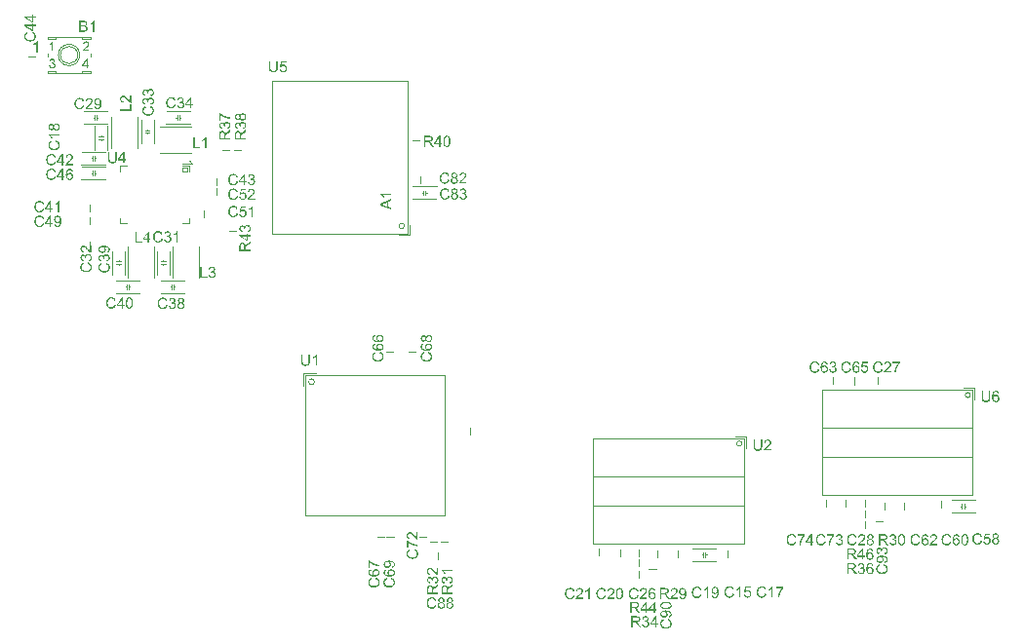
<source format=gto>
G04 Layer_Color=65535*
%FSLAX43Y43*%
%MOMM*%
G71*
G01*
G75*
%ADD24C,0.120*%
%ADD27C,0.100*%
%ADD41C,0.080*%
G36*
X70226Y69975D02*
X70238Y69974D01*
X70253Y69972D01*
X70269Y69971D01*
X70287Y69967D01*
X70324Y69958D01*
X70366Y69946D01*
X70387Y69938D01*
X70406Y69928D01*
X70425Y69915D01*
X70445Y69903D01*
X70446Y69901D01*
X70449Y69900D01*
X70455Y69896D01*
X70461Y69889D01*
X70468Y69882D01*
X70478Y69872D01*
X70488Y69861D01*
X70499Y69850D01*
X70510Y69836D01*
X70521Y69820D01*
X70534Y69803D01*
X70545Y69785D01*
X70554Y69764D01*
X70565Y69743D01*
X70574Y69721D01*
X70582Y69696D01*
X70457Y69667D01*
Y69668D01*
X70456Y69671D01*
X70453Y69677D01*
X70450Y69684D01*
X70448Y69692D01*
X70443Y69703D01*
X70432Y69725D01*
X70418Y69750D01*
X70402Y69775D01*
X70381Y69799D01*
X70359Y69820D01*
X70356Y69822D01*
X70348Y69828D01*
X70334Y69835D01*
X70316Y69845D01*
X70292Y69853D01*
X70266Y69861D01*
X70234Y69867D01*
X70199Y69868D01*
X70188D01*
X70181Y69867D01*
X70172D01*
X70160Y69865D01*
X70134Y69861D01*
X70105Y69856D01*
X70075Y69846D01*
X70043Y69832D01*
X70013Y69814D01*
X70012D01*
X70011Y69811D01*
X70001Y69804D01*
X69989Y69793D01*
X69973Y69777D01*
X69955Y69756D01*
X69939Y69732D01*
X69923Y69703D01*
X69909Y69671D01*
Y69670D01*
X69908Y69667D01*
X69907Y69663D01*
X69905Y69656D01*
X69903Y69648D01*
X69900Y69638D01*
X69896Y69614D01*
X69890Y69587D01*
X69885Y69556D01*
X69882Y69523D01*
X69880Y69487D01*
Y69485D01*
Y69481D01*
Y69474D01*
Y69466D01*
X69882Y69456D01*
Y69444D01*
X69883Y69430D01*
X69885Y69415D01*
X69889Y69381D01*
X69896Y69345D01*
X69904Y69309D01*
X69915Y69273D01*
Y69272D01*
X69916Y69269D01*
X69919Y69265D01*
X69922Y69258D01*
X69930Y69241D01*
X69943Y69222D01*
X69958Y69200D01*
X69977Y69176D01*
X70000Y69155D01*
X70026Y69136D01*
X70027D01*
X70030Y69135D01*
X70034Y69132D01*
X70040Y69129D01*
X70047Y69126D01*
X70055Y69122D01*
X70075Y69114D01*
X70099Y69105D01*
X70127Y69098D01*
X70158Y69093D01*
X70190Y69092D01*
X70199D01*
X70208Y69093D01*
X70217D01*
X70227Y69094D01*
X70252Y69100D01*
X70281Y69107D01*
X70310Y69118D01*
X70341Y69133D01*
X70356Y69141D01*
X70370Y69153D01*
X70371Y69154D01*
X70373Y69155D01*
X70377Y69159D01*
X70382Y69164D01*
X70388Y69171D01*
X70395Y69179D01*
X70403Y69187D01*
X70410Y69198D01*
X70418Y69211D01*
X70428Y69225D01*
X70436Y69239D01*
X70445Y69255D01*
X70452Y69273D01*
X70459Y69293D01*
X70466Y69313D01*
X70471Y69336D01*
X70599Y69304D01*
Y69302D01*
X70597Y69297D01*
X70595Y69288D01*
X70590Y69277D01*
X70586Y69265D01*
X70581Y69250D01*
X70574Y69233D01*
X70565Y69215D01*
X70546Y69176D01*
X70521Y69137D01*
X70506Y69118D01*
X70491Y69098D01*
X70474Y69082D01*
X70455Y69065D01*
X70453Y69064D01*
X70450Y69061D01*
X70443Y69058D01*
X70436Y69053D01*
X70425Y69046D01*
X70414Y69039D01*
X70399Y69032D01*
X70384Y69025D01*
X70366Y69017D01*
X70346Y69010D01*
X70326Y69003D01*
X70303Y68996D01*
X70280Y68990D01*
X70255Y68988D01*
X70228Y68985D01*
X70201Y68983D01*
X70185D01*
X70174Y68985D01*
X70162D01*
X70147Y68986D01*
X70130Y68989D01*
X70111Y68992D01*
X70070Y68999D01*
X70029Y69010D01*
X69987Y69025D01*
X69968Y69035D01*
X69948Y69046D01*
X69947Y69047D01*
X69944Y69049D01*
X69939Y69053D01*
X69933Y69058D01*
X69925Y69064D01*
X69915Y69072D01*
X69904Y69082D01*
X69893Y69093D01*
X69882Y69105D01*
X69869Y69118D01*
X69844Y69150D01*
X69821Y69187D01*
X69800Y69229D01*
Y69230D01*
X69797Y69234D01*
X69796Y69241D01*
X69792Y69250D01*
X69789Y69261D01*
X69785Y69275D01*
X69779Y69290D01*
X69775Y69306D01*
X69771Y69325D01*
X69765Y69345D01*
X69758Y69388D01*
X69753Y69437D01*
X69750Y69487D01*
Y69488D01*
Y69494D01*
Y69502D01*
X69751Y69512D01*
Y69526D01*
X69753Y69539D01*
X69754Y69558D01*
X69757Y69576D01*
X69764Y69616D01*
X69774Y69660D01*
X69787Y69705D01*
X69807Y69748D01*
X69808Y69749D01*
X69810Y69753D01*
X69812Y69759D01*
X69818Y69766D01*
X69824Y69775D01*
X69830Y69786D01*
X69848Y69811D01*
X69872Y69839D01*
X69900Y69867D01*
X69932Y69895D01*
X69969Y69918D01*
X69971Y69919D01*
X69975Y69921D01*
X69980Y69924D01*
X69987Y69928D01*
X69998Y69932D01*
X70009Y69936D01*
X70023Y69942D01*
X70038Y69947D01*
X70055Y69953D01*
X70073Y69958D01*
X70112Y69967D01*
X70156Y69974D01*
X70202Y69976D01*
X70216D01*
X70226Y69975D01*
D02*
G37*
G36*
X71066Y69962D02*
X71076D01*
X71087Y69961D01*
X71113Y69956D01*
X71142Y69949D01*
X71173Y69938D01*
X71203Y69921D01*
X71219Y69911D01*
X71233Y69900D01*
X71234Y69899D01*
X71235Y69897D01*
X71239Y69893D01*
X71244Y69889D01*
X71251Y69882D01*
X71256Y69874D01*
X71271Y69854D01*
X71287Y69829D01*
X71300Y69799D01*
X71313Y69764D01*
X71321Y69725D01*
X71203Y69716D01*
Y69717D01*
X71202Y69718D01*
X71201Y69727D01*
X71196Y69739D01*
X71191Y69754D01*
X71185Y69771D01*
X71177Y69788D01*
X71167Y69803D01*
X71158Y69815D01*
X71155Y69818D01*
X71149Y69824D01*
X71140Y69832D01*
X71126Y69842D01*
X71108Y69850D01*
X71088Y69858D01*
X71065Y69864D01*
X71040Y69867D01*
X71030D01*
X71019Y69865D01*
X71006Y69863D01*
X70990Y69858D01*
X70973Y69853D01*
X70957Y69846D01*
X70940Y69835D01*
X70937Y69833D01*
X70930Y69828D01*
X70920Y69818D01*
X70908Y69804D01*
X70894Y69788D01*
X70879Y69768D01*
X70865Y69743D01*
X70851Y69716D01*
Y69714D01*
X70850Y69711D01*
X70848Y69707D01*
X70846Y69702D01*
X70844Y69693D01*
X70841Y69684D01*
X70839Y69673D01*
X70836Y69659D01*
X70832Y69643D01*
X70829Y69627D01*
X70826Y69609D01*
X70825Y69589D01*
X70822Y69567D01*
X70821Y69545D01*
X70819Y69520D01*
Y69495D01*
X70821Y69496D01*
X70826Y69505D01*
X70836Y69516D01*
X70848Y69530D01*
X70862Y69546D01*
X70880Y69562D01*
X70900Y69577D01*
X70922Y69591D01*
X70923D01*
X70925Y69592D01*
X70933Y69596D01*
X70945Y69601D01*
X70962Y69607D01*
X70982Y69613D01*
X71004Y69617D01*
X71027Y69621D01*
X71052Y69623D01*
X71063D01*
X71072Y69621D01*
X71083Y69620D01*
X71094Y69619D01*
X71108Y69616D01*
X71122Y69612D01*
X71153Y69602D01*
X71170Y69595D01*
X71187Y69585D01*
X71203Y69576D01*
X71221Y69564D01*
X71238Y69551D01*
X71253Y69535D01*
X71255Y69534D01*
X71257Y69531D01*
X71262Y69527D01*
X71266Y69520D01*
X71273Y69510D01*
X71280Y69501D01*
X71287Y69488D01*
X71295Y69474D01*
X71303Y69459D01*
X71310Y69442D01*
X71317Y69423D01*
X71324Y69404D01*
X71328Y69383D01*
X71332Y69359D01*
X71335Y69336D01*
X71337Y69311D01*
Y69309D01*
Y69306D01*
Y69302D01*
Y69295D01*
X71335Y69287D01*
Y69279D01*
X71331Y69257D01*
X71327Y69230D01*
X71320Y69202D01*
X71310Y69172D01*
X71296Y69143D01*
Y69141D01*
X71295Y69140D01*
X71292Y69136D01*
X71289Y69130D01*
X71281Y69116D01*
X71269Y69098D01*
X71253Y69079D01*
X71235Y69060D01*
X71213Y69040D01*
X71190Y69024D01*
X71188D01*
X71187Y69022D01*
X71183Y69019D01*
X71177Y69018D01*
X71163Y69011D01*
X71145Y69004D01*
X71122Y68996D01*
X71095Y68990D01*
X71066Y68985D01*
X71034Y68983D01*
X71027D01*
X71020Y68985D01*
X71009D01*
X70997Y68986D01*
X70983Y68989D01*
X70966Y68993D01*
X70950Y68997D01*
X70930Y69003D01*
X70911Y69010D01*
X70891Y69018D01*
X70871Y69029D01*
X70851Y69042D01*
X70832Y69055D01*
X70812Y69072D01*
X70794Y69092D01*
X70793Y69093D01*
X70790Y69097D01*
X70786Y69103D01*
X70780Y69112D01*
X70772Y69125D01*
X70765Y69139D01*
X70757Y69157D01*
X70749Y69176D01*
X70739Y69200D01*
X70730Y69226D01*
X70724Y69255D01*
X70717Y69287D01*
X70710Y69323D01*
X70706Y69362D01*
X70703Y69404D01*
X70701Y69448D01*
Y69449D01*
Y69451D01*
Y69455D01*
Y69460D01*
X70703Y69474D01*
Y69494D01*
X70704Y69516D01*
X70707Y69542D01*
X70710Y69571D01*
X70714Y69603D01*
X70719Y69635D01*
X70726Y69670D01*
X70735Y69703D01*
X70744Y69736D01*
X70757Y69768D01*
X70771Y69799D01*
X70786Y69828D01*
X70804Y69853D01*
X70805Y69854D01*
X70808Y69857D01*
X70814Y69863D01*
X70821Y69871D01*
X70829Y69879D01*
X70840Y69888D01*
X70854Y69899D01*
X70868Y69908D01*
X70884Y69918D01*
X70902Y69929D01*
X70923Y69938D01*
X70944Y69947D01*
X70968Y69954D01*
X70993Y69960D01*
X71019Y69962D01*
X71047Y69964D01*
X71058D01*
X71066Y69962D01*
D02*
G37*
G36*
X80544Y54962D02*
X80555Y54961D01*
X80569Y54960D01*
X80584Y54957D01*
X80600Y54954D01*
X80636Y54944D01*
X80672Y54931D01*
X80690Y54922D01*
X80708Y54913D01*
X80724Y54900D01*
X80740Y54886D01*
X80741Y54885D01*
X80744Y54883D01*
X80747Y54878D01*
X80752Y54872D01*
X80759Y54865D01*
X80766Y54856D01*
X80773Y54846D01*
X80781Y54833D01*
X80795Y54807D01*
X80809Y54774D01*
X80815Y54757D01*
X80817Y54738D01*
X80820Y54718D01*
X80822Y54698D01*
Y54695D01*
Y54688D01*
X80820Y54677D01*
X80819Y54662D01*
X80816Y54645D01*
X80810Y54625D01*
X80805Y54605D01*
X80797Y54584D01*
X80795Y54581D01*
X80792Y54574D01*
X80787Y54563D01*
X80779Y54548D01*
X80767Y54531D01*
X80754Y54510D01*
X80737Y54490D01*
X80718Y54466D01*
X80715Y54463D01*
X80708Y54455D01*
X80701Y54448D01*
X80694Y54441D01*
X80686Y54433D01*
X80675Y54422D01*
X80663Y54411D01*
X80650Y54398D01*
X80636Y54384D01*
X80619Y54369D01*
X80601Y54354D01*
X80582Y54336D01*
X80559Y54318D01*
X80537Y54298D01*
X80536Y54297D01*
X80533Y54294D01*
X80528Y54290D01*
X80521Y54284D01*
X80512Y54276D01*
X80503Y54268D01*
X80480Y54250D01*
X80457Y54229D01*
X80435Y54208D01*
X80415Y54190D01*
X80407Y54183D01*
X80400Y54176D01*
X80399Y54175D01*
X80394Y54171D01*
X80389Y54165D01*
X80382Y54157D01*
X80375Y54147D01*
X80367Y54137D01*
X80350Y54114D01*
X80823D01*
Y54000D01*
X80186D01*
Y54001D01*
Y54007D01*
Y54015D01*
X80188Y54026D01*
X80189Y54039D01*
X80192Y54053D01*
X80195Y54067D01*
X80200Y54082D01*
Y54083D01*
X80202Y54085D01*
X80204Y54093D01*
X80210Y54105D01*
X80218Y54122D01*
X80229Y54141D01*
X80243Y54164D01*
X80259Y54186D01*
X80278Y54209D01*
Y54211D01*
X80281Y54212D01*
X80288Y54221D01*
X80300Y54233D01*
X80318Y54251D01*
X80339Y54272D01*
X80365Y54297D01*
X80397Y54325D01*
X80432Y54354D01*
X80433Y54355D01*
X80439Y54359D01*
X80447Y54366D01*
X80457Y54374D01*
X80469Y54386D01*
X80485Y54398D01*
X80500Y54412D01*
X80518Y54427D01*
X80553Y54460D01*
X80587Y54494D01*
X80604Y54510D01*
X80619Y54527D01*
X80633Y54542D01*
X80644Y54558D01*
Y54559D01*
X80647Y54560D01*
X80650Y54564D01*
X80652Y54570D01*
X80662Y54585D01*
X80673Y54603D01*
X80683Y54625D01*
X80693Y54649D01*
X80698Y54675D01*
X80701Y54700D01*
Y54702D01*
Y54703D01*
X80700Y54711D01*
X80698Y54725D01*
X80694Y54741D01*
X80688Y54760D01*
X80679Y54779D01*
X80666Y54799D01*
X80650Y54818D01*
X80647Y54821D01*
X80640Y54827D01*
X80630Y54833D01*
X80615Y54843D01*
X80596Y54852D01*
X80573Y54860D01*
X80547Y54865D01*
X80518Y54867D01*
X80510D01*
X80504Y54865D01*
X80487Y54864D01*
X80468Y54860D01*
X80447Y54854D01*
X80424Y54845D01*
X80401Y54832D01*
X80381Y54815D01*
X80378Y54813D01*
X80372Y54806D01*
X80364Y54795D01*
X80356Y54778D01*
X80346Y54759D01*
X80338Y54734D01*
X80332Y54706D01*
X80329Y54674D01*
X80209Y54686D01*
Y54688D01*
X80210Y54692D01*
Y54699D01*
X80211Y54709D01*
X80214Y54720D01*
X80217Y54732D01*
X80221Y54748D01*
X80225Y54763D01*
X80236Y54796D01*
X80253Y54829D01*
X80263Y54846D01*
X80275Y54863D01*
X80288Y54878D01*
X80302Y54892D01*
X80303Y54893D01*
X80306Y54895D01*
X80310Y54899D01*
X80317Y54903D01*
X80325Y54908D01*
X80335Y54914D01*
X80346Y54921D01*
X80360Y54928D01*
X80375Y54935D01*
X80392Y54942D01*
X80410Y54947D01*
X80429Y54953D01*
X80450Y54957D01*
X80472Y54961D01*
X80496Y54962D01*
X80521Y54964D01*
X80534D01*
X80544Y54962D01*
D02*
G37*
G36*
X58009Y50287D02*
X58020Y50286D01*
X58034Y50285D01*
X58049Y50282D01*
X58065Y50279D01*
X58101Y50269D01*
X58137Y50256D01*
X58155Y50247D01*
X58173Y50238D01*
X58190Y50225D01*
X58205Y50211D01*
X58206Y50210D01*
X58209Y50208D01*
X58212Y50203D01*
X58217Y50197D01*
X58224Y50190D01*
X58231Y50181D01*
X58238Y50171D01*
X58246Y50158D01*
X58260Y50132D01*
X58274Y50099D01*
X58280Y50082D01*
X58282Y50063D01*
X58285Y50043D01*
X58287Y50023D01*
Y50020D01*
Y50013D01*
X58285Y50002D01*
X58284Y49987D01*
X58281Y49970D01*
X58276Y49950D01*
X58270Y49930D01*
X58262Y49909D01*
X58260Y49906D01*
X58257Y49899D01*
X58252Y49888D01*
X58244Y49873D01*
X58233Y49856D01*
X58219Y49835D01*
X58202Y49815D01*
X58183Y49791D01*
X58180Y49788D01*
X58173Y49780D01*
X58166Y49773D01*
X58159Y49766D01*
X58151Y49758D01*
X58140Y49747D01*
X58129Y49736D01*
X58115Y49723D01*
X58101Y49709D01*
X58084Y49694D01*
X58066Y49679D01*
X58047Y49661D01*
X58025Y49643D01*
X58002Y49623D01*
X58001Y49622D01*
X57998Y49619D01*
X57993Y49615D01*
X57986Y49609D01*
X57977Y49601D01*
X57968Y49593D01*
X57945Y49575D01*
X57922Y49554D01*
X57900Y49533D01*
X57880Y49515D01*
X57872Y49508D01*
X57865Y49501D01*
X57864Y49500D01*
X57859Y49496D01*
X57854Y49490D01*
X57847Y49482D01*
X57840Y49472D01*
X57832Y49462D01*
X57815Y49439D01*
X58288D01*
Y49325D01*
X57651D01*
Y49326D01*
Y49332D01*
Y49340D01*
X57653Y49351D01*
X57654Y49364D01*
X57657Y49378D01*
X57660Y49392D01*
X57665Y49407D01*
Y49408D01*
X57667Y49410D01*
X57669Y49418D01*
X57675Y49430D01*
X57683Y49447D01*
X57694Y49466D01*
X57708Y49489D01*
X57724Y49511D01*
X57743Y49534D01*
Y49536D01*
X57746Y49537D01*
X57753Y49546D01*
X57765Y49558D01*
X57783Y49576D01*
X57804Y49597D01*
X57830Y49622D01*
X57862Y49650D01*
X57897Y49679D01*
X57898Y49680D01*
X57904Y49684D01*
X57912Y49691D01*
X57922Y49699D01*
X57934Y49711D01*
X57950Y49723D01*
X57965Y49737D01*
X57983Y49752D01*
X58018Y49785D01*
X58052Y49819D01*
X58069Y49835D01*
X58084Y49852D01*
X58098Y49867D01*
X58109Y49883D01*
Y49884D01*
X58112Y49885D01*
X58115Y49889D01*
X58117Y49895D01*
X58127Y49910D01*
X58138Y49928D01*
X58148Y49950D01*
X58158Y49974D01*
X58163Y50000D01*
X58166Y50025D01*
Y50027D01*
Y50028D01*
X58165Y50036D01*
X58163Y50050D01*
X58159Y50066D01*
X58153Y50085D01*
X58144Y50104D01*
X58131Y50124D01*
X58115Y50143D01*
X58112Y50146D01*
X58105Y50152D01*
X58095Y50158D01*
X58080Y50168D01*
X58061Y50177D01*
X58038Y50185D01*
X58012Y50190D01*
X57983Y50192D01*
X57975D01*
X57969Y50190D01*
X57952Y50189D01*
X57933Y50185D01*
X57912Y50179D01*
X57889Y50170D01*
X57866Y50157D01*
X57846Y50140D01*
X57843Y50138D01*
X57837Y50131D01*
X57829Y50120D01*
X57821Y50103D01*
X57811Y50084D01*
X57803Y50059D01*
X57797Y50031D01*
X57794Y49999D01*
X57674Y50011D01*
Y50013D01*
X57675Y50017D01*
Y50024D01*
X57676Y50034D01*
X57679Y50045D01*
X57682Y50057D01*
X57686Y50073D01*
X57690Y50088D01*
X57701Y50121D01*
X57718Y50154D01*
X57728Y50171D01*
X57740Y50188D01*
X57753Y50203D01*
X57767Y50217D01*
X57768Y50218D01*
X57771Y50220D01*
X57775Y50224D01*
X57782Y50228D01*
X57790Y50233D01*
X57800Y50239D01*
X57811Y50246D01*
X57825Y50253D01*
X57840Y50260D01*
X57857Y50267D01*
X57875Y50272D01*
X57894Y50278D01*
X57915Y50282D01*
X57937Y50286D01*
X57961Y50287D01*
X57986Y50289D01*
X58000D01*
X58009Y50287D01*
D02*
G37*
G36*
X58732D02*
X58739D01*
X58748Y50286D01*
X58772Y50282D01*
X58798Y50276D01*
X58827Y50267D01*
X58857Y50254D01*
X58886Y50238D01*
X58887D01*
X58889Y50235D01*
X58893Y50232D01*
X58898Y50228D01*
X58912Y50217D01*
X58930Y50201D01*
X58948Y50181D01*
X58969Y50156D01*
X58987Y50127D01*
X59004Y50093D01*
Y50092D01*
X59005Y50089D01*
X59008Y50084D01*
X59011Y50077D01*
X59013Y50067D01*
X59017Y50054D01*
X59020Y50041D01*
X59024Y50025D01*
X59029Y50007D01*
X59033Y49987D01*
X59036Y49964D01*
X59038Y49941D01*
X59041Y49914D01*
X59044Y49887D01*
X59045Y49856D01*
Y49824D01*
Y49823D01*
Y49816D01*
Y49806D01*
Y49794D01*
X59044Y49778D01*
Y49760D01*
X59042Y49740D01*
X59040Y49719D01*
X59036Y49672D01*
X59029Y49622D01*
X59019Y49575D01*
X59012Y49551D01*
X59005Y49530D01*
Y49529D01*
X59004Y49526D01*
X59001Y49521D01*
X58998Y49512D01*
X58994Y49504D01*
X58988Y49493D01*
X58974Y49469D01*
X58958Y49443D01*
X58938Y49415D01*
X58913Y49389D01*
X58886Y49365D01*
X58884D01*
X58882Y49362D01*
X58877Y49360D01*
X58872Y49357D01*
X58864Y49353D01*
X58855Y49347D01*
X58844Y49342D01*
X58833Y49337D01*
X58807Y49326D01*
X58775Y49317D01*
X58740Y49311D01*
X58701Y49308D01*
X58690D01*
X58683Y49310D01*
X58674D01*
X58662Y49311D01*
X58636Y49317D01*
X58607Y49324D01*
X58576Y49335D01*
X58546Y49350D01*
X58531Y49360D01*
X58517Y49371D01*
X58515Y49372D01*
X58514Y49374D01*
X58510Y49378D01*
X58506Y49382D01*
X58500Y49389D01*
X58493Y49397D01*
X58479Y49417D01*
X58466Y49441D01*
X58452Y49472D01*
X58441Y49507D01*
X58432Y49547D01*
X58546Y49557D01*
Y49555D01*
X58547Y49552D01*
Y49550D01*
X58549Y49544D01*
X58553Y49529D01*
X58558Y49512D01*
X58565Y49493D01*
X58575Y49473D01*
X58586Y49455D01*
X58600Y49440D01*
X58601Y49439D01*
X58607Y49435D01*
X58617Y49429D01*
X58628Y49423D01*
X58643Y49417D01*
X58661Y49411D01*
X58682Y49407D01*
X58704Y49405D01*
X58714D01*
X58723Y49407D01*
X58736Y49408D01*
X58751Y49411D01*
X58766Y49415D01*
X58783Y49421D01*
X58798Y49429D01*
X58800Y49430D01*
X58805Y49433D01*
X58814Y49439D01*
X58822Y49447D01*
X58833Y49457D01*
X58844Y49468D01*
X58855Y49480D01*
X58866Y49496D01*
X58868Y49497D01*
X58870Y49504D01*
X58876Y49514D01*
X58882Y49526D01*
X58889Y49543D01*
X58895Y49562D01*
X58902Y49584D01*
X58909Y49609D01*
Y49611D01*
X58911Y49612D01*
Y49616D01*
X58912Y49622D01*
X58915Y49636D01*
X58919Y49654D01*
X58922Y49676D01*
X58925Y49699D01*
X58926Y49726D01*
X58927Y49754D01*
Y49755D01*
Y49759D01*
Y49766D01*
Y49777D01*
X58926Y49774D01*
X58920Y49767D01*
X58912Y49758D01*
X58902Y49744D01*
X58889Y49730D01*
X58872Y49715D01*
X58852Y49699D01*
X58830Y49686D01*
X58827Y49684D01*
X58819Y49680D01*
X58807Y49674D01*
X58791Y49669D01*
X58771Y49662D01*
X58748Y49656D01*
X58723Y49652D01*
X58697Y49651D01*
X58686D01*
X58678Y49652D01*
X58667Y49654D01*
X58656Y49655D01*
X58642Y49658D01*
X58628Y49662D01*
X58596Y49672D01*
X58579Y49679D01*
X58563Y49687D01*
X58545Y49697D01*
X58528Y49709D01*
X58511Y49722D01*
X58496Y49737D01*
X58495Y49738D01*
X58492Y49741D01*
X58489Y49745D01*
X58484Y49752D01*
X58477Y49762D01*
X58470Y49772D01*
X58463Y49784D01*
X58456Y49798D01*
X58447Y49813D01*
X58441Y49830D01*
X58434Y49849D01*
X58427Y49869D01*
X58421Y49891D01*
X58418Y49914D01*
X58416Y49938D01*
X58414Y49964D01*
Y49966D01*
Y49971D01*
Y49978D01*
X58416Y49988D01*
X58417Y50000D01*
X58418Y50016D01*
X58421Y50031D01*
X58425Y50049D01*
X58435Y50085D01*
X58442Y50104D01*
X58450Y50125D01*
X58460Y50145D01*
X58472Y50163D01*
X58485Y50182D01*
X58500Y50199D01*
X58502Y50200D01*
X58504Y50203D01*
X58509Y50207D01*
X58515Y50213D01*
X58524Y50220D01*
X58535Y50228D01*
X58546Y50235D01*
X58560Y50244D01*
X58574Y50253D01*
X58590Y50260D01*
X58628Y50275D01*
X58647Y50281D01*
X58669Y50285D01*
X58692Y50287D01*
X58715Y50289D01*
X58725D01*
X58732Y50287D01*
D02*
G37*
G36*
X71783Y69962D02*
X71801Y69960D01*
X71823Y69956D01*
X71848Y69949D01*
X71873Y69940D01*
X71898Y69929D01*
X71900D01*
X71901Y69928D01*
X71909Y69924D01*
X71922Y69915D01*
X71936Y69906D01*
X71952Y69892D01*
X71969Y69876D01*
X71986Y69858D01*
X71999Y69838D01*
X72001Y69835D01*
X72005Y69828D01*
X72011Y69815D01*
X72017Y69800D01*
X72024Y69782D01*
X72030Y69761D01*
X72034Y69738D01*
X72036Y69714D01*
Y69711D01*
Y69703D01*
X72034Y69692D01*
X72031Y69677D01*
X72027Y69659D01*
X72020Y69639D01*
X72012Y69620D01*
X72001Y69601D01*
X71999Y69598D01*
X71995Y69592D01*
X71987Y69582D01*
X71976Y69571D01*
X71962Y69559D01*
X71945Y69545D01*
X71926Y69533D01*
X71902Y69520D01*
X71904D01*
X71907Y69519D01*
X71911Y69517D01*
X71916Y69516D01*
X71932Y69510D01*
X71951Y69502D01*
X71973Y69491D01*
X71995Y69477D01*
X72016Y69459D01*
X72036Y69438D01*
X72037Y69435D01*
X72042Y69427D01*
X72051Y69413D01*
X72059Y69395D01*
X72067Y69373D01*
X72076Y69347D01*
X72081Y69316D01*
X72083Y69283D01*
Y69282D01*
Y69277D01*
Y69270D01*
X72081Y69262D01*
X72080Y69251D01*
X72077Y69239D01*
X72074Y69225D01*
X72072Y69209D01*
X72060Y69176D01*
X72052Y69158D01*
X72044Y69141D01*
X72033Y69123D01*
X72020Y69105D01*
X72006Y69087D01*
X71990Y69071D01*
X71988Y69069D01*
X71986Y69067D01*
X71980Y69062D01*
X71973Y69057D01*
X71965Y69050D01*
X71954Y69043D01*
X71941Y69035D01*
X71926Y69028D01*
X71911Y69019D01*
X71893Y69011D01*
X71875Y69004D01*
X71854Y68997D01*
X71832Y68992D01*
X71808Y68988D01*
X71784Y68985D01*
X71758Y68983D01*
X71746D01*
X71737Y68985D01*
X71726Y68986D01*
X71714Y68988D01*
X71700Y68990D01*
X71685Y68993D01*
X71651Y69001D01*
X71617Y69015D01*
X71599Y69024D01*
X71582Y69033D01*
X71565Y69046D01*
X71549Y69058D01*
X71547Y69060D01*
X71545Y69062D01*
X71540Y69067D01*
X71536Y69072D01*
X71529Y69079D01*
X71522Y69089D01*
X71514Y69098D01*
X71506Y69111D01*
X71497Y69125D01*
X71489Y69139D01*
X71474Y69172D01*
X71461Y69211D01*
X71457Y69232D01*
X71454Y69254D01*
X71572Y69269D01*
Y69268D01*
X71574Y69265D01*
X71575Y69259D01*
X71576Y69252D01*
X71578Y69244D01*
X71581Y69234D01*
X71588Y69214D01*
X71597Y69189D01*
X71610Y69165D01*
X71624Y69143D01*
X71640Y69123D01*
X71643Y69122D01*
X71649Y69116D01*
X71660Y69110D01*
X71674Y69103D01*
X71690Y69094D01*
X71711Y69087D01*
X71735Y69082D01*
X71760Y69080D01*
X71768D01*
X71773Y69082D01*
X71789Y69083D01*
X71808Y69087D01*
X71830Y69094D01*
X71854Y69104D01*
X71877Y69118D01*
X71900Y69137D01*
X71902Y69140D01*
X71909Y69148D01*
X71918Y69161D01*
X71929Y69178D01*
X71940Y69198D01*
X71948Y69222D01*
X71955Y69250D01*
X71958Y69280D01*
Y69282D01*
Y69284D01*
Y69288D01*
X71956Y69294D01*
X71955Y69309D01*
X71951Y69327D01*
X71945Y69349D01*
X71936Y69372D01*
X71922Y69394D01*
X71904Y69415D01*
X71901Y69417D01*
X71894Y69423D01*
X71883Y69431D01*
X71868Y69441D01*
X71848Y69451D01*
X71825Y69459D01*
X71798Y69465D01*
X71769Y69467D01*
X71757D01*
X71747Y69466D01*
X71735Y69465D01*
X71721Y69462D01*
X71704Y69459D01*
X71686Y69455D01*
X71700Y69559D01*
X71707D01*
X71712Y69558D01*
X71730D01*
X71746Y69560D01*
X71764Y69563D01*
X71784Y69567D01*
X71808Y69574D01*
X71830Y69584D01*
X71854Y69596D01*
X71855D01*
X71857Y69598D01*
X71864Y69603D01*
X71873Y69613D01*
X71884Y69625D01*
X71895Y69643D01*
X71905Y69664D01*
X71912Y69688D01*
X71915Y69702D01*
Y69717D01*
Y69718D01*
Y69720D01*
Y69728D01*
X71912Y69739D01*
X71909Y69754D01*
X71904Y69771D01*
X71897Y69789D01*
X71886Y69807D01*
X71870Y69824D01*
X71869Y69825D01*
X71862Y69831D01*
X71852Y69838D01*
X71840Y69846D01*
X71823Y69853D01*
X71804Y69860D01*
X71782Y69865D01*
X71757Y69867D01*
X71746D01*
X71733Y69864D01*
X71717Y69861D01*
X71699Y69856D01*
X71680Y69849D01*
X71661Y69838D01*
X71643Y69824D01*
X71642Y69822D01*
X71636Y69815D01*
X71628Y69806D01*
X71618Y69792D01*
X71608Y69774D01*
X71599Y69752D01*
X71590Y69725D01*
X71585Y69695D01*
X71467Y69716D01*
Y69717D01*
X71468Y69721D01*
X71470Y69727D01*
X71471Y69735D01*
X71474Y69745D01*
X71478Y69756D01*
X71486Y69782D01*
X71500Y69813D01*
X71517Y69843D01*
X71538Y69872D01*
X71564Y69899D01*
X71565Y69900D01*
X71568Y69901D01*
X71572Y69904D01*
X71578Y69908D01*
X71585Y69914D01*
X71594Y69919D01*
X71604Y69925D01*
X71617Y69932D01*
X71644Y69943D01*
X71676Y69954D01*
X71714Y69961D01*
X71733Y69964D01*
X71768D01*
X71783Y69962D01*
D02*
G37*
G36*
X78976Y54975D02*
X78988Y54974D01*
X79003Y54972D01*
X79019Y54971D01*
X79037Y54967D01*
X79074Y54958D01*
X79116Y54946D01*
X79137Y54938D01*
X79156Y54928D01*
X79175Y54915D01*
X79195Y54903D01*
X79196Y54901D01*
X79199Y54900D01*
X79205Y54896D01*
X79211Y54889D01*
X79218Y54882D01*
X79228Y54872D01*
X79238Y54861D01*
X79249Y54850D01*
X79260Y54836D01*
X79271Y54820D01*
X79284Y54803D01*
X79295Y54785D01*
X79304Y54764D01*
X79315Y54743D01*
X79324Y54721D01*
X79332Y54696D01*
X79207Y54667D01*
Y54668D01*
X79206Y54671D01*
X79203Y54677D01*
X79200Y54684D01*
X79198Y54692D01*
X79193Y54703D01*
X79182Y54725D01*
X79168Y54750D01*
X79152Y54775D01*
X79131Y54799D01*
X79109Y54820D01*
X79106Y54822D01*
X79098Y54828D01*
X79084Y54835D01*
X79066Y54845D01*
X79042Y54853D01*
X79016Y54861D01*
X78984Y54867D01*
X78949Y54868D01*
X78938D01*
X78931Y54867D01*
X78922D01*
X78911Y54865D01*
X78884Y54861D01*
X78855Y54856D01*
X78825Y54846D01*
X78793Y54832D01*
X78763Y54814D01*
X78762D01*
X78761Y54811D01*
X78751Y54804D01*
X78739Y54793D01*
X78723Y54777D01*
X78705Y54756D01*
X78689Y54732D01*
X78673Y54703D01*
X78659Y54671D01*
Y54670D01*
X78658Y54667D01*
X78657Y54663D01*
X78655Y54656D01*
X78653Y54648D01*
X78650Y54638D01*
X78646Y54614D01*
X78640Y54587D01*
X78635Y54556D01*
X78632Y54523D01*
X78630Y54487D01*
Y54485D01*
Y54481D01*
Y54474D01*
Y54466D01*
X78632Y54456D01*
Y54444D01*
X78633Y54430D01*
X78635Y54415D01*
X78639Y54381D01*
X78646Y54345D01*
X78654Y54309D01*
X78665Y54273D01*
Y54272D01*
X78666Y54269D01*
X78669Y54265D01*
X78672Y54258D01*
X78680Y54241D01*
X78693Y54222D01*
X78708Y54200D01*
X78727Y54176D01*
X78750Y54155D01*
X78776Y54136D01*
X78777D01*
X78780Y54135D01*
X78784Y54132D01*
X78790Y54129D01*
X78797Y54126D01*
X78805Y54122D01*
X78825Y54114D01*
X78849Y54105D01*
X78877Y54098D01*
X78908Y54093D01*
X78940Y54092D01*
X78949D01*
X78958Y54093D01*
X78967D01*
X78977Y54094D01*
X79002Y54100D01*
X79031Y54107D01*
X79060Y54118D01*
X79091Y54133D01*
X79106Y54141D01*
X79120Y54153D01*
X79121Y54154D01*
X79123Y54155D01*
X79127Y54159D01*
X79132Y54164D01*
X79138Y54171D01*
X79145Y54179D01*
X79153Y54187D01*
X79160Y54198D01*
X79168Y54211D01*
X79178Y54225D01*
X79186Y54239D01*
X79195Y54255D01*
X79202Y54273D01*
X79209Y54293D01*
X79216Y54313D01*
X79221Y54336D01*
X79349Y54304D01*
Y54302D01*
X79347Y54297D01*
X79345Y54288D01*
X79340Y54277D01*
X79336Y54265D01*
X79331Y54250D01*
X79324Y54233D01*
X79315Y54215D01*
X79296Y54176D01*
X79271Y54137D01*
X79256Y54118D01*
X79241Y54098D01*
X79224Y54082D01*
X79205Y54065D01*
X79203Y54064D01*
X79200Y54061D01*
X79193Y54058D01*
X79186Y54053D01*
X79175Y54046D01*
X79164Y54039D01*
X79149Y54032D01*
X79134Y54025D01*
X79116Y54017D01*
X79096Y54010D01*
X79076Y54003D01*
X79053Y53996D01*
X79030Y53990D01*
X79005Y53988D01*
X78978Y53985D01*
X78951Y53983D01*
X78935D01*
X78924Y53985D01*
X78912D01*
X78897Y53986D01*
X78880Y53989D01*
X78861Y53992D01*
X78820Y53999D01*
X78779Y54010D01*
X78737Y54025D01*
X78718Y54035D01*
X78698Y54046D01*
X78697Y54047D01*
X78694Y54049D01*
X78689Y54053D01*
X78683Y54058D01*
X78675Y54064D01*
X78665Y54072D01*
X78654Y54082D01*
X78643Y54093D01*
X78632Y54105D01*
X78619Y54118D01*
X78594Y54150D01*
X78571Y54187D01*
X78550Y54229D01*
Y54230D01*
X78547Y54234D01*
X78546Y54241D01*
X78542Y54250D01*
X78539Y54261D01*
X78535Y54275D01*
X78529Y54290D01*
X78525Y54306D01*
X78521Y54325D01*
X78515Y54345D01*
X78508Y54388D01*
X78503Y54437D01*
X78500Y54487D01*
Y54488D01*
Y54494D01*
Y54502D01*
X78501Y54512D01*
Y54526D01*
X78503Y54539D01*
X78504Y54558D01*
X78507Y54576D01*
X78514Y54616D01*
X78524Y54660D01*
X78537Y54705D01*
X78557Y54748D01*
X78558Y54749D01*
X78560Y54753D01*
X78562Y54759D01*
X78568Y54766D01*
X78574Y54775D01*
X78580Y54786D01*
X78598Y54811D01*
X78622Y54839D01*
X78650Y54867D01*
X78682Y54895D01*
X78719Y54918D01*
X78721Y54919D01*
X78725Y54921D01*
X78730Y54924D01*
X78737Y54928D01*
X78748Y54932D01*
X78759Y54936D01*
X78773Y54942D01*
X78788Y54947D01*
X78805Y54953D01*
X78823Y54958D01*
X78862Y54967D01*
X78906Y54974D01*
X78952Y54976D01*
X78966D01*
X78976Y54975D01*
D02*
G37*
G36*
X62826Y50425D02*
X62838Y50424D01*
X62853Y50422D01*
X62869Y50421D01*
X62887Y50417D01*
X62924Y50408D01*
X62966Y50396D01*
X62987Y50388D01*
X63006Y50378D01*
X63025Y50365D01*
X63045Y50353D01*
X63046Y50351D01*
X63049Y50350D01*
X63055Y50346D01*
X63061Y50339D01*
X63068Y50332D01*
X63078Y50322D01*
X63088Y50311D01*
X63099Y50300D01*
X63110Y50286D01*
X63121Y50270D01*
X63134Y50253D01*
X63145Y50235D01*
X63154Y50214D01*
X63165Y50193D01*
X63174Y50171D01*
X63182Y50146D01*
X63057Y50117D01*
Y50118D01*
X63056Y50121D01*
X63053Y50127D01*
X63050Y50134D01*
X63048Y50142D01*
X63043Y50153D01*
X63032Y50175D01*
X63018Y50200D01*
X63002Y50225D01*
X62981Y50249D01*
X62959Y50270D01*
X62956Y50272D01*
X62948Y50278D01*
X62934Y50285D01*
X62916Y50295D01*
X62892Y50303D01*
X62866Y50311D01*
X62834Y50317D01*
X62799Y50318D01*
X62788D01*
X62781Y50317D01*
X62772D01*
X62761Y50315D01*
X62734Y50311D01*
X62705Y50306D01*
X62675Y50296D01*
X62643Y50282D01*
X62613Y50264D01*
X62612D01*
X62611Y50261D01*
X62601Y50254D01*
X62589Y50243D01*
X62573Y50227D01*
X62555Y50206D01*
X62539Y50182D01*
X62523Y50153D01*
X62509Y50121D01*
Y50120D01*
X62508Y50117D01*
X62507Y50113D01*
X62505Y50106D01*
X62503Y50098D01*
X62500Y50088D01*
X62496Y50064D01*
X62490Y50037D01*
X62485Y50006D01*
X62482Y49973D01*
X62480Y49937D01*
Y49935D01*
Y49931D01*
Y49924D01*
Y49916D01*
X62482Y49906D01*
Y49894D01*
X62483Y49880D01*
X62485Y49865D01*
X62489Y49831D01*
X62496Y49795D01*
X62504Y49759D01*
X62515Y49723D01*
Y49722D01*
X62516Y49719D01*
X62519Y49715D01*
X62522Y49708D01*
X62530Y49691D01*
X62543Y49672D01*
X62558Y49650D01*
X62577Y49626D01*
X62600Y49605D01*
X62626Y49586D01*
X62627D01*
X62630Y49585D01*
X62634Y49582D01*
X62640Y49579D01*
X62647Y49576D01*
X62655Y49572D01*
X62675Y49564D01*
X62699Y49555D01*
X62727Y49548D01*
X62758Y49543D01*
X62790Y49542D01*
X62799D01*
X62808Y49543D01*
X62817D01*
X62827Y49544D01*
X62852Y49550D01*
X62881Y49557D01*
X62910Y49568D01*
X62941Y49583D01*
X62956Y49591D01*
X62970Y49603D01*
X62971Y49604D01*
X62973Y49605D01*
X62977Y49609D01*
X62982Y49614D01*
X62988Y49621D01*
X62995Y49629D01*
X63003Y49637D01*
X63010Y49648D01*
X63018Y49661D01*
X63028Y49675D01*
X63036Y49689D01*
X63045Y49705D01*
X63052Y49723D01*
X63059Y49743D01*
X63066Y49763D01*
X63071Y49786D01*
X63199Y49754D01*
Y49752D01*
X63197Y49747D01*
X63195Y49738D01*
X63190Y49727D01*
X63186Y49715D01*
X63181Y49700D01*
X63174Y49683D01*
X63165Y49665D01*
X63146Y49626D01*
X63121Y49587D01*
X63106Y49568D01*
X63091Y49548D01*
X63074Y49532D01*
X63055Y49515D01*
X63053Y49514D01*
X63050Y49511D01*
X63043Y49508D01*
X63036Y49503D01*
X63025Y49496D01*
X63014Y49489D01*
X62999Y49482D01*
X62984Y49475D01*
X62966Y49467D01*
X62946Y49460D01*
X62926Y49453D01*
X62903Y49446D01*
X62880Y49440D01*
X62855Y49438D01*
X62828Y49435D01*
X62801Y49433D01*
X62785D01*
X62774Y49435D01*
X62762D01*
X62747Y49436D01*
X62730Y49439D01*
X62711Y49442D01*
X62670Y49449D01*
X62629Y49460D01*
X62587Y49475D01*
X62568Y49485D01*
X62548Y49496D01*
X62547Y49497D01*
X62544Y49499D01*
X62539Y49503D01*
X62533Y49508D01*
X62525Y49514D01*
X62515Y49522D01*
X62504Y49532D01*
X62493Y49543D01*
X62482Y49555D01*
X62469Y49568D01*
X62444Y49600D01*
X62421Y49637D01*
X62400Y49679D01*
Y49680D01*
X62397Y49684D01*
X62396Y49691D01*
X62392Y49700D01*
X62389Y49711D01*
X62385Y49725D01*
X62379Y49740D01*
X62375Y49756D01*
X62371Y49775D01*
X62365Y49795D01*
X62358Y49838D01*
X62353Y49887D01*
X62350Y49937D01*
Y49938D01*
Y49944D01*
Y49952D01*
X62351Y49962D01*
Y49976D01*
X62353Y49989D01*
X62354Y50008D01*
X62357Y50026D01*
X62364Y50066D01*
X62374Y50110D01*
X62387Y50155D01*
X62407Y50198D01*
X62408Y50199D01*
X62410Y50203D01*
X62412Y50209D01*
X62418Y50216D01*
X62424Y50225D01*
X62430Y50236D01*
X62448Y50261D01*
X62472Y50289D01*
X62500Y50317D01*
X62532Y50345D01*
X62569Y50368D01*
X62571Y50369D01*
X62575Y50371D01*
X62580Y50374D01*
X62587Y50378D01*
X62598Y50382D01*
X62609Y50386D01*
X62623Y50392D01*
X62638Y50397D01*
X62655Y50403D01*
X62673Y50408D01*
X62712Y50417D01*
X62756Y50424D01*
X62802Y50426D01*
X62816D01*
X62826Y50425D01*
D02*
G37*
G36*
X66551Y49450D02*
X66433D01*
Y50200D01*
X66431Y50199D01*
X66425Y50193D01*
X66416Y50185D01*
X66402Y50175D01*
X66387Y50163D01*
X66368Y50149D01*
X66345Y50134D01*
X66320Y50118D01*
X66319D01*
X66318Y50117D01*
X66309Y50112D01*
X66296Y50105D01*
X66279Y50096D01*
X66259Y50087D01*
X66239Y50077D01*
X66218Y50067D01*
X66197Y50059D01*
Y50173D01*
X66198D01*
X66201Y50175D01*
X66207Y50177D01*
X66214Y50181D01*
X66222Y50185D01*
X66232Y50191D01*
X66255Y50204D01*
X66283Y50220D01*
X66311Y50239D01*
X66340Y50261D01*
X66369Y50285D01*
X66370Y50286D01*
X66372Y50288D01*
X66376Y50292D01*
X66382Y50296D01*
X66394Y50310D01*
X66411Y50326D01*
X66427Y50346D01*
X66445Y50368D01*
X66461Y50390D01*
X66474Y50414D01*
X66551D01*
Y49450D01*
D02*
G37*
G36*
X67483Y50304D02*
X67481Y50303D01*
X67479Y50300D01*
X67473Y50295D01*
X67467Y50286D01*
X67459Y50277D01*
X67448Y50265D01*
X67437Y50252D01*
X67424Y50235D01*
X67412Y50218D01*
X67397Y50199D01*
X67381Y50177D01*
X67366Y50155D01*
X67350Y50130D01*
X67333Y50103D01*
X67316Y50074D01*
X67300Y50045D01*
X67298Y50044D01*
X67295Y50038D01*
X67291Y50030D01*
X67284Y50017D01*
X67277Y50002D01*
X67269Y49985D01*
X67259Y49966D01*
X67250Y49944D01*
X67239Y49919D01*
X67226Y49894D01*
X67215Y49866D01*
X67204Y49837D01*
X67182Y49777D01*
X67161Y49714D01*
Y49712D01*
X67160Y49708D01*
X67158Y49701D01*
X67155Y49693D01*
X67153Y49682D01*
X67150Y49668D01*
X67146Y49652D01*
X67143Y49636D01*
X67139Y49616D01*
X67135Y49596D01*
X67128Y49551D01*
X67121Y49503D01*
X67117Y49450D01*
X66996D01*
Y49451D01*
Y49456D01*
Y49461D01*
X66997Y49469D01*
Y49481D01*
X66999Y49494D01*
X67000Y49510D01*
X67001Y49526D01*
X67004Y49546D01*
X67007Y49565D01*
X67011Y49589D01*
X67015Y49612D01*
X67019Y49637D01*
X67025Y49665D01*
X67039Y49722D01*
Y49723D01*
X67040Y49729D01*
X67043Y49737D01*
X67047Y49750D01*
X67051Y49763D01*
X67057Y49780D01*
X67062Y49799D01*
X67071Y49820D01*
X67079Y49844D01*
X67087Y49867D01*
X67108Y49920D01*
X67133Y49976D01*
X67161Y50031D01*
X67162Y50032D01*
X67165Y50038D01*
X67169Y50045D01*
X67175Y50056D01*
X67182Y50069D01*
X67191Y50084D01*
X67201Y50100D01*
X67212Y50118D01*
X67239Y50159D01*
X67266Y50200D01*
X67298Y50243D01*
X67331Y50283D01*
X66861D01*
Y50397D01*
X67483D01*
Y50304D01*
D02*
G37*
G36*
X79816Y54962D02*
X79826D01*
X79837Y54961D01*
X79863Y54956D01*
X79892Y54949D01*
X79923Y54938D01*
X79953Y54921D01*
X79969Y54911D01*
X79983Y54900D01*
X79984Y54899D01*
X79985Y54897D01*
X79989Y54893D01*
X79994Y54889D01*
X80001Y54882D01*
X80006Y54874D01*
X80021Y54854D01*
X80037Y54829D01*
X80050Y54799D01*
X80063Y54764D01*
X80071Y54725D01*
X79953Y54716D01*
Y54717D01*
X79952Y54718D01*
X79951Y54727D01*
X79946Y54739D01*
X79941Y54754D01*
X79935Y54771D01*
X79927Y54788D01*
X79917Y54803D01*
X79908Y54815D01*
X79905Y54818D01*
X79899Y54824D01*
X79890Y54832D01*
X79876Y54842D01*
X79858Y54850D01*
X79838Y54858D01*
X79815Y54864D01*
X79790Y54867D01*
X79780D01*
X79769Y54865D01*
X79756Y54863D01*
X79740Y54858D01*
X79723Y54853D01*
X79707Y54846D01*
X79690Y54835D01*
X79687Y54833D01*
X79680Y54828D01*
X79670Y54818D01*
X79658Y54804D01*
X79644Y54788D01*
X79629Y54768D01*
X79615Y54743D01*
X79601Y54716D01*
Y54714D01*
X79600Y54711D01*
X79598Y54707D01*
X79596Y54702D01*
X79594Y54693D01*
X79591Y54684D01*
X79589Y54673D01*
X79586Y54659D01*
X79582Y54643D01*
X79579Y54627D01*
X79576Y54609D01*
X79575Y54589D01*
X79572Y54567D01*
X79571Y54545D01*
X79569Y54520D01*
Y54495D01*
X79571Y54496D01*
X79576Y54505D01*
X79586Y54516D01*
X79598Y54530D01*
X79612Y54546D01*
X79630Y54562D01*
X79650Y54577D01*
X79672Y54591D01*
X79673D01*
X79675Y54592D01*
X79683Y54596D01*
X79695Y54600D01*
X79712Y54607D01*
X79732Y54613D01*
X79754Y54617D01*
X79777Y54621D01*
X79802Y54623D01*
X79813D01*
X79822Y54621D01*
X79833Y54620D01*
X79844Y54619D01*
X79858Y54616D01*
X79872Y54612D01*
X79903Y54602D01*
X79920Y54595D01*
X79937Y54585D01*
X79953Y54576D01*
X79971Y54564D01*
X79988Y54551D01*
X80003Y54535D01*
X80005Y54534D01*
X80007Y54531D01*
X80012Y54527D01*
X80016Y54520D01*
X80023Y54510D01*
X80030Y54501D01*
X80037Y54488D01*
X80045Y54474D01*
X80053Y54459D01*
X80060Y54442D01*
X80067Y54423D01*
X80074Y54404D01*
X80078Y54383D01*
X80082Y54359D01*
X80085Y54336D01*
X80087Y54311D01*
Y54309D01*
Y54306D01*
Y54302D01*
Y54295D01*
X80085Y54287D01*
Y54279D01*
X80081Y54257D01*
X80077Y54230D01*
X80070Y54202D01*
X80060Y54172D01*
X80046Y54143D01*
Y54141D01*
X80045Y54140D01*
X80042Y54136D01*
X80039Y54130D01*
X80031Y54117D01*
X80019Y54098D01*
X80003Y54079D01*
X79985Y54060D01*
X79963Y54040D01*
X79940Y54024D01*
X79938D01*
X79937Y54022D01*
X79933Y54019D01*
X79927Y54018D01*
X79913Y54011D01*
X79895Y54004D01*
X79872Y53996D01*
X79845Y53990D01*
X79816Y53985D01*
X79784Y53983D01*
X79777D01*
X79770Y53985D01*
X79759D01*
X79747Y53986D01*
X79733Y53989D01*
X79716Y53993D01*
X79700Y53997D01*
X79680Y54003D01*
X79661Y54010D01*
X79641Y54018D01*
X79621Y54029D01*
X79601Y54042D01*
X79582Y54055D01*
X79562Y54072D01*
X79544Y54092D01*
X79543Y54093D01*
X79540Y54097D01*
X79536Y54103D01*
X79530Y54112D01*
X79522Y54125D01*
X79515Y54139D01*
X79507Y54157D01*
X79499Y54176D01*
X79489Y54200D01*
X79480Y54226D01*
X79474Y54255D01*
X79467Y54287D01*
X79460Y54323D01*
X79456Y54362D01*
X79453Y54404D01*
X79451Y54448D01*
Y54449D01*
Y54451D01*
Y54455D01*
Y54460D01*
X79453Y54474D01*
Y54494D01*
X79454Y54516D01*
X79457Y54542D01*
X79460Y54571D01*
X79464Y54603D01*
X79469Y54635D01*
X79476Y54670D01*
X79485Y54703D01*
X79494Y54736D01*
X79507Y54768D01*
X79521Y54799D01*
X79536Y54828D01*
X79554Y54853D01*
X79555Y54854D01*
X79558Y54857D01*
X79564Y54863D01*
X79571Y54871D01*
X79579Y54879D01*
X79590Y54888D01*
X79604Y54899D01*
X79618Y54908D01*
X79634Y54918D01*
X79652Y54929D01*
X79673Y54938D01*
X79694Y54947D01*
X79718Y54954D01*
X79743Y54960D01*
X79769Y54962D01*
X79797Y54964D01*
X79808D01*
X79816Y54962D01*
D02*
G37*
G36*
X63751Y49450D02*
X63633D01*
Y50200D01*
X63631Y50199D01*
X63625Y50193D01*
X63616Y50185D01*
X63602Y50175D01*
X63587Y50163D01*
X63568Y50149D01*
X63545Y50134D01*
X63520Y50118D01*
X63519D01*
X63518Y50117D01*
X63509Y50112D01*
X63496Y50105D01*
X63479Y50096D01*
X63459Y50087D01*
X63439Y50077D01*
X63418Y50067D01*
X63397Y50059D01*
Y50173D01*
X63398D01*
X63401Y50175D01*
X63407Y50177D01*
X63414Y50181D01*
X63422Y50185D01*
X63432Y50191D01*
X63455Y50204D01*
X63483Y50220D01*
X63511Y50239D01*
X63540Y50261D01*
X63569Y50285D01*
X63570Y50286D01*
X63572Y50288D01*
X63576Y50292D01*
X63582Y50296D01*
X63594Y50310D01*
X63611Y50326D01*
X63627Y50346D01*
X63645Y50368D01*
X63661Y50390D01*
X63674Y50414D01*
X63751D01*
Y49450D01*
D02*
G37*
G36*
X64644Y50285D02*
X64260D01*
X64208Y50026D01*
X64210Y50027D01*
X64213Y50028D01*
X64217Y50031D01*
X64224Y50035D01*
X64232Y50039D01*
X64242Y50045D01*
X64264Y50056D01*
X64292Y50067D01*
X64322Y50077D01*
X64355Y50084D01*
X64372Y50087D01*
X64403D01*
X64411Y50085D01*
X64422Y50084D01*
X64434Y50082D01*
X64448Y50080D01*
X64464Y50075D01*
X64497Y50066D01*
X64515Y50059D01*
X64533Y50049D01*
X64551Y50039D01*
X64569Y50028D01*
X64586Y50014D01*
X64602Y49999D01*
X64604Y49998D01*
X64606Y49995D01*
X64611Y49991D01*
X64616Y49984D01*
X64623Y49974D01*
X64630Y49965D01*
X64638Y49952D01*
X64647Y49938D01*
X64654Y49923D01*
X64662Y49906D01*
X64669Y49887D01*
X64676Y49867D01*
X64681Y49847D01*
X64685Y49823D01*
X64688Y49799D01*
X64690Y49775D01*
Y49773D01*
Y49769D01*
Y49762D01*
X64688Y49752D01*
X64687Y49741D01*
X64685Y49729D01*
X64683Y49714D01*
X64680Y49698D01*
X64672Y49662D01*
X64658Y49625D01*
X64649Y49605D01*
X64638Y49587D01*
X64627Y49568D01*
X64613Y49550D01*
X64612Y49548D01*
X64609Y49544D01*
X64604Y49539D01*
X64597Y49532D01*
X64587Y49523D01*
X64576Y49512D01*
X64562Y49503D01*
X64547Y49492D01*
X64530Y49481D01*
X64511Y49471D01*
X64490Y49461D01*
X64468Y49451D01*
X64444Y49444D01*
X64418Y49439D01*
X64390Y49435D01*
X64361Y49433D01*
X64348D01*
X64339Y49435D01*
X64328Y49436D01*
X64315Y49438D01*
X64300Y49439D01*
X64285Y49443D01*
X64250Y49451D01*
X64215Y49464D01*
X64197Y49472D01*
X64179Y49482D01*
X64163Y49493D01*
X64146Y49505D01*
X64145Y49507D01*
X64142Y49508D01*
X64139Y49514D01*
X64133Y49519D01*
X64127Y49526D01*
X64120Y49535D01*
X64111Y49546D01*
X64104Y49558D01*
X64096Y49571D01*
X64088Y49586D01*
X64072Y49619D01*
X64060Y49658D01*
X64056Y49679D01*
X64053Y49701D01*
X64176Y49711D01*
Y49709D01*
Y49707D01*
X64178Y49702D01*
X64179Y49695D01*
X64183Y49680D01*
X64189Y49659D01*
X64197Y49639D01*
X64208Y49615D01*
X64222Y49594D01*
X64239Y49575D01*
X64242Y49573D01*
X64247Y49568D01*
X64258Y49561D01*
X64274Y49553D01*
X64290Y49544D01*
X64311Y49537D01*
X64335Y49532D01*
X64361Y49530D01*
X64369D01*
X64375Y49532D01*
X64391Y49533D01*
X64411Y49539D01*
X64434Y49546D01*
X64458Y49557D01*
X64483Y49573D01*
X64494Y49583D01*
X64505Y49594D01*
X64507Y49596D01*
X64508Y49597D01*
X64511Y49601D01*
X64515Y49605D01*
X64525Y49621D01*
X64536Y49640D01*
X64545Y49664D01*
X64555Y49693D01*
X64562Y49727D01*
X64565Y49745D01*
Y49765D01*
Y49766D01*
Y49769D01*
Y49775D01*
X64563Y49781D01*
Y49790D01*
X64562Y49799D01*
X64558Y49822D01*
X64551Y49848D01*
X64541Y49874D01*
X64527Y49899D01*
X64508Y49923D01*
Y49924D01*
X64505Y49926D01*
X64498Y49933D01*
X64486Y49942D01*
X64469Y49953D01*
X64447Y49963D01*
X64422Y49973D01*
X64393Y49980D01*
X64376Y49983D01*
X64350D01*
X64339Y49981D01*
X64325Y49980D01*
X64308Y49976D01*
X64292Y49971D01*
X64274Y49965D01*
X64256Y49956D01*
X64254Y49955D01*
X64249Y49952D01*
X64240Y49945D01*
X64229Y49938D01*
X64218Y49928D01*
X64207Y49916D01*
X64195Y49903D01*
X64185Y49888D01*
X64074Y49903D01*
X64167Y50397D01*
X64644D01*
Y50285D01*
D02*
G37*
G36*
X57206Y50283D02*
X57219D01*
X57248Y50282D01*
X57278Y50278D01*
X57312Y50274D01*
X57342Y50267D01*
X57357Y50263D01*
X57370Y50258D01*
X57371D01*
X57373Y50257D01*
X57381Y50253D01*
X57393Y50247D01*
X57409Y50238D01*
X57425Y50225D01*
X57443Y50208D01*
X57460Y50189D01*
X57477Y50167D01*
Y50165D01*
X57478Y50164D01*
X57484Y50156D01*
X57489Y50142D01*
X57498Y50124D01*
X57504Y50103D01*
X57511Y50078D01*
X57516Y50052D01*
X57517Y50023D01*
Y50021D01*
Y50018D01*
Y50013D01*
X57516Y50006D01*
Y49996D01*
X57514Y49987D01*
X57509Y49963D01*
X57500Y49935D01*
X57489Y49906D01*
X57473Y49877D01*
X57461Y49863D01*
X57450Y49849D01*
X57449Y49848D01*
X57448Y49846D01*
X57443Y49842D01*
X57438Y49838D01*
X57431Y49833D01*
X57423Y49827D01*
X57412Y49820D01*
X57400Y49812D01*
X57387Y49805D01*
X57371Y49798D01*
X57355Y49790D01*
X57337Y49783D01*
X57316Y49777D01*
X57295Y49770D01*
X57271Y49766D01*
X57246Y49762D01*
X57249Y49760D01*
X57255Y49758D01*
X57263Y49752D01*
X57274Y49747D01*
X57299Y49731D01*
X57312Y49722D01*
X57323Y49713D01*
X57326Y49711D01*
X57332Y49704D01*
X57344Y49693D01*
X57357Y49679D01*
X57373Y49659D01*
X57391Y49638D01*
X57409Y49613D01*
X57428Y49586D01*
X57593Y49325D01*
X57435D01*
X57309Y49525D01*
Y49526D01*
X57306Y49529D01*
X57303Y49533D01*
X57299Y49539D01*
X57289Y49554D01*
X57277Y49573D01*
X57262Y49594D01*
X57246Y49616D01*
X57231Y49637D01*
X57217Y49656D01*
X57216Y49658D01*
X57212Y49663D01*
X57205Y49672D01*
X57195Y49681D01*
X57174Y49702D01*
X57163Y49712D01*
X57152Y49720D01*
X57151Y49722D01*
X57148Y49723D01*
X57142Y49726D01*
X57134Y49730D01*
X57126Y49734D01*
X57116Y49738D01*
X57094Y49745D01*
X57093D01*
X57090Y49747D01*
X57084D01*
X57077Y49748D01*
X57068Y49749D01*
X57056D01*
X57041Y49751D01*
X56878D01*
Y49325D01*
X56750D01*
Y50285D01*
X57195D01*
X57206Y50283D01*
D02*
G37*
G36*
X36698Y72283D02*
X36707Y72281D01*
X36720Y72280D01*
X36734Y72277D01*
X36749Y72273D01*
X36781Y72263D01*
X36799Y72256D01*
X36815Y72247D01*
X36834Y72237D01*
X36850Y72226D01*
X36867Y72212D01*
X36883Y72197D01*
X36885Y72195D01*
X36888Y72193D01*
X36892Y72188D01*
X36896Y72181D01*
X36903Y72172D01*
X36910Y72162D01*
X36917Y72150D01*
X36925Y72136D01*
X36933Y72120D01*
X36940Y72102D01*
X36947Y72083D01*
X36954Y72064D01*
X36958Y72041D01*
X36962Y72018D01*
X36965Y71994D01*
X36967Y71968D01*
Y71966D01*
Y71961D01*
Y71954D01*
X36965Y71944D01*
X36964Y71932D01*
X36962Y71918D01*
X36960Y71903D01*
X36956Y71886D01*
X36946Y71849D01*
X36939Y71829D01*
X36932Y71811D01*
X36922Y71792D01*
X36911Y71772D01*
X36899Y71754D01*
X36883Y71738D01*
X36882Y71736D01*
X36879Y71733D01*
X36875Y71729D01*
X36868Y71724D01*
X36860Y71718D01*
X36850Y71710D01*
X36839Y71703D01*
X36825Y71695D01*
X36811Y71686D01*
X36795Y71679D01*
X36760Y71666D01*
X36739Y71660D01*
X36718Y71656D01*
X36696Y71653D01*
X36674Y71652D01*
X36664D01*
X36659Y71653D01*
X36650D01*
X36641Y71654D01*
X36619Y71657D01*
X36594Y71663D01*
X36569Y71671D01*
X36542Y71684D01*
X36517Y71699D01*
X36516D01*
X36515Y71702D01*
X36508Y71707D01*
X36496Y71718D01*
X36483Y71733D01*
X36469Y71753D01*
X36454Y71776D01*
X36441Y71803D01*
X36431Y71835D01*
Y71833D01*
X36430Y71832D01*
X36429Y71828D01*
X36426Y71822D01*
X36420Y71810D01*
X36412Y71793D01*
X36401Y71775D01*
X36387Y71757D01*
X36372Y71740D01*
X36355Y71725D01*
X36352Y71724D01*
X36347Y71720D01*
X36336Y71714D01*
X36322Y71709D01*
X36304Y71702D01*
X36283Y71696D01*
X36259Y71692D01*
X36234Y71690D01*
X36225D01*
X36216Y71692D01*
X36208Y71693D01*
X36197Y71695D01*
X36173Y71700D01*
X36146Y71709D01*
X36117Y71722D01*
X36101Y71731D01*
X36086Y71740D01*
X36072Y71753D01*
X36058Y71765D01*
X36057Y71767D01*
X36055Y71770D01*
X36051Y71774D01*
X36047Y71779D01*
X36042Y71786D01*
X36036Y71796D01*
X36029Y71807D01*
X36022Y71818D01*
X36015Y71832D01*
X36008Y71847D01*
X36003Y71864D01*
X35997Y71882D01*
X35989Y71921D01*
X35988Y71943D01*
X35986Y71965D01*
Y71966D01*
Y71971D01*
Y71978D01*
X35988Y71986D01*
X35989Y71997D01*
X35990Y72009D01*
X35992Y72023D01*
X35996Y72037D01*
X36004Y72070D01*
X36017Y72104D01*
X36025Y72120D01*
X36035Y72137D01*
X36047Y72152D01*
X36060Y72168D01*
X36061Y72169D01*
X36062Y72170D01*
X36067Y72174D01*
X36072Y72180D01*
X36080Y72186D01*
X36089Y72193D01*
X36110Y72206D01*
X36136Y72220D01*
X36166Y72233D01*
X36201Y72242D01*
X36219Y72244D01*
X36239Y72245D01*
X36250D01*
X36262Y72244D01*
X36277Y72241D01*
X36297Y72237D01*
X36316Y72230D01*
X36336Y72222D01*
X36355Y72209D01*
X36358Y72208D01*
X36363Y72202D01*
X36372Y72194D01*
X36383Y72183D01*
X36395Y72168D01*
X36408Y72150D01*
X36420Y72129D01*
X36431Y72104D01*
Y72105D01*
X36433Y72108D01*
X36434Y72112D01*
X36437Y72118D01*
X36444Y72134D01*
X36454Y72154D01*
X36467Y72174D01*
X36483Y72197D01*
X36502Y72217D01*
X36524Y72237D01*
X36526D01*
X36527Y72238D01*
X36535Y72244D01*
X36549Y72252D01*
X36567Y72260D01*
X36589Y72269D01*
X36616Y72277D01*
X36645Y72283D01*
X36677Y72284D01*
X36689D01*
X36698Y72283D01*
D02*
G37*
G36*
X32457Y70797D02*
X32465Y70795D01*
X32476Y70790D01*
X32489Y70786D01*
X32504Y70781D01*
X32520Y70774D01*
X32538Y70765D01*
X32577Y70746D01*
X32616Y70721D01*
X32636Y70706D01*
X32655Y70691D01*
X32672Y70674D01*
X32688Y70655D01*
X32690Y70653D01*
X32692Y70650D01*
X32695Y70643D01*
X32701Y70636D01*
X32708Y70625D01*
X32715Y70614D01*
X32722Y70599D01*
X32728Y70584D01*
X32737Y70566D01*
X32744Y70546D01*
X32751Y70526D01*
X32758Y70503D01*
X32763Y70480D01*
X32766Y70455D01*
X32769Y70428D01*
X32770Y70401D01*
Y70399D01*
Y70394D01*
Y70385D01*
X32769Y70374D01*
Y70362D01*
X32767Y70347D01*
X32764Y70330D01*
X32762Y70311D01*
X32755Y70270D01*
X32744Y70229D01*
X32728Y70187D01*
X32719Y70168D01*
X32708Y70148D01*
X32706Y70147D01*
X32705Y70144D01*
X32701Y70139D01*
X32695Y70133D01*
X32690Y70125D01*
X32681Y70115D01*
X32672Y70104D01*
X32660Y70093D01*
X32648Y70082D01*
X32636Y70069D01*
X32604Y70044D01*
X32566Y70021D01*
X32525Y70000D01*
X32523D01*
X32519Y69997D01*
X32512Y69996D01*
X32504Y69992D01*
X32493Y69989D01*
X32479Y69985D01*
X32464Y69979D01*
X32447Y69975D01*
X32429Y69971D01*
X32408Y69965D01*
X32365Y69958D01*
X32317Y69953D01*
X32267Y69950D01*
X32251D01*
X32242Y69951D01*
X32228D01*
X32214Y69953D01*
X32196Y69954D01*
X32178Y69957D01*
X32138Y69964D01*
X32093Y69974D01*
X32049Y69987D01*
X32006Y70007D01*
X32005Y70008D01*
X32000Y70010D01*
X31995Y70012D01*
X31988Y70018D01*
X31978Y70023D01*
X31967Y70030D01*
X31942Y70048D01*
X31914Y70072D01*
X31887Y70100D01*
X31859Y70132D01*
X31835Y70169D01*
X31834Y70171D01*
X31833Y70175D01*
X31830Y70180D01*
X31826Y70187D01*
X31821Y70198D01*
X31817Y70209D01*
X31812Y70223D01*
X31806Y70238D01*
X31801Y70255D01*
X31795Y70273D01*
X31787Y70312D01*
X31780Y70356D01*
X31777Y70402D01*
Y70404D01*
Y70409D01*
Y70416D01*
X31778Y70426D01*
X31780Y70438D01*
X31781Y70453D01*
X31783Y70469D01*
X31787Y70487D01*
X31795Y70524D01*
X31808Y70566D01*
X31816Y70587D01*
X31826Y70606D01*
X31838Y70625D01*
X31851Y70645D01*
X31852Y70646D01*
X31853Y70649D01*
X31858Y70655D01*
X31864Y70661D01*
X31871Y70668D01*
X31881Y70678D01*
X31892Y70688D01*
X31903Y70699D01*
X31917Y70710D01*
X31934Y70721D01*
X31950Y70734D01*
X31968Y70745D01*
X31989Y70754D01*
X32010Y70765D01*
X32032Y70774D01*
X32057Y70782D01*
X32086Y70657D01*
X32085D01*
X32082Y70656D01*
X32077Y70653D01*
X32070Y70650D01*
X32061Y70648D01*
X32050Y70643D01*
X32028Y70632D01*
X32003Y70618D01*
X31978Y70602D01*
X31955Y70581D01*
X31934Y70559D01*
X31931Y70556D01*
X31925Y70548D01*
X31919Y70534D01*
X31909Y70516D01*
X31900Y70492D01*
X31892Y70466D01*
X31887Y70434D01*
X31885Y70399D01*
Y70398D01*
Y70394D01*
Y70388D01*
X31887Y70381D01*
Y70372D01*
X31888Y70360D01*
X31892Y70334D01*
X31898Y70305D01*
X31907Y70275D01*
X31921Y70243D01*
X31939Y70214D01*
Y70212D01*
X31942Y70211D01*
X31949Y70201D01*
X31960Y70189D01*
X31977Y70173D01*
X31998Y70155D01*
X32021Y70139D01*
X32050Y70123D01*
X32082Y70109D01*
X32084D01*
X32086Y70108D01*
X32090Y70107D01*
X32097Y70105D01*
X32106Y70103D01*
X32115Y70100D01*
X32139Y70096D01*
X32167Y70090D01*
X32197Y70085D01*
X32231Y70082D01*
X32267Y70080D01*
X32287D01*
X32297Y70082D01*
X32310D01*
X32323Y70083D01*
X32339Y70085D01*
X32372Y70089D01*
X32408Y70096D01*
X32444Y70104D01*
X32480Y70115D01*
X32482D01*
X32484Y70116D01*
X32489Y70119D01*
X32495Y70122D01*
X32512Y70130D01*
X32532Y70143D01*
X32554Y70158D01*
X32577Y70177D01*
X32598Y70200D01*
X32617Y70226D01*
Y70227D01*
X32619Y70230D01*
X32622Y70234D01*
X32624Y70240D01*
X32627Y70247D01*
X32631Y70255D01*
X32640Y70275D01*
X32648Y70299D01*
X32655Y70327D01*
X32660Y70358D01*
X32662Y70390D01*
Y70391D01*
Y70394D01*
Y70399D01*
X32660Y70408D01*
Y70417D01*
X32659Y70427D01*
X32654Y70452D01*
X32647Y70481D01*
X32636Y70510D01*
X32620Y70541D01*
X32612Y70556D01*
X32601Y70570D01*
X32599Y70571D01*
X32598Y70573D01*
X32594Y70577D01*
X32590Y70582D01*
X32583Y70588D01*
X32575Y70595D01*
X32566Y70603D01*
X32555Y70610D01*
X32543Y70618D01*
X32529Y70628D01*
X32515Y70636D01*
X32498Y70645D01*
X32480Y70652D01*
X32461Y70659D01*
X32440Y70666D01*
X32418Y70671D01*
X32450Y70799D01*
X32451D01*
X32457Y70797D01*
D02*
G37*
G36*
X32466Y71535D02*
X32475D01*
X32497Y71531D01*
X32523Y71527D01*
X32551Y71520D01*
X32581Y71510D01*
X32611Y71496D01*
X32612D01*
X32613Y71495D01*
X32617Y71492D01*
X32623Y71489D01*
X32637Y71481D01*
X32655Y71469D01*
X32674Y71453D01*
X32694Y71435D01*
X32713Y71413D01*
X32730Y71390D01*
Y71388D01*
X32731Y71387D01*
X32734Y71383D01*
X32735Y71377D01*
X32742Y71363D01*
X32749Y71345D01*
X32758Y71322D01*
X32763Y71295D01*
X32769Y71266D01*
X32770Y71234D01*
Y71233D01*
Y71227D01*
X32769Y71220D01*
Y71209D01*
X32767Y71197D01*
X32764Y71183D01*
X32760Y71166D01*
X32756Y71150D01*
X32751Y71130D01*
X32744Y71111D01*
X32735Y71091D01*
X32724Y71071D01*
X32712Y71051D01*
X32698Y71032D01*
X32681Y71012D01*
X32662Y70994D01*
X32660Y70993D01*
X32656Y70990D01*
X32651Y70986D01*
X32641Y70980D01*
X32629Y70972D01*
X32615Y70965D01*
X32597Y70957D01*
X32577Y70949D01*
X32554Y70939D01*
X32527Y70930D01*
X32498Y70924D01*
X32466Y70917D01*
X32430Y70910D01*
X32391Y70906D01*
X32350Y70903D01*
X32305Y70901D01*
X32293D01*
X32279Y70903D01*
X32260D01*
X32237Y70904D01*
X32211Y70907D01*
X32182Y70910D01*
X32150Y70914D01*
X32118Y70919D01*
X32084Y70926D01*
X32050Y70935D01*
X32017Y70944D01*
X31985Y70957D01*
X31955Y70971D01*
X31925Y70986D01*
X31900Y71004D01*
X31899Y71005D01*
X31896Y71008D01*
X31891Y71014D01*
X31882Y71021D01*
X31874Y71029D01*
X31866Y71040D01*
X31855Y71054D01*
X31845Y71068D01*
X31835Y71084D01*
X31824Y71102D01*
X31816Y71123D01*
X31806Y71144D01*
X31799Y71168D01*
X31794Y71193D01*
X31791Y71219D01*
X31790Y71247D01*
Y71248D01*
Y71252D01*
Y71258D01*
X31791Y71266D01*
Y71276D01*
X31792Y71287D01*
X31798Y71313D01*
X31805Y71342D01*
X31816Y71373D01*
X31833Y71403D01*
X31842Y71419D01*
X31853Y71433D01*
X31855Y71434D01*
X31856Y71435D01*
X31860Y71439D01*
X31864Y71444D01*
X31871Y71451D01*
X31880Y71456D01*
X31899Y71471D01*
X31924Y71487D01*
X31955Y71500D01*
X31989Y71513D01*
X32028Y71521D01*
X32038Y71403D01*
X32036D01*
X32035Y71402D01*
X32027Y71401D01*
X32014Y71396D01*
X31999Y71391D01*
X31982Y71385D01*
X31966Y71377D01*
X31950Y71367D01*
X31938Y71358D01*
X31935Y71355D01*
X31930Y71349D01*
X31921Y71340D01*
X31912Y71326D01*
X31903Y71308D01*
X31895Y71288D01*
X31889Y71265D01*
X31887Y71240D01*
Y71237D01*
Y71230D01*
X31888Y71219D01*
X31891Y71206D01*
X31895Y71190D01*
X31900Y71173D01*
X31907Y71157D01*
X31919Y71140D01*
X31920Y71137D01*
X31925Y71130D01*
X31935Y71120D01*
X31949Y71108D01*
X31966Y71094D01*
X31985Y71079D01*
X32010Y71065D01*
X32038Y71051D01*
X32039D01*
X32042Y71050D01*
X32046Y71048D01*
X32052Y71046D01*
X32060Y71044D01*
X32070Y71041D01*
X32081Y71039D01*
X32095Y71036D01*
X32110Y71032D01*
X32127Y71029D01*
X32145Y71026D01*
X32164Y71025D01*
X32186Y71022D01*
X32208Y71021D01*
X32233Y71019D01*
X32258D01*
X32257Y71021D01*
X32249Y71026D01*
X32237Y71036D01*
X32224Y71048D01*
X32207Y71062D01*
X32192Y71080D01*
X32176Y71100D01*
X32163Y71122D01*
Y71123D01*
X32161Y71125D01*
X32157Y71133D01*
X32153Y71145D01*
X32146Y71162D01*
X32140Y71182D01*
X32136Y71204D01*
X32132Y71227D01*
X32131Y71252D01*
Y71254D01*
Y71258D01*
Y71263D01*
X32132Y71272D01*
X32133Y71283D01*
X32135Y71294D01*
X32138Y71308D01*
X32142Y71322D01*
X32152Y71353D01*
X32158Y71370D01*
X32168Y71387D01*
X32178Y71403D01*
X32189Y71421D01*
X32203Y71438D01*
X32218Y71453D01*
X32219Y71455D01*
X32222Y71457D01*
X32226Y71462D01*
X32233Y71466D01*
X32243Y71473D01*
X32253Y71480D01*
X32265Y71487D01*
X32279Y71495D01*
X32294Y71503D01*
X32311Y71510D01*
X32330Y71517D01*
X32350Y71524D01*
X32371Y71528D01*
X32394Y71532D01*
X32418Y71535D01*
X32443Y71537D01*
X32458D01*
X32466Y71535D01*
D02*
G37*
G36*
X33271Y52658D02*
X33290D01*
X33310Y52656D01*
X33331Y52653D01*
X33378Y52649D01*
X33428Y52642D01*
X33475Y52633D01*
X33499Y52626D01*
X33520Y52619D01*
X33521D01*
X33524Y52617D01*
X33529Y52615D01*
X33538Y52612D01*
X33546Y52608D01*
X33557Y52602D01*
X33581Y52588D01*
X33607Y52572D01*
X33635Y52552D01*
X33661Y52527D01*
X33685Y52500D01*
Y52498D01*
X33688Y52495D01*
X33690Y52491D01*
X33693Y52486D01*
X33697Y52477D01*
X33703Y52469D01*
X33708Y52458D01*
X33713Y52447D01*
X33724Y52421D01*
X33733Y52389D01*
X33739Y52354D01*
X33742Y52315D01*
Y52314D01*
Y52310D01*
Y52304D01*
X33740Y52297D01*
Y52287D01*
X33739Y52276D01*
X33733Y52250D01*
X33726Y52221D01*
X33715Y52190D01*
X33700Y52160D01*
X33690Y52145D01*
X33679Y52131D01*
X33678Y52129D01*
X33676Y52128D01*
X33672Y52124D01*
X33668Y52120D01*
X33661Y52114D01*
X33653Y52107D01*
X33633Y52093D01*
X33609Y52079D01*
X33578Y52065D01*
X33543Y52054D01*
X33503Y52046D01*
X33493Y52160D01*
X33495D01*
X33498Y52161D01*
X33500D01*
X33506Y52163D01*
X33521Y52167D01*
X33538Y52172D01*
X33557Y52179D01*
X33577Y52189D01*
X33595Y52200D01*
X33610Y52214D01*
X33611Y52215D01*
X33615Y52221D01*
X33621Y52231D01*
X33627Y52242D01*
X33633Y52257D01*
X33639Y52275D01*
X33643Y52296D01*
X33645Y52318D01*
Y52321D01*
Y52328D01*
X33643Y52337D01*
X33642Y52350D01*
X33639Y52365D01*
X33635Y52380D01*
X33629Y52397D01*
X33621Y52412D01*
X33620Y52414D01*
X33617Y52419D01*
X33611Y52427D01*
X33603Y52436D01*
X33593Y52447D01*
X33582Y52458D01*
X33570Y52469D01*
X33554Y52480D01*
X33553Y52482D01*
X33546Y52484D01*
X33536Y52490D01*
X33524Y52495D01*
X33507Y52502D01*
X33488Y52509D01*
X33466Y52516D01*
X33441Y52523D01*
X33439D01*
X33438Y52525D01*
X33434D01*
X33428Y52526D01*
X33414Y52529D01*
X33396Y52533D01*
X33374Y52536D01*
X33351Y52538D01*
X33324Y52540D01*
X33296Y52541D01*
X33273D01*
X33276Y52540D01*
X33283Y52534D01*
X33292Y52526D01*
X33306Y52516D01*
X33320Y52502D01*
X33335Y52486D01*
X33351Y52466D01*
X33364Y52444D01*
X33366Y52441D01*
X33370Y52433D01*
X33376Y52421D01*
X33381Y52405D01*
X33388Y52384D01*
X33394Y52362D01*
X33398Y52337D01*
X33399Y52311D01*
Y52310D01*
Y52305D01*
Y52300D01*
X33398Y52292D01*
X33396Y52280D01*
X33395Y52269D01*
X33392Y52255D01*
X33388Y52242D01*
X33378Y52210D01*
X33371Y52193D01*
X33363Y52176D01*
X33353Y52158D01*
X33341Y52142D01*
X33328Y52125D01*
X33313Y52110D01*
X33312Y52108D01*
X33309Y52106D01*
X33305Y52103D01*
X33298Y52097D01*
X33288Y52090D01*
X33278Y52084D01*
X33266Y52077D01*
X33252Y52070D01*
X33237Y52061D01*
X33220Y52054D01*
X33201Y52047D01*
X33181Y52041D01*
X33159Y52035D01*
X33136Y52032D01*
X33112Y52029D01*
X33086Y52028D01*
X33072D01*
X33062Y52029D01*
X33050Y52031D01*
X33034Y52032D01*
X33019Y52035D01*
X33001Y52039D01*
X32965Y52049D01*
X32946Y52056D01*
X32925Y52064D01*
X32905Y52074D01*
X32887Y52086D01*
X32868Y52099D01*
X32851Y52114D01*
X32850Y52115D01*
X32847Y52118D01*
X32843Y52122D01*
X32837Y52129D01*
X32830Y52138D01*
X32822Y52149D01*
X32815Y52160D01*
X32806Y52174D01*
X32797Y52188D01*
X32790Y52204D01*
X32775Y52242D01*
X32769Y52261D01*
X32765Y52283D01*
X32763Y52305D01*
X32761Y52329D01*
Y52330D01*
Y52333D01*
Y52339D01*
X32763Y52346D01*
Y52353D01*
X32764Y52362D01*
X32768Y52386D01*
X32774Y52412D01*
X32783Y52441D01*
X32796Y52470D01*
X32812Y52500D01*
Y52501D01*
X32815Y52502D01*
X32818Y52507D01*
X32822Y52512D01*
X32833Y52526D01*
X32849Y52544D01*
X32869Y52562D01*
X32894Y52583D01*
X32923Y52601D01*
X32957Y52617D01*
X32958D01*
X32961Y52619D01*
X32966Y52622D01*
X32973Y52624D01*
X32983Y52627D01*
X32996Y52631D01*
X33009Y52634D01*
X33025Y52638D01*
X33043Y52642D01*
X33063Y52647D01*
X33086Y52649D01*
X33109Y52652D01*
X33136Y52655D01*
X33163Y52658D01*
X33194Y52659D01*
X33256D01*
X33271Y52658D01*
D02*
G37*
G36*
X36653Y70797D02*
X36662Y70795D01*
X36673Y70790D01*
X36685Y70786D01*
X36700Y70781D01*
X36717Y70774D01*
X36735Y70765D01*
X36774Y70746D01*
X36813Y70721D01*
X36832Y70706D01*
X36852Y70691D01*
X36868Y70674D01*
X36885Y70655D01*
X36886Y70653D01*
X36889Y70650D01*
X36892Y70643D01*
X36897Y70636D01*
X36904Y70625D01*
X36911Y70614D01*
X36918Y70599D01*
X36925Y70584D01*
X36933Y70566D01*
X36940Y70546D01*
X36947Y70526D01*
X36954Y70503D01*
X36960Y70480D01*
X36962Y70455D01*
X36965Y70428D01*
X36967Y70401D01*
Y70399D01*
Y70394D01*
Y70385D01*
X36965Y70374D01*
Y70362D01*
X36964Y70347D01*
X36961Y70330D01*
X36958Y70311D01*
X36951Y70270D01*
X36940Y70229D01*
X36925Y70187D01*
X36915Y70168D01*
X36904Y70148D01*
X36903Y70147D01*
X36901Y70144D01*
X36897Y70139D01*
X36892Y70133D01*
X36886Y70125D01*
X36878Y70115D01*
X36868Y70104D01*
X36857Y70093D01*
X36845Y70082D01*
X36832Y70069D01*
X36800Y70044D01*
X36763Y70021D01*
X36721Y70000D01*
X36720D01*
X36716Y69997D01*
X36709Y69996D01*
X36700Y69992D01*
X36689Y69989D01*
X36675Y69985D01*
X36660Y69979D01*
X36644Y69975D01*
X36625Y69971D01*
X36605Y69965D01*
X36562Y69958D01*
X36513Y69953D01*
X36463Y69950D01*
X36448D01*
X36438Y69951D01*
X36424D01*
X36411Y69953D01*
X36392Y69954D01*
X36374Y69957D01*
X36334Y69964D01*
X36290Y69974D01*
X36245Y69987D01*
X36202Y70007D01*
X36201Y70008D01*
X36197Y70010D01*
X36191Y70012D01*
X36184Y70018D01*
X36175Y70023D01*
X36164Y70030D01*
X36139Y70048D01*
X36111Y70072D01*
X36083Y70100D01*
X36055Y70132D01*
X36032Y70169D01*
X36031Y70171D01*
X36029Y70175D01*
X36026Y70180D01*
X36022Y70187D01*
X36018Y70198D01*
X36014Y70209D01*
X36008Y70223D01*
X36003Y70238D01*
X35997Y70255D01*
X35992Y70273D01*
X35983Y70312D01*
X35976Y70356D01*
X35974Y70402D01*
Y70404D01*
Y70409D01*
Y70416D01*
X35975Y70426D01*
X35976Y70438D01*
X35978Y70453D01*
X35979Y70469D01*
X35983Y70487D01*
X35992Y70524D01*
X36004Y70566D01*
X36013Y70587D01*
X36022Y70606D01*
X36035Y70625D01*
X36047Y70645D01*
X36049Y70646D01*
X36050Y70649D01*
X36054Y70655D01*
X36061Y70661D01*
X36068Y70668D01*
X36078Y70678D01*
X36089Y70688D01*
X36100Y70699D01*
X36114Y70710D01*
X36130Y70721D01*
X36147Y70734D01*
X36165Y70745D01*
X36186Y70754D01*
X36207Y70765D01*
X36229Y70774D01*
X36254Y70782D01*
X36283Y70657D01*
X36282D01*
X36279Y70656D01*
X36273Y70653D01*
X36266Y70650D01*
X36258Y70648D01*
X36247Y70643D01*
X36225Y70632D01*
X36200Y70618D01*
X36175Y70602D01*
X36151Y70581D01*
X36130Y70559D01*
X36128Y70556D01*
X36122Y70548D01*
X36115Y70534D01*
X36105Y70516D01*
X36097Y70492D01*
X36089Y70466D01*
X36083Y70434D01*
X36082Y70399D01*
Y70398D01*
Y70394D01*
Y70388D01*
X36083Y70381D01*
Y70372D01*
X36085Y70360D01*
X36089Y70334D01*
X36094Y70305D01*
X36104Y70275D01*
X36118Y70243D01*
X36136Y70214D01*
Y70212D01*
X36139Y70211D01*
X36146Y70201D01*
X36157Y70189D01*
X36173Y70173D01*
X36194Y70155D01*
X36218Y70139D01*
X36247Y70123D01*
X36279Y70109D01*
X36280D01*
X36283Y70108D01*
X36287Y70107D01*
X36294Y70105D01*
X36302Y70103D01*
X36312Y70100D01*
X36336Y70096D01*
X36363Y70090D01*
X36394Y70085D01*
X36427Y70082D01*
X36463Y70080D01*
X36484D01*
X36494Y70082D01*
X36506D01*
X36520Y70083D01*
X36535Y70085D01*
X36569Y70089D01*
X36605Y70096D01*
X36641Y70104D01*
X36677Y70115D01*
X36678D01*
X36681Y70116D01*
X36685Y70119D01*
X36692Y70122D01*
X36709Y70130D01*
X36728Y70143D01*
X36750Y70158D01*
X36774Y70177D01*
X36795Y70200D01*
X36814Y70226D01*
Y70227D01*
X36815Y70230D01*
X36818Y70234D01*
X36821Y70240D01*
X36824Y70247D01*
X36828Y70255D01*
X36836Y70275D01*
X36845Y70299D01*
X36852Y70327D01*
X36857Y70358D01*
X36858Y70390D01*
Y70391D01*
Y70394D01*
Y70399D01*
X36857Y70408D01*
Y70417D01*
X36856Y70427D01*
X36850Y70452D01*
X36843Y70481D01*
X36832Y70510D01*
X36817Y70541D01*
X36809Y70556D01*
X36797Y70570D01*
X36796Y70571D01*
X36795Y70573D01*
X36791Y70577D01*
X36786Y70582D01*
X36779Y70588D01*
X36771Y70595D01*
X36763Y70603D01*
X36752Y70610D01*
X36739Y70618D01*
X36725Y70628D01*
X36711Y70636D01*
X36695Y70645D01*
X36677Y70652D01*
X36657Y70659D01*
X36637Y70666D01*
X36614Y70671D01*
X36646Y70799D01*
X36648D01*
X36653Y70797D01*
D02*
G37*
G36*
X36663Y71535D02*
X36671D01*
X36693Y71531D01*
X36720Y71527D01*
X36748Y71520D01*
X36778Y71510D01*
X36807Y71496D01*
X36809D01*
X36810Y71495D01*
X36814Y71492D01*
X36820Y71489D01*
X36834Y71481D01*
X36852Y71469D01*
X36871Y71453D01*
X36890Y71435D01*
X36910Y71413D01*
X36926Y71390D01*
Y71388D01*
X36928Y71387D01*
X36931Y71383D01*
X36932Y71377D01*
X36939Y71363D01*
X36946Y71345D01*
X36954Y71322D01*
X36960Y71295D01*
X36965Y71266D01*
X36967Y71234D01*
Y71233D01*
Y71227D01*
X36965Y71220D01*
Y71209D01*
X36964Y71197D01*
X36961Y71183D01*
X36957Y71166D01*
X36953Y71150D01*
X36947Y71130D01*
X36940Y71111D01*
X36932Y71091D01*
X36921Y71071D01*
X36908Y71051D01*
X36895Y71032D01*
X36878Y71012D01*
X36858Y70994D01*
X36857Y70993D01*
X36853Y70990D01*
X36847Y70986D01*
X36838Y70980D01*
X36825Y70972D01*
X36811Y70965D01*
X36793Y70957D01*
X36774Y70949D01*
X36750Y70939D01*
X36724Y70930D01*
X36695Y70924D01*
X36663Y70917D01*
X36627Y70910D01*
X36588Y70906D01*
X36546Y70903D01*
X36502Y70901D01*
X36490D01*
X36476Y70903D01*
X36456D01*
X36434Y70904D01*
X36408Y70907D01*
X36379Y70910D01*
X36347Y70914D01*
X36315Y70919D01*
X36280Y70926D01*
X36247Y70935D01*
X36214Y70944D01*
X36182Y70957D01*
X36151Y70971D01*
X36122Y70986D01*
X36097Y71004D01*
X36096Y71005D01*
X36093Y71008D01*
X36087Y71014D01*
X36079Y71021D01*
X36071Y71029D01*
X36062Y71040D01*
X36051Y71054D01*
X36042Y71068D01*
X36032Y71084D01*
X36021Y71102D01*
X36013Y71123D01*
X36003Y71144D01*
X35996Y71168D01*
X35990Y71193D01*
X35988Y71219D01*
X35986Y71247D01*
Y71248D01*
Y71252D01*
Y71258D01*
X35988Y71266D01*
Y71276D01*
X35989Y71287D01*
X35994Y71313D01*
X36001Y71342D01*
X36013Y71373D01*
X36029Y71403D01*
X36039Y71419D01*
X36050Y71433D01*
X36051Y71434D01*
X36053Y71435D01*
X36057Y71439D01*
X36061Y71444D01*
X36068Y71451D01*
X36076Y71456D01*
X36096Y71471D01*
X36121Y71487D01*
X36151Y71500D01*
X36186Y71513D01*
X36225Y71521D01*
X36234Y71403D01*
X36233D01*
X36232Y71402D01*
X36223Y71401D01*
X36211Y71396D01*
X36196Y71391D01*
X36179Y71385D01*
X36162Y71377D01*
X36147Y71367D01*
X36135Y71358D01*
X36132Y71355D01*
X36126Y71349D01*
X36118Y71340D01*
X36108Y71326D01*
X36100Y71308D01*
X36092Y71288D01*
X36086Y71265D01*
X36083Y71240D01*
Y71237D01*
Y71230D01*
X36085Y71219D01*
X36087Y71206D01*
X36092Y71190D01*
X36097Y71173D01*
X36104Y71157D01*
X36115Y71140D01*
X36117Y71137D01*
X36122Y71130D01*
X36132Y71120D01*
X36146Y71108D01*
X36162Y71094D01*
X36182Y71079D01*
X36207Y71065D01*
X36234Y71051D01*
X36236D01*
X36239Y71050D01*
X36243Y71048D01*
X36248Y71046D01*
X36257Y71044D01*
X36266Y71041D01*
X36277Y71039D01*
X36291Y71036D01*
X36307Y71032D01*
X36323Y71029D01*
X36341Y71026D01*
X36361Y71025D01*
X36383Y71022D01*
X36405Y71021D01*
X36430Y71019D01*
X36455D01*
X36454Y71021D01*
X36445Y71026D01*
X36434Y71036D01*
X36420Y71048D01*
X36404Y71062D01*
X36388Y71080D01*
X36373Y71100D01*
X36359Y71122D01*
Y71123D01*
X36358Y71125D01*
X36354Y71133D01*
X36349Y71145D01*
X36343Y71162D01*
X36337Y71182D01*
X36333Y71204D01*
X36329Y71227D01*
X36327Y71252D01*
Y71254D01*
Y71258D01*
Y71263D01*
X36329Y71272D01*
X36330Y71283D01*
X36331Y71294D01*
X36334Y71308D01*
X36338Y71322D01*
X36348Y71353D01*
X36355Y71370D01*
X36365Y71387D01*
X36374Y71403D01*
X36386Y71421D01*
X36399Y71438D01*
X36415Y71453D01*
X36416Y71455D01*
X36419Y71457D01*
X36423Y71462D01*
X36430Y71466D01*
X36440Y71473D01*
X36449Y71480D01*
X36462Y71487D01*
X36476Y71495D01*
X36491Y71503D01*
X36508Y71510D01*
X36527Y71517D01*
X36546Y71524D01*
X36567Y71528D01*
X36591Y71532D01*
X36614Y71535D01*
X36639Y71537D01*
X36655D01*
X36663Y71535D01*
D02*
G37*
G36*
X32466Y72281D02*
X32475D01*
X32497Y72277D01*
X32523Y72273D01*
X32551Y72266D01*
X32581Y72256D01*
X32611Y72242D01*
X32612D01*
X32613Y72241D01*
X32617Y72238D01*
X32623Y72236D01*
X32637Y72227D01*
X32655Y72215D01*
X32674Y72199D01*
X32694Y72181D01*
X32713Y72159D01*
X32730Y72136D01*
Y72134D01*
X32731Y72133D01*
X32734Y72129D01*
X32735Y72123D01*
X32742Y72109D01*
X32749Y72091D01*
X32758Y72068D01*
X32763Y72041D01*
X32769Y72012D01*
X32770Y71980D01*
Y71979D01*
Y71973D01*
X32769Y71966D01*
Y71955D01*
X32767Y71943D01*
X32764Y71929D01*
X32760Y71912D01*
X32756Y71896D01*
X32751Y71876D01*
X32744Y71857D01*
X32735Y71837D01*
X32724Y71817D01*
X32712Y71797D01*
X32698Y71778D01*
X32681Y71758D01*
X32662Y71740D01*
X32660Y71739D01*
X32656Y71736D01*
X32651Y71732D01*
X32641Y71727D01*
X32629Y71718D01*
X32615Y71711D01*
X32597Y71703D01*
X32577Y71695D01*
X32554Y71685D01*
X32527Y71677D01*
X32498Y71670D01*
X32466Y71663D01*
X32430Y71656D01*
X32391Y71652D01*
X32350Y71649D01*
X32305Y71647D01*
X32293D01*
X32279Y71649D01*
X32260D01*
X32237Y71650D01*
X32211Y71653D01*
X32182Y71656D01*
X32150Y71660D01*
X32118Y71666D01*
X32084Y71672D01*
X32050Y71681D01*
X32017Y71690D01*
X31985Y71703D01*
X31955Y71717D01*
X31925Y71732D01*
X31900Y71750D01*
X31899Y71752D01*
X31896Y71754D01*
X31891Y71760D01*
X31882Y71767D01*
X31874Y71775D01*
X31866Y71786D01*
X31855Y71800D01*
X31845Y71814D01*
X31835Y71831D01*
X31824Y71849D01*
X31816Y71869D01*
X31806Y71890D01*
X31799Y71914D01*
X31794Y71939D01*
X31791Y71965D01*
X31790Y71993D01*
Y71994D01*
Y71998D01*
Y72004D01*
X31791Y72012D01*
Y72022D01*
X31792Y72033D01*
X31798Y72059D01*
X31805Y72089D01*
X31816Y72119D01*
X31833Y72150D01*
X31842Y72165D01*
X31853Y72179D01*
X31855Y72180D01*
X31856Y72181D01*
X31860Y72186D01*
X31864Y72190D01*
X31871Y72197D01*
X31880Y72202D01*
X31899Y72217D01*
X31924Y72233D01*
X31955Y72247D01*
X31989Y72259D01*
X32028Y72267D01*
X32038Y72150D01*
X32036D01*
X32035Y72148D01*
X32027Y72147D01*
X32014Y72143D01*
X31999Y72137D01*
X31982Y72132D01*
X31966Y72123D01*
X31950Y72113D01*
X31938Y72104D01*
X31935Y72101D01*
X31930Y72095D01*
X31921Y72086D01*
X31912Y72072D01*
X31903Y72054D01*
X31895Y72034D01*
X31889Y72011D01*
X31887Y71986D01*
Y71983D01*
Y71976D01*
X31888Y71965D01*
X31891Y71953D01*
X31895Y71936D01*
X31900Y71919D01*
X31907Y71903D01*
X31919Y71886D01*
X31920Y71883D01*
X31925Y71876D01*
X31935Y71867D01*
X31949Y71854D01*
X31966Y71840D01*
X31985Y71825D01*
X32010Y71811D01*
X32038Y71797D01*
X32039D01*
X32042Y71796D01*
X32046Y71795D01*
X32052Y71792D01*
X32060Y71790D01*
X32070Y71788D01*
X32081Y71785D01*
X32095Y71782D01*
X32110Y71778D01*
X32127Y71775D01*
X32145Y71772D01*
X32164Y71771D01*
X32186Y71768D01*
X32208Y71767D01*
X32233Y71765D01*
X32258D01*
X32257Y71767D01*
X32249Y71772D01*
X32237Y71782D01*
X32224Y71795D01*
X32207Y71808D01*
X32192Y71826D01*
X32176Y71846D01*
X32163Y71868D01*
Y71869D01*
X32161Y71871D01*
X32157Y71879D01*
X32153Y71892D01*
X32146Y71908D01*
X32140Y71928D01*
X32136Y71950D01*
X32132Y71973D01*
X32131Y71998D01*
Y72000D01*
Y72004D01*
Y72009D01*
X32132Y72018D01*
X32133Y72029D01*
X32135Y72040D01*
X32138Y72054D01*
X32142Y72068D01*
X32152Y72100D01*
X32158Y72116D01*
X32168Y72133D01*
X32178Y72150D01*
X32189Y72168D01*
X32203Y72184D01*
X32218Y72199D01*
X32219Y72201D01*
X32222Y72204D01*
X32226Y72208D01*
X32233Y72212D01*
X32243Y72219D01*
X32253Y72226D01*
X32265Y72233D01*
X32279Y72241D01*
X32294Y72249D01*
X32311Y72256D01*
X32330Y72263D01*
X32350Y72270D01*
X32371Y72274D01*
X32394Y72279D01*
X32418Y72281D01*
X32443Y72283D01*
X32458D01*
X32466Y72281D01*
D02*
G37*
G36*
X77755Y54962D02*
X77773Y54960D01*
X77794Y54956D01*
X77816Y54950D01*
X77840Y54943D01*
X77862Y54932D01*
X77864D01*
X77865Y54931D01*
X77872Y54926D01*
X77883Y54919D01*
X77897Y54910D01*
X77912Y54896D01*
X77929Y54881D01*
X77944Y54863D01*
X77959Y54842D01*
X77961Y54839D01*
X77966Y54832D01*
X77972Y54820D01*
X77981Y54802D01*
X77990Y54781D01*
X78001Y54757D01*
X78011Y54729D01*
X78019Y54699D01*
Y54698D01*
X78020Y54695D01*
X78022Y54691D01*
X78023Y54684D01*
X78024Y54675D01*
X78026Y54666D01*
X78029Y54653D01*
X78030Y54639D01*
X78033Y54624D01*
X78034Y54607D01*
X78036Y54588D01*
X78038Y54569D01*
X78040Y54546D01*
Y54524D01*
X78041Y54499D01*
Y54473D01*
Y54472D01*
Y54466D01*
Y54456D01*
Y54445D01*
X78040Y54430D01*
Y54413D01*
X78038Y54395D01*
X78037Y54376D01*
X78033Y54331D01*
X78026Y54286D01*
X78017Y54241D01*
X78012Y54221D01*
X78005Y54200D01*
Y54198D01*
X78004Y54196D01*
X78001Y54190D01*
X77998Y54183D01*
X77995Y54173D01*
X77990Y54164D01*
X77979Y54140D01*
X77965Y54115D01*
X77947Y54087D01*
X77926Y54062D01*
X77901Y54039D01*
X77900D01*
X77898Y54036D01*
X77894Y54033D01*
X77889Y54031D01*
X77882Y54026D01*
X77875Y54021D01*
X77854Y54011D01*
X77829Y54001D01*
X77800Y53992D01*
X77765Y53986D01*
X77728Y53983D01*
X77714D01*
X77704Y53985D01*
X77693Y53986D01*
X77679Y53989D01*
X77664Y53992D01*
X77647Y53996D01*
X77631Y54001D01*
X77613Y54007D01*
X77594Y54015D01*
X77576Y54025D01*
X77558Y54036D01*
X77540Y54050D01*
X77524Y54065D01*
X77509Y54082D01*
X77507Y54083D01*
X77504Y54087D01*
X77500Y54094D01*
X77493Y54105D01*
X77486Y54118D01*
X77479Y54135D01*
X77470Y54154D01*
X77461Y54176D01*
X77453Y54201D01*
X77445Y54230D01*
X77436Y54262D01*
X77429Y54298D01*
X77423Y54337D01*
X77418Y54379D01*
X77416Y54424D01*
X77414Y54473D01*
Y54474D01*
Y54480D01*
Y54490D01*
Y54501D01*
X77416Y54516D01*
Y54533D01*
X77417Y54551D01*
X77418Y54571D01*
X77423Y54614D01*
X77429Y54660D01*
X77438Y54706D01*
X77443Y54727D01*
X77449Y54748D01*
Y54749D01*
X77450Y54752D01*
X77453Y54757D01*
X77456Y54764D01*
X77459Y54774D01*
X77464Y54784D01*
X77475Y54807D01*
X77489Y54832D01*
X77507Y54858D01*
X77528Y54885D01*
X77553Y54907D01*
X77554D01*
X77556Y54910D01*
X77560Y54913D01*
X77565Y54915D01*
X77572Y54921D01*
X77581Y54925D01*
X77601Y54936D01*
X77626Y54946D01*
X77656Y54956D01*
X77690Y54961D01*
X77728Y54964D01*
X77740D01*
X77755Y54962D01*
D02*
G37*
G36*
X76206Y54958D02*
X76219D01*
X76248Y54957D01*
X76278Y54953D01*
X76312Y54949D01*
X76342Y54942D01*
X76357Y54938D01*
X76370Y54933D01*
X76371D01*
X76373Y54932D01*
X76381Y54928D01*
X76393Y54922D01*
X76409Y54913D01*
X76425Y54900D01*
X76443Y54883D01*
X76460Y54864D01*
X76477Y54842D01*
Y54840D01*
X76478Y54839D01*
X76484Y54831D01*
X76489Y54817D01*
X76498Y54799D01*
X76504Y54778D01*
X76511Y54753D01*
X76516Y54727D01*
X76517Y54698D01*
Y54696D01*
Y54693D01*
Y54688D01*
X76516Y54681D01*
Y54671D01*
X76514Y54662D01*
X76509Y54638D01*
X76500Y54610D01*
X76489Y54581D01*
X76473Y54552D01*
X76461Y54538D01*
X76450Y54524D01*
X76449Y54523D01*
X76448Y54521D01*
X76443Y54517D01*
X76438Y54513D01*
X76431Y54508D01*
X76423Y54502D01*
X76412Y54495D01*
X76400Y54487D01*
X76387Y54480D01*
X76371Y54473D01*
X76355Y54465D01*
X76337Y54458D01*
X76316Y54452D01*
X76295Y54445D01*
X76271Y54441D01*
X76246Y54437D01*
X76249Y54435D01*
X76255Y54433D01*
X76263Y54427D01*
X76274Y54422D01*
X76299Y54406D01*
X76312Y54397D01*
X76323Y54388D01*
X76326Y54386D01*
X76332Y54379D01*
X76344Y54368D01*
X76357Y54354D01*
X76373Y54334D01*
X76391Y54313D01*
X76409Y54288D01*
X76428Y54261D01*
X76593Y54000D01*
X76435D01*
X76309Y54200D01*
Y54201D01*
X76306Y54204D01*
X76303Y54208D01*
X76299Y54214D01*
X76289Y54229D01*
X76277Y54248D01*
X76262Y54269D01*
X76246Y54291D01*
X76231Y54312D01*
X76217Y54331D01*
X76216Y54333D01*
X76212Y54338D01*
X76205Y54347D01*
X76195Y54356D01*
X76174Y54377D01*
X76163Y54387D01*
X76152Y54395D01*
X76151Y54397D01*
X76148Y54398D01*
X76142Y54401D01*
X76134Y54405D01*
X76126Y54409D01*
X76116Y54413D01*
X76094Y54420D01*
X76093D01*
X76090Y54422D01*
X76084D01*
X76077Y54423D01*
X76068Y54424D01*
X76056D01*
X76041Y54426D01*
X75878D01*
Y54000D01*
X75750D01*
Y54960D01*
X76195D01*
X76206Y54958D01*
D02*
G37*
G36*
X76998Y54962D02*
X77016Y54960D01*
X77038Y54956D01*
X77063Y54949D01*
X77088Y54940D01*
X77113Y54929D01*
X77115D01*
X77116Y54928D01*
X77124Y54924D01*
X77137Y54915D01*
X77151Y54906D01*
X77167Y54892D01*
X77184Y54876D01*
X77201Y54858D01*
X77215Y54838D01*
X77216Y54835D01*
X77220Y54828D01*
X77226Y54815D01*
X77233Y54800D01*
X77239Y54782D01*
X77245Y54761D01*
X77249Y54738D01*
X77251Y54714D01*
Y54711D01*
Y54703D01*
X77249Y54692D01*
X77246Y54677D01*
X77242Y54659D01*
X77235Y54639D01*
X77227Y54620D01*
X77216Y54600D01*
X77215Y54598D01*
X77210Y54592D01*
X77202Y54582D01*
X77191Y54571D01*
X77177Y54559D01*
X77160Y54545D01*
X77141Y54533D01*
X77117Y54520D01*
X77119D01*
X77122Y54519D01*
X77126Y54517D01*
X77131Y54516D01*
X77147Y54510D01*
X77166Y54502D01*
X77188Y54491D01*
X77210Y54477D01*
X77231Y54459D01*
X77251Y54438D01*
X77252Y54435D01*
X77257Y54427D01*
X77266Y54413D01*
X77274Y54395D01*
X77282Y54373D01*
X77291Y54347D01*
X77296Y54316D01*
X77298Y54283D01*
Y54282D01*
Y54277D01*
Y54270D01*
X77296Y54262D01*
X77295Y54251D01*
X77292Y54239D01*
X77289Y54225D01*
X77287Y54209D01*
X77276Y54176D01*
X77267Y54158D01*
X77259Y54141D01*
X77248Y54123D01*
X77235Y54105D01*
X77221Y54087D01*
X77205Y54071D01*
X77203Y54069D01*
X77201Y54067D01*
X77195Y54062D01*
X77188Y54057D01*
X77180Y54050D01*
X77169Y54043D01*
X77156Y54035D01*
X77141Y54028D01*
X77126Y54019D01*
X77108Y54011D01*
X77090Y54004D01*
X77069Y53997D01*
X77047Y53992D01*
X77023Y53988D01*
X77000Y53985D01*
X76973Y53983D01*
X76961D01*
X76952Y53985D01*
X76941Y53986D01*
X76929Y53988D01*
X76915Y53990D01*
X76900Y53993D01*
X76866Y54001D01*
X76832Y54015D01*
X76814Y54024D01*
X76797Y54033D01*
X76780Y54046D01*
X76764Y54058D01*
X76762Y54060D01*
X76760Y54062D01*
X76755Y54067D01*
X76751Y54072D01*
X76744Y54079D01*
X76737Y54089D01*
X76729Y54098D01*
X76721Y54111D01*
X76712Y54125D01*
X76704Y54139D01*
X76689Y54172D01*
X76676Y54211D01*
X76672Y54232D01*
X76669Y54254D01*
X76787Y54269D01*
Y54268D01*
X76789Y54265D01*
X76790Y54259D01*
X76792Y54252D01*
X76793Y54244D01*
X76796Y54234D01*
X76803Y54214D01*
X76812Y54189D01*
X76825Y54165D01*
X76839Y54143D01*
X76855Y54123D01*
X76858Y54122D01*
X76864Y54117D01*
X76875Y54110D01*
X76889Y54103D01*
X76905Y54094D01*
X76926Y54087D01*
X76950Y54082D01*
X76975Y54080D01*
X76983D01*
X76988Y54082D01*
X77004Y54083D01*
X77023Y54087D01*
X77045Y54094D01*
X77069Y54104D01*
X77092Y54118D01*
X77115Y54137D01*
X77117Y54140D01*
X77124Y54148D01*
X77133Y54161D01*
X77144Y54178D01*
X77155Y54198D01*
X77163Y54222D01*
X77170Y54250D01*
X77173Y54280D01*
Y54282D01*
Y54284D01*
Y54288D01*
X77172Y54294D01*
X77170Y54309D01*
X77166Y54327D01*
X77160Y54349D01*
X77151Y54372D01*
X77137Y54394D01*
X77119Y54415D01*
X77116Y54417D01*
X77109Y54423D01*
X77098Y54431D01*
X77083Y54441D01*
X77063Y54451D01*
X77040Y54459D01*
X77013Y54465D01*
X76984Y54467D01*
X76972D01*
X76962Y54466D01*
X76950Y54465D01*
X76936Y54462D01*
X76919Y54459D01*
X76901Y54455D01*
X76915Y54559D01*
X76922D01*
X76927Y54558D01*
X76945D01*
X76961Y54560D01*
X76979Y54563D01*
X77000Y54567D01*
X77023Y54574D01*
X77045Y54584D01*
X77069Y54596D01*
X77070D01*
X77072Y54598D01*
X77079Y54603D01*
X77088Y54613D01*
X77099Y54625D01*
X77110Y54643D01*
X77120Y54664D01*
X77127Y54688D01*
X77130Y54702D01*
Y54717D01*
Y54718D01*
Y54720D01*
Y54728D01*
X77127Y54739D01*
X77124Y54754D01*
X77119Y54771D01*
X77112Y54789D01*
X77101Y54807D01*
X77086Y54824D01*
X77084Y54825D01*
X77077Y54831D01*
X77067Y54838D01*
X77055Y54846D01*
X77038Y54853D01*
X77019Y54860D01*
X76997Y54865D01*
X76972Y54867D01*
X76961D01*
X76948Y54864D01*
X76932Y54861D01*
X76914Y54856D01*
X76896Y54849D01*
X76876Y54838D01*
X76858Y54824D01*
X76857Y54822D01*
X76851Y54815D01*
X76843Y54806D01*
X76833Y54792D01*
X76823Y54774D01*
X76814Y54752D01*
X76805Y54725D01*
X76800Y54695D01*
X76682Y54716D01*
Y54717D01*
X76683Y54721D01*
X76685Y54727D01*
X76686Y54735D01*
X76689Y54745D01*
X76693Y54756D01*
X76701Y54782D01*
X76715Y54813D01*
X76732Y54843D01*
X76753Y54872D01*
X76779Y54899D01*
X76780Y54900D01*
X76783Y54901D01*
X76787Y54904D01*
X76793Y54908D01*
X76800Y54914D01*
X76810Y54919D01*
X76819Y54925D01*
X76832Y54932D01*
X76859Y54943D01*
X76891Y54954D01*
X76929Y54961D01*
X76948Y54964D01*
X76983D01*
X76998Y54962D01*
D02*
G37*
G36*
X32103Y51172D02*
X32112Y51170D01*
X32123Y51165D01*
X32135Y51161D01*
X32150Y51156D01*
X32167Y51149D01*
X32185Y51140D01*
X32224Y51121D01*
X32263Y51096D01*
X32282Y51081D01*
X32302Y51066D01*
X32318Y51049D01*
X32335Y51030D01*
X32336Y51028D01*
X32339Y51025D01*
X32342Y51018D01*
X32347Y51011D01*
X32354Y51000D01*
X32361Y50989D01*
X32368Y50974D01*
X32375Y50959D01*
X32383Y50941D01*
X32390Y50921D01*
X32397Y50901D01*
X32404Y50878D01*
X32410Y50855D01*
X32412Y50830D01*
X32415Y50803D01*
X32417Y50776D01*
Y50774D01*
Y50769D01*
Y50760D01*
X32415Y50749D01*
Y50737D01*
X32414Y50722D01*
X32411Y50705D01*
X32408Y50686D01*
X32401Y50645D01*
X32390Y50604D01*
X32375Y50562D01*
X32365Y50543D01*
X32354Y50523D01*
X32353Y50522D01*
X32351Y50519D01*
X32347Y50514D01*
X32342Y50508D01*
X32336Y50500D01*
X32328Y50490D01*
X32318Y50479D01*
X32307Y50468D01*
X32295Y50457D01*
X32282Y50444D01*
X32250Y50419D01*
X32213Y50396D01*
X32171Y50375D01*
X32170D01*
X32166Y50372D01*
X32159Y50371D01*
X32150Y50367D01*
X32139Y50364D01*
X32125Y50360D01*
X32110Y50354D01*
X32094Y50350D01*
X32075Y50346D01*
X32055Y50340D01*
X32012Y50333D01*
X31963Y50328D01*
X31913Y50325D01*
X31898D01*
X31888Y50326D01*
X31874D01*
X31861Y50328D01*
X31842Y50329D01*
X31824Y50332D01*
X31784Y50339D01*
X31740Y50349D01*
X31695Y50362D01*
X31652Y50382D01*
X31651Y50383D01*
X31647Y50385D01*
X31641Y50387D01*
X31634Y50393D01*
X31625Y50398D01*
X31614Y50405D01*
X31589Y50423D01*
X31561Y50447D01*
X31533Y50475D01*
X31505Y50507D01*
X31482Y50544D01*
X31481Y50546D01*
X31479Y50550D01*
X31476Y50555D01*
X31472Y50562D01*
X31468Y50573D01*
X31464Y50584D01*
X31458Y50598D01*
X31453Y50613D01*
X31447Y50630D01*
X31442Y50648D01*
X31433Y50687D01*
X31426Y50731D01*
X31424Y50777D01*
Y50778D01*
Y50784D01*
Y50791D01*
X31425Y50801D01*
X31426Y50813D01*
X31428Y50828D01*
X31429Y50844D01*
X31433Y50862D01*
X31442Y50899D01*
X31454Y50941D01*
X31462Y50962D01*
X31472Y50981D01*
X31485Y51000D01*
X31497Y51020D01*
X31499Y51021D01*
X31500Y51024D01*
X31504Y51030D01*
X31511Y51036D01*
X31518Y51043D01*
X31528Y51053D01*
X31539Y51063D01*
X31550Y51074D01*
X31564Y51085D01*
X31580Y51096D01*
X31597Y51109D01*
X31615Y51120D01*
X31636Y51129D01*
X31657Y51140D01*
X31679Y51149D01*
X31704Y51157D01*
X31733Y51032D01*
X31732D01*
X31729Y51031D01*
X31723Y51028D01*
X31716Y51025D01*
X31708Y51023D01*
X31697Y51018D01*
X31675Y51007D01*
X31650Y50993D01*
X31625Y50977D01*
X31601Y50956D01*
X31580Y50934D01*
X31578Y50931D01*
X31572Y50923D01*
X31565Y50909D01*
X31555Y50891D01*
X31547Y50867D01*
X31539Y50841D01*
X31533Y50809D01*
X31532Y50774D01*
Y50773D01*
Y50769D01*
Y50763D01*
X31533Y50756D01*
Y50747D01*
X31535Y50736D01*
X31539Y50709D01*
X31544Y50680D01*
X31554Y50650D01*
X31568Y50618D01*
X31586Y50589D01*
Y50587D01*
X31589Y50586D01*
X31596Y50576D01*
X31607Y50564D01*
X31623Y50548D01*
X31644Y50530D01*
X31668Y50514D01*
X31697Y50498D01*
X31729Y50484D01*
X31730D01*
X31733Y50483D01*
X31737Y50482D01*
X31744Y50480D01*
X31752Y50478D01*
X31762Y50475D01*
X31786Y50471D01*
X31813Y50465D01*
X31844Y50460D01*
X31877Y50457D01*
X31913Y50455D01*
X31934D01*
X31944Y50457D01*
X31956D01*
X31970Y50458D01*
X31985Y50460D01*
X32019Y50464D01*
X32055Y50471D01*
X32091Y50479D01*
X32127Y50490D01*
X32128D01*
X32131Y50491D01*
X32135Y50494D01*
X32142Y50497D01*
X32159Y50505D01*
X32178Y50518D01*
X32200Y50533D01*
X32224Y50552D01*
X32245Y50575D01*
X32264Y50601D01*
Y50602D01*
X32265Y50605D01*
X32268Y50609D01*
X32271Y50615D01*
X32274Y50622D01*
X32278Y50630D01*
X32286Y50650D01*
X32295Y50674D01*
X32302Y50702D01*
X32307Y50733D01*
X32308Y50765D01*
Y50766D01*
Y50769D01*
Y50774D01*
X32307Y50783D01*
Y50792D01*
X32306Y50802D01*
X32300Y50827D01*
X32293Y50856D01*
X32282Y50885D01*
X32267Y50916D01*
X32259Y50931D01*
X32247Y50945D01*
X32246Y50946D01*
X32245Y50948D01*
X32241Y50952D01*
X32236Y50957D01*
X32229Y50963D01*
X32221Y50970D01*
X32213Y50978D01*
X32202Y50985D01*
X32189Y50993D01*
X32175Y51003D01*
X32161Y51011D01*
X32145Y51020D01*
X32127Y51027D01*
X32107Y51034D01*
X32087Y51041D01*
X32064Y51046D01*
X32096Y51174D01*
X32098D01*
X32103Y51172D01*
D02*
G37*
G36*
X32113Y51910D02*
X32121D01*
X32143Y51906D01*
X32170Y51902D01*
X32198Y51895D01*
X32228Y51885D01*
X32257Y51871D01*
X32259D01*
X32260Y51870D01*
X32264Y51867D01*
X32270Y51864D01*
X32284Y51856D01*
X32302Y51844D01*
X32321Y51828D01*
X32340Y51810D01*
X32360Y51788D01*
X32376Y51765D01*
Y51763D01*
X32378Y51762D01*
X32381Y51758D01*
X32382Y51752D01*
X32389Y51738D01*
X32396Y51720D01*
X32404Y51697D01*
X32410Y51670D01*
X32415Y51641D01*
X32417Y51609D01*
Y51608D01*
Y51602D01*
X32415Y51595D01*
Y51584D01*
X32414Y51572D01*
X32411Y51558D01*
X32407Y51541D01*
X32403Y51525D01*
X32397Y51505D01*
X32390Y51486D01*
X32382Y51466D01*
X32371Y51446D01*
X32358Y51426D01*
X32345Y51407D01*
X32328Y51387D01*
X32308Y51369D01*
X32307Y51368D01*
X32303Y51365D01*
X32297Y51361D01*
X32288Y51355D01*
X32275Y51347D01*
X32261Y51340D01*
X32243Y51332D01*
X32224Y51324D01*
X32200Y51314D01*
X32174Y51306D01*
X32145Y51299D01*
X32113Y51292D01*
X32077Y51285D01*
X32038Y51281D01*
X31996Y51278D01*
X31952Y51276D01*
X31940D01*
X31926Y51278D01*
X31906D01*
X31884Y51279D01*
X31858Y51282D01*
X31829Y51285D01*
X31797Y51289D01*
X31765Y51294D01*
X31730Y51301D01*
X31697Y51310D01*
X31664Y51319D01*
X31632Y51332D01*
X31601Y51346D01*
X31572Y51361D01*
X31547Y51379D01*
X31546Y51380D01*
X31543Y51383D01*
X31537Y51389D01*
X31529Y51396D01*
X31521Y51404D01*
X31512Y51415D01*
X31501Y51429D01*
X31492Y51443D01*
X31482Y51459D01*
X31471Y51477D01*
X31462Y51498D01*
X31453Y51519D01*
X31446Y51543D01*
X31440Y51568D01*
X31438Y51594D01*
X31436Y51622D01*
Y51623D01*
Y51627D01*
Y51633D01*
X31438Y51641D01*
Y51651D01*
X31439Y51662D01*
X31444Y51688D01*
X31451Y51717D01*
X31462Y51748D01*
X31479Y51778D01*
X31489Y51794D01*
X31500Y51808D01*
X31501Y51809D01*
X31503Y51810D01*
X31507Y51814D01*
X31511Y51819D01*
X31518Y51826D01*
X31526Y51831D01*
X31546Y51846D01*
X31571Y51862D01*
X31601Y51875D01*
X31636Y51888D01*
X31675Y51896D01*
X31684Y51778D01*
X31683D01*
X31682Y51777D01*
X31673Y51776D01*
X31661Y51771D01*
X31646Y51766D01*
X31629Y51760D01*
X31612Y51752D01*
X31597Y51742D01*
X31585Y51733D01*
X31582Y51730D01*
X31576Y51724D01*
X31568Y51715D01*
X31558Y51701D01*
X31550Y51683D01*
X31542Y51663D01*
X31536Y51640D01*
X31533Y51615D01*
Y51612D01*
Y51605D01*
X31535Y51594D01*
X31537Y51581D01*
X31542Y51565D01*
X31547Y51548D01*
X31554Y51532D01*
X31565Y51515D01*
X31567Y51512D01*
X31572Y51505D01*
X31582Y51495D01*
X31596Y51483D01*
X31612Y51469D01*
X31632Y51454D01*
X31657Y51440D01*
X31684Y51426D01*
X31686D01*
X31689Y51425D01*
X31693Y51423D01*
X31698Y51421D01*
X31707Y51419D01*
X31716Y51416D01*
X31727Y51414D01*
X31741Y51411D01*
X31757Y51407D01*
X31773Y51404D01*
X31791Y51401D01*
X31811Y51400D01*
X31833Y51397D01*
X31855Y51396D01*
X31880Y51394D01*
X31905D01*
X31904Y51396D01*
X31895Y51401D01*
X31884Y51411D01*
X31870Y51423D01*
X31854Y51437D01*
X31838Y51455D01*
X31823Y51475D01*
X31809Y51497D01*
Y51498D01*
X31808Y51500D01*
X31804Y51508D01*
X31799Y51520D01*
X31793Y51537D01*
X31787Y51557D01*
X31783Y51579D01*
X31779Y51602D01*
X31777Y51627D01*
Y51629D01*
Y51633D01*
Y51638D01*
X31779Y51647D01*
X31780Y51658D01*
X31781Y51669D01*
X31784Y51683D01*
X31788Y51697D01*
X31798Y51728D01*
X31805Y51745D01*
X31815Y51762D01*
X31824Y51778D01*
X31836Y51796D01*
X31849Y51813D01*
X31865Y51828D01*
X31866Y51830D01*
X31869Y51832D01*
X31873Y51837D01*
X31880Y51841D01*
X31890Y51848D01*
X31899Y51855D01*
X31912Y51862D01*
X31926Y51870D01*
X31941Y51878D01*
X31958Y51885D01*
X31977Y51892D01*
X31996Y51899D01*
X32017Y51903D01*
X32041Y51907D01*
X32064Y51910D01*
X32089Y51912D01*
X32105D01*
X32113Y51910D01*
D02*
G37*
G36*
X31547Y52656D02*
X31550Y52653D01*
X31555Y52648D01*
X31564Y52642D01*
X31573Y52634D01*
X31585Y52623D01*
X31598Y52612D01*
X31615Y52599D01*
X31632Y52587D01*
X31651Y52572D01*
X31673Y52556D01*
X31695Y52541D01*
X31720Y52525D01*
X31747Y52508D01*
X31776Y52491D01*
X31805Y52475D01*
X31806Y52473D01*
X31812Y52470D01*
X31820Y52466D01*
X31833Y52459D01*
X31848Y52452D01*
X31865Y52444D01*
X31884Y52434D01*
X31906Y52425D01*
X31931Y52414D01*
X31956Y52401D01*
X31984Y52390D01*
X32013Y52379D01*
X32073Y52357D01*
X32137Y52336D01*
X32138D01*
X32142Y52335D01*
X32149Y52333D01*
X32157Y52330D01*
X32168Y52328D01*
X32182Y52325D01*
X32198Y52321D01*
X32214Y52318D01*
X32234Y52314D01*
X32254Y52310D01*
X32299Y52303D01*
X32347Y52296D01*
X32400Y52292D01*
Y52171D01*
X32389D01*
X32381Y52172D01*
X32369D01*
X32356Y52174D01*
X32340Y52175D01*
X32324Y52176D01*
X32304Y52179D01*
X32285Y52182D01*
X32261Y52186D01*
X32238Y52190D01*
X32213Y52194D01*
X32185Y52200D01*
X32128Y52214D01*
X32127D01*
X32121Y52215D01*
X32113Y52218D01*
X32100Y52222D01*
X32087Y52226D01*
X32070Y52232D01*
X32051Y52237D01*
X32030Y52246D01*
X32006Y52254D01*
X31983Y52262D01*
X31930Y52283D01*
X31874Y52308D01*
X31819Y52336D01*
X31818Y52337D01*
X31812Y52340D01*
X31805Y52344D01*
X31794Y52350D01*
X31781Y52357D01*
X31766Y52366D01*
X31750Y52376D01*
X31732Y52387D01*
X31691Y52414D01*
X31650Y52441D01*
X31607Y52473D01*
X31567Y52507D01*
Y52036D01*
X31453D01*
Y52658D01*
X31546D01*
X31547Y52656D01*
D02*
G37*
G36*
X65626Y50425D02*
X65638Y50424D01*
X65653Y50422D01*
X65669Y50421D01*
X65687Y50417D01*
X65724Y50408D01*
X65766Y50396D01*
X65787Y50388D01*
X65806Y50378D01*
X65825Y50365D01*
X65845Y50353D01*
X65846Y50351D01*
X65849Y50350D01*
X65855Y50346D01*
X65861Y50339D01*
X65868Y50332D01*
X65878Y50322D01*
X65888Y50311D01*
X65899Y50300D01*
X65910Y50286D01*
X65921Y50270D01*
X65934Y50253D01*
X65945Y50235D01*
X65954Y50214D01*
X65965Y50193D01*
X65974Y50171D01*
X65982Y50146D01*
X65857Y50117D01*
Y50118D01*
X65856Y50121D01*
X65853Y50127D01*
X65850Y50134D01*
X65848Y50142D01*
X65843Y50153D01*
X65832Y50175D01*
X65818Y50200D01*
X65802Y50225D01*
X65781Y50249D01*
X65759Y50270D01*
X65756Y50272D01*
X65748Y50278D01*
X65734Y50285D01*
X65716Y50295D01*
X65692Y50303D01*
X65666Y50311D01*
X65634Y50317D01*
X65599Y50318D01*
X65588D01*
X65581Y50317D01*
X65572D01*
X65561Y50315D01*
X65534Y50311D01*
X65505Y50306D01*
X65475Y50296D01*
X65443Y50282D01*
X65413Y50264D01*
X65412D01*
X65411Y50261D01*
X65401Y50254D01*
X65389Y50243D01*
X65373Y50227D01*
X65355Y50206D01*
X65339Y50182D01*
X65323Y50153D01*
X65309Y50121D01*
Y50120D01*
X65308Y50117D01*
X65307Y50113D01*
X65305Y50106D01*
X65303Y50098D01*
X65300Y50088D01*
X65296Y50064D01*
X65290Y50037D01*
X65285Y50006D01*
X65282Y49973D01*
X65280Y49937D01*
Y49935D01*
Y49931D01*
Y49924D01*
Y49916D01*
X65282Y49906D01*
Y49894D01*
X65283Y49880D01*
X65285Y49865D01*
X65289Y49831D01*
X65296Y49795D01*
X65304Y49759D01*
X65315Y49723D01*
Y49722D01*
X65316Y49719D01*
X65319Y49715D01*
X65322Y49708D01*
X65330Y49691D01*
X65343Y49672D01*
X65358Y49650D01*
X65377Y49626D01*
X65400Y49605D01*
X65426Y49586D01*
X65427D01*
X65430Y49585D01*
X65434Y49582D01*
X65440Y49579D01*
X65447Y49576D01*
X65455Y49572D01*
X65475Y49564D01*
X65499Y49555D01*
X65527Y49548D01*
X65558Y49543D01*
X65590Y49542D01*
X65599D01*
X65608Y49543D01*
X65617D01*
X65627Y49544D01*
X65652Y49550D01*
X65681Y49557D01*
X65710Y49568D01*
X65741Y49583D01*
X65756Y49591D01*
X65770Y49603D01*
X65771Y49604D01*
X65773Y49605D01*
X65777Y49609D01*
X65782Y49614D01*
X65788Y49621D01*
X65795Y49629D01*
X65803Y49637D01*
X65810Y49648D01*
X65818Y49661D01*
X65828Y49675D01*
X65836Y49689D01*
X65845Y49705D01*
X65852Y49723D01*
X65859Y49743D01*
X65866Y49763D01*
X65871Y49786D01*
X65999Y49754D01*
Y49752D01*
X65997Y49747D01*
X65995Y49738D01*
X65990Y49727D01*
X65986Y49715D01*
X65981Y49700D01*
X65974Y49683D01*
X65965Y49665D01*
X65946Y49626D01*
X65921Y49587D01*
X65906Y49568D01*
X65891Y49548D01*
X65874Y49532D01*
X65855Y49515D01*
X65853Y49514D01*
X65850Y49511D01*
X65843Y49508D01*
X65836Y49503D01*
X65825Y49496D01*
X65814Y49489D01*
X65799Y49482D01*
X65784Y49475D01*
X65766Y49467D01*
X65746Y49460D01*
X65726Y49453D01*
X65703Y49446D01*
X65680Y49440D01*
X65655Y49438D01*
X65628Y49435D01*
X65601Y49433D01*
X65585D01*
X65574Y49435D01*
X65562D01*
X65547Y49436D01*
X65530Y49439D01*
X65511Y49442D01*
X65470Y49449D01*
X65429Y49460D01*
X65387Y49475D01*
X65368Y49485D01*
X65348Y49496D01*
X65347Y49497D01*
X65344Y49499D01*
X65339Y49503D01*
X65333Y49508D01*
X65325Y49514D01*
X65315Y49522D01*
X65304Y49532D01*
X65293Y49543D01*
X65282Y49555D01*
X65269Y49568D01*
X65244Y49600D01*
X65221Y49637D01*
X65200Y49679D01*
Y49680D01*
X65197Y49684D01*
X65196Y49691D01*
X65192Y49700D01*
X65189Y49711D01*
X65185Y49725D01*
X65179Y49740D01*
X65175Y49756D01*
X65171Y49775D01*
X65165Y49795D01*
X65158Y49838D01*
X65153Y49887D01*
X65150Y49937D01*
Y49938D01*
Y49944D01*
Y49952D01*
X65151Y49962D01*
Y49976D01*
X65153Y49989D01*
X65154Y50008D01*
X65157Y50026D01*
X65164Y50066D01*
X65174Y50110D01*
X65187Y50155D01*
X65207Y50198D01*
X65208Y50199D01*
X65210Y50203D01*
X65212Y50209D01*
X65218Y50216D01*
X65224Y50225D01*
X65230Y50236D01*
X65248Y50261D01*
X65272Y50289D01*
X65300Y50317D01*
X65332Y50345D01*
X65369Y50368D01*
X65371Y50369D01*
X65375Y50371D01*
X65380Y50374D01*
X65387Y50378D01*
X65398Y50382D01*
X65409Y50386D01*
X65423Y50392D01*
X65438Y50397D01*
X65455Y50403D01*
X65473Y50408D01*
X65512Y50417D01*
X65556Y50424D01*
X65602Y50426D01*
X65616D01*
X65626Y50425D01*
D02*
G37*
G36*
X68226Y54975D02*
X68238Y54974D01*
X68253Y54972D01*
X68269Y54971D01*
X68287Y54967D01*
X68324Y54958D01*
X68366Y54946D01*
X68387Y54938D01*
X68406Y54928D01*
X68425Y54915D01*
X68445Y54903D01*
X68446Y54901D01*
X68449Y54900D01*
X68455Y54896D01*
X68461Y54889D01*
X68468Y54882D01*
X68478Y54872D01*
X68488Y54861D01*
X68499Y54850D01*
X68510Y54836D01*
X68521Y54820D01*
X68534Y54803D01*
X68545Y54785D01*
X68554Y54764D01*
X68565Y54743D01*
X68574Y54721D01*
X68582Y54696D01*
X68457Y54667D01*
Y54668D01*
X68456Y54671D01*
X68453Y54677D01*
X68450Y54684D01*
X68448Y54692D01*
X68443Y54703D01*
X68432Y54725D01*
X68418Y54750D01*
X68402Y54775D01*
X68381Y54799D01*
X68359Y54820D01*
X68356Y54822D01*
X68348Y54828D01*
X68334Y54835D01*
X68316Y54845D01*
X68292Y54853D01*
X68266Y54861D01*
X68234Y54867D01*
X68199Y54868D01*
X68188D01*
X68181Y54867D01*
X68172D01*
X68160Y54865D01*
X68134Y54861D01*
X68105Y54856D01*
X68075Y54846D01*
X68043Y54832D01*
X68013Y54814D01*
X68012D01*
X68011Y54811D01*
X68001Y54804D01*
X67989Y54793D01*
X67973Y54777D01*
X67955Y54756D01*
X67939Y54732D01*
X67923Y54703D01*
X67909Y54671D01*
Y54670D01*
X67908Y54667D01*
X67907Y54663D01*
X67905Y54656D01*
X67903Y54648D01*
X67900Y54638D01*
X67896Y54614D01*
X67890Y54587D01*
X67885Y54556D01*
X67882Y54523D01*
X67880Y54487D01*
Y54485D01*
Y54481D01*
Y54474D01*
Y54466D01*
X67882Y54456D01*
Y54444D01*
X67883Y54430D01*
X67885Y54415D01*
X67889Y54381D01*
X67896Y54345D01*
X67904Y54309D01*
X67915Y54273D01*
Y54272D01*
X67916Y54269D01*
X67919Y54265D01*
X67922Y54258D01*
X67930Y54241D01*
X67943Y54222D01*
X67958Y54200D01*
X67977Y54176D01*
X68000Y54155D01*
X68026Y54136D01*
X68027D01*
X68030Y54135D01*
X68034Y54132D01*
X68040Y54129D01*
X68047Y54126D01*
X68055Y54122D01*
X68075Y54114D01*
X68099Y54105D01*
X68127Y54098D01*
X68158Y54093D01*
X68190Y54092D01*
X68199D01*
X68208Y54093D01*
X68217D01*
X68227Y54094D01*
X68252Y54100D01*
X68281Y54107D01*
X68310Y54118D01*
X68341Y54133D01*
X68356Y54141D01*
X68370Y54153D01*
X68371Y54154D01*
X68373Y54155D01*
X68377Y54159D01*
X68382Y54164D01*
X68388Y54171D01*
X68395Y54179D01*
X68403Y54187D01*
X68410Y54198D01*
X68418Y54211D01*
X68428Y54225D01*
X68436Y54239D01*
X68445Y54255D01*
X68452Y54273D01*
X68459Y54293D01*
X68466Y54313D01*
X68471Y54336D01*
X68599Y54304D01*
Y54302D01*
X68597Y54297D01*
X68595Y54288D01*
X68590Y54277D01*
X68586Y54265D01*
X68581Y54250D01*
X68574Y54233D01*
X68565Y54215D01*
X68546Y54176D01*
X68521Y54137D01*
X68506Y54118D01*
X68491Y54098D01*
X68474Y54082D01*
X68455Y54065D01*
X68453Y54064D01*
X68450Y54061D01*
X68443Y54058D01*
X68436Y54053D01*
X68425Y54046D01*
X68414Y54039D01*
X68399Y54032D01*
X68384Y54025D01*
X68366Y54017D01*
X68346Y54010D01*
X68326Y54003D01*
X68303Y53996D01*
X68280Y53990D01*
X68255Y53988D01*
X68228Y53985D01*
X68201Y53983D01*
X68185D01*
X68174Y53985D01*
X68162D01*
X68147Y53986D01*
X68130Y53989D01*
X68111Y53992D01*
X68070Y53999D01*
X68029Y54010D01*
X67987Y54025D01*
X67968Y54035D01*
X67948Y54046D01*
X67947Y54047D01*
X67944Y54049D01*
X67939Y54053D01*
X67933Y54058D01*
X67925Y54064D01*
X67915Y54072D01*
X67904Y54082D01*
X67893Y54093D01*
X67882Y54105D01*
X67869Y54118D01*
X67844Y54150D01*
X67821Y54187D01*
X67800Y54229D01*
Y54230D01*
X67797Y54234D01*
X67796Y54241D01*
X67792Y54250D01*
X67789Y54261D01*
X67785Y54275D01*
X67779Y54290D01*
X67775Y54306D01*
X67771Y54325D01*
X67765Y54345D01*
X67758Y54388D01*
X67753Y54437D01*
X67750Y54487D01*
Y54488D01*
Y54494D01*
Y54502D01*
X67751Y54512D01*
Y54526D01*
X67753Y54539D01*
X67754Y54558D01*
X67757Y54576D01*
X67764Y54616D01*
X67774Y54660D01*
X67787Y54705D01*
X67807Y54748D01*
X67808Y54749D01*
X67810Y54753D01*
X67812Y54759D01*
X67818Y54766D01*
X67824Y54775D01*
X67830Y54786D01*
X67848Y54811D01*
X67872Y54839D01*
X67900Y54867D01*
X67932Y54895D01*
X67969Y54918D01*
X67971Y54919D01*
X67975Y54921D01*
X67980Y54924D01*
X67987Y54928D01*
X67998Y54932D01*
X68009Y54936D01*
X68023Y54942D01*
X68038Y54947D01*
X68055Y54953D01*
X68073Y54958D01*
X68112Y54967D01*
X68156Y54974D01*
X68202Y54976D01*
X68216D01*
X68226Y54975D01*
D02*
G37*
G36*
X74794Y69835D02*
X74410D01*
X74358Y69576D01*
X74360Y69577D01*
X74363Y69578D01*
X74367Y69581D01*
X74374Y69585D01*
X74382Y69589D01*
X74392Y69595D01*
X74414Y69606D01*
X74442Y69617D01*
X74472Y69627D01*
X74505Y69634D01*
X74522Y69637D01*
X74553D01*
X74561Y69635D01*
X74572Y69634D01*
X74584Y69632D01*
X74598Y69630D01*
X74614Y69625D01*
X74647Y69616D01*
X74665Y69609D01*
X74683Y69599D01*
X74701Y69589D01*
X74719Y69578D01*
X74736Y69564D01*
X74752Y69549D01*
X74754Y69548D01*
X74756Y69545D01*
X74761Y69541D01*
X74766Y69534D01*
X74773Y69524D01*
X74780Y69515D01*
X74788Y69502D01*
X74797Y69488D01*
X74804Y69473D01*
X74812Y69456D01*
X74819Y69437D01*
X74826Y69417D01*
X74831Y69397D01*
X74835Y69373D01*
X74838Y69349D01*
X74840Y69325D01*
Y69323D01*
Y69319D01*
Y69312D01*
X74838Y69302D01*
X74837Y69291D01*
X74835Y69279D01*
X74833Y69263D01*
X74830Y69248D01*
X74822Y69212D01*
X74808Y69175D01*
X74799Y69155D01*
X74788Y69137D01*
X74777Y69118D01*
X74763Y69100D01*
X74762Y69098D01*
X74759Y69094D01*
X74754Y69089D01*
X74747Y69082D01*
X74737Y69074D01*
X74726Y69062D01*
X74712Y69053D01*
X74697Y69042D01*
X74680Y69031D01*
X74661Y69021D01*
X74640Y69011D01*
X74618Y69001D01*
X74594Y68994D01*
X74568Y68989D01*
X74540Y68985D01*
X74511Y68983D01*
X74498D01*
X74489Y68985D01*
X74478Y68986D01*
X74465Y68988D01*
X74450Y68989D01*
X74435Y68993D01*
X74400Y69001D01*
X74365Y69014D01*
X74347Y69022D01*
X74329Y69032D01*
X74313Y69043D01*
X74296Y69055D01*
X74295Y69057D01*
X74292Y69058D01*
X74289Y69064D01*
X74283Y69069D01*
X74277Y69076D01*
X74270Y69085D01*
X74261Y69096D01*
X74254Y69108D01*
X74246Y69121D01*
X74238Y69136D01*
X74222Y69169D01*
X74210Y69208D01*
X74206Y69229D01*
X74203Y69251D01*
X74326Y69261D01*
Y69259D01*
Y69257D01*
X74328Y69252D01*
X74329Y69245D01*
X74333Y69230D01*
X74339Y69209D01*
X74347Y69189D01*
X74358Y69165D01*
X74372Y69144D01*
X74389Y69125D01*
X74392Y69123D01*
X74397Y69118D01*
X74408Y69111D01*
X74424Y69103D01*
X74440Y69094D01*
X74461Y69087D01*
X74485Y69082D01*
X74511Y69080D01*
X74519D01*
X74525Y69082D01*
X74541Y69083D01*
X74561Y69089D01*
X74584Y69096D01*
X74608Y69107D01*
X74633Y69123D01*
X74644Y69133D01*
X74655Y69144D01*
X74657Y69146D01*
X74658Y69147D01*
X74661Y69151D01*
X74665Y69155D01*
X74675Y69171D01*
X74686Y69190D01*
X74695Y69214D01*
X74705Y69243D01*
X74712Y69277D01*
X74715Y69295D01*
Y69315D01*
Y69316D01*
Y69319D01*
Y69325D01*
X74713Y69331D01*
Y69340D01*
X74712Y69349D01*
X74708Y69372D01*
X74701Y69398D01*
X74691Y69424D01*
X74677Y69449D01*
X74658Y69473D01*
Y69474D01*
X74655Y69476D01*
X74648Y69483D01*
X74636Y69492D01*
X74619Y69503D01*
X74597Y69513D01*
X74572Y69523D01*
X74543Y69530D01*
X74526Y69533D01*
X74500D01*
X74489Y69531D01*
X74475Y69530D01*
X74458Y69526D01*
X74442Y69521D01*
X74424Y69515D01*
X74406Y69506D01*
X74404Y69505D01*
X74399Y69502D01*
X74390Y69495D01*
X74379Y69488D01*
X74368Y69478D01*
X74357Y69466D01*
X74344Y69453D01*
X74335Y69438D01*
X74224Y69453D01*
X74317Y69947D01*
X74794D01*
Y69835D01*
D02*
G37*
G36*
X72976Y69975D02*
X72988Y69974D01*
X73003Y69972D01*
X73019Y69971D01*
X73037Y69967D01*
X73074Y69958D01*
X73116Y69946D01*
X73137Y69938D01*
X73156Y69928D01*
X73175Y69915D01*
X73195Y69903D01*
X73196Y69901D01*
X73199Y69900D01*
X73205Y69896D01*
X73211Y69889D01*
X73218Y69882D01*
X73228Y69872D01*
X73238Y69861D01*
X73249Y69850D01*
X73260Y69836D01*
X73271Y69820D01*
X73284Y69803D01*
X73295Y69785D01*
X73304Y69764D01*
X73315Y69743D01*
X73324Y69721D01*
X73332Y69696D01*
X73207Y69667D01*
Y69668D01*
X73206Y69671D01*
X73203Y69677D01*
X73200Y69684D01*
X73198Y69692D01*
X73193Y69703D01*
X73182Y69725D01*
X73168Y69750D01*
X73152Y69775D01*
X73131Y69799D01*
X73109Y69820D01*
X73106Y69822D01*
X73098Y69828D01*
X73084Y69835D01*
X73066Y69845D01*
X73042Y69853D01*
X73016Y69861D01*
X72984Y69867D01*
X72949Y69868D01*
X72938D01*
X72931Y69867D01*
X72922D01*
X72910Y69865D01*
X72884Y69861D01*
X72855Y69856D01*
X72825Y69846D01*
X72793Y69832D01*
X72763Y69814D01*
X72762D01*
X72761Y69811D01*
X72751Y69804D01*
X72739Y69793D01*
X72723Y69777D01*
X72705Y69756D01*
X72689Y69732D01*
X72673Y69703D01*
X72659Y69671D01*
Y69670D01*
X72658Y69667D01*
X72657Y69663D01*
X72655Y69656D01*
X72653Y69648D01*
X72650Y69638D01*
X72646Y69614D01*
X72640Y69587D01*
X72635Y69556D01*
X72632Y69523D01*
X72630Y69487D01*
Y69485D01*
Y69481D01*
Y69474D01*
Y69466D01*
X72632Y69456D01*
Y69444D01*
X72633Y69430D01*
X72635Y69415D01*
X72639Y69381D01*
X72646Y69345D01*
X72654Y69309D01*
X72665Y69273D01*
Y69272D01*
X72666Y69269D01*
X72669Y69265D01*
X72672Y69258D01*
X72680Y69241D01*
X72693Y69222D01*
X72708Y69200D01*
X72727Y69176D01*
X72750Y69155D01*
X72776Y69136D01*
X72777D01*
X72780Y69135D01*
X72784Y69132D01*
X72790Y69129D01*
X72797Y69126D01*
X72805Y69122D01*
X72825Y69114D01*
X72849Y69105D01*
X72877Y69098D01*
X72908Y69093D01*
X72940Y69092D01*
X72949D01*
X72958Y69093D01*
X72967D01*
X72977Y69094D01*
X73002Y69100D01*
X73031Y69107D01*
X73060Y69118D01*
X73091Y69133D01*
X73106Y69141D01*
X73120Y69153D01*
X73121Y69154D01*
X73123Y69155D01*
X73127Y69159D01*
X73132Y69164D01*
X73138Y69171D01*
X73145Y69179D01*
X73153Y69187D01*
X73160Y69198D01*
X73168Y69211D01*
X73178Y69225D01*
X73186Y69239D01*
X73195Y69255D01*
X73202Y69273D01*
X73209Y69293D01*
X73216Y69313D01*
X73221Y69336D01*
X73349Y69304D01*
Y69302D01*
X73347Y69297D01*
X73345Y69288D01*
X73340Y69277D01*
X73336Y69265D01*
X73331Y69250D01*
X73324Y69233D01*
X73315Y69215D01*
X73296Y69176D01*
X73271Y69137D01*
X73256Y69118D01*
X73241Y69098D01*
X73224Y69082D01*
X73205Y69065D01*
X73203Y69064D01*
X73200Y69061D01*
X73193Y69058D01*
X73186Y69053D01*
X73175Y69046D01*
X73164Y69039D01*
X73149Y69032D01*
X73134Y69025D01*
X73116Y69017D01*
X73096Y69010D01*
X73076Y69003D01*
X73053Y68996D01*
X73030Y68990D01*
X73005Y68988D01*
X72978Y68985D01*
X72951Y68983D01*
X72935D01*
X72924Y68985D01*
X72912D01*
X72897Y68986D01*
X72880Y68989D01*
X72861Y68992D01*
X72820Y68999D01*
X72779Y69010D01*
X72737Y69025D01*
X72718Y69035D01*
X72698Y69046D01*
X72697Y69047D01*
X72694Y69049D01*
X72689Y69053D01*
X72683Y69058D01*
X72675Y69064D01*
X72665Y69072D01*
X72654Y69082D01*
X72643Y69093D01*
X72632Y69105D01*
X72619Y69118D01*
X72594Y69150D01*
X72571Y69187D01*
X72550Y69229D01*
Y69230D01*
X72547Y69234D01*
X72546Y69241D01*
X72542Y69250D01*
X72539Y69261D01*
X72535Y69275D01*
X72529Y69290D01*
X72525Y69306D01*
X72521Y69325D01*
X72515Y69345D01*
X72508Y69388D01*
X72503Y69437D01*
X72500Y69487D01*
Y69488D01*
Y69494D01*
Y69502D01*
X72501Y69512D01*
Y69526D01*
X72503Y69539D01*
X72504Y69558D01*
X72507Y69576D01*
X72514Y69616D01*
X72524Y69660D01*
X72537Y69705D01*
X72557Y69748D01*
X72558Y69749D01*
X72560Y69753D01*
X72562Y69759D01*
X72568Y69766D01*
X72574Y69775D01*
X72580Y69786D01*
X72598Y69811D01*
X72622Y69839D01*
X72650Y69867D01*
X72682Y69895D01*
X72719Y69918D01*
X72721Y69919D01*
X72725Y69921D01*
X72730Y69924D01*
X72737Y69928D01*
X72748Y69932D01*
X72759Y69936D01*
X72773Y69942D01*
X72788Y69947D01*
X72805Y69953D01*
X72823Y69958D01*
X72862Y69967D01*
X72906Y69974D01*
X72952Y69976D01*
X72966D01*
X72976Y69975D01*
D02*
G37*
G36*
X73476Y54975D02*
X73488Y54974D01*
X73503Y54972D01*
X73519Y54971D01*
X73537Y54967D01*
X73574Y54958D01*
X73616Y54946D01*
X73637Y54938D01*
X73656Y54928D01*
X73675Y54915D01*
X73695Y54903D01*
X73696Y54901D01*
X73699Y54900D01*
X73705Y54896D01*
X73711Y54889D01*
X73718Y54882D01*
X73728Y54872D01*
X73738Y54861D01*
X73749Y54850D01*
X73760Y54836D01*
X73771Y54820D01*
X73784Y54803D01*
X73795Y54785D01*
X73804Y54764D01*
X73815Y54743D01*
X73824Y54721D01*
X73832Y54696D01*
X73707Y54667D01*
Y54668D01*
X73706Y54671D01*
X73703Y54677D01*
X73700Y54684D01*
X73698Y54692D01*
X73693Y54703D01*
X73682Y54725D01*
X73668Y54750D01*
X73652Y54775D01*
X73631Y54799D01*
X73609Y54820D01*
X73606Y54822D01*
X73598Y54828D01*
X73584Y54835D01*
X73566Y54845D01*
X73542Y54853D01*
X73516Y54861D01*
X73484Y54867D01*
X73449Y54868D01*
X73438D01*
X73431Y54867D01*
X73422D01*
X73410Y54865D01*
X73384Y54861D01*
X73355Y54856D01*
X73325Y54846D01*
X73293Y54832D01*
X73263Y54814D01*
X73262D01*
X73261Y54811D01*
X73251Y54804D01*
X73239Y54793D01*
X73223Y54777D01*
X73205Y54756D01*
X73189Y54732D01*
X73173Y54703D01*
X73159Y54671D01*
Y54670D01*
X73158Y54667D01*
X73157Y54663D01*
X73155Y54656D01*
X73153Y54648D01*
X73150Y54638D01*
X73146Y54614D01*
X73140Y54587D01*
X73135Y54556D01*
X73132Y54523D01*
X73130Y54487D01*
Y54485D01*
Y54481D01*
Y54474D01*
Y54466D01*
X73132Y54456D01*
Y54444D01*
X73133Y54430D01*
X73135Y54415D01*
X73139Y54381D01*
X73146Y54345D01*
X73154Y54309D01*
X73165Y54273D01*
Y54272D01*
X73166Y54269D01*
X73169Y54265D01*
X73172Y54258D01*
X73180Y54241D01*
X73193Y54222D01*
X73208Y54200D01*
X73227Y54176D01*
X73250Y54155D01*
X73276Y54136D01*
X73277D01*
X73280Y54135D01*
X73284Y54132D01*
X73290Y54129D01*
X73297Y54126D01*
X73305Y54122D01*
X73325Y54114D01*
X73349Y54105D01*
X73377Y54098D01*
X73408Y54093D01*
X73440Y54092D01*
X73449D01*
X73458Y54093D01*
X73467D01*
X73477Y54094D01*
X73502Y54100D01*
X73531Y54107D01*
X73560Y54118D01*
X73591Y54133D01*
X73606Y54141D01*
X73620Y54153D01*
X73621Y54154D01*
X73623Y54155D01*
X73627Y54159D01*
X73632Y54164D01*
X73638Y54171D01*
X73645Y54179D01*
X73653Y54187D01*
X73660Y54198D01*
X73668Y54211D01*
X73678Y54225D01*
X73686Y54239D01*
X73695Y54255D01*
X73702Y54273D01*
X73709Y54293D01*
X73716Y54313D01*
X73721Y54336D01*
X73849Y54304D01*
Y54302D01*
X73847Y54297D01*
X73845Y54288D01*
X73840Y54277D01*
X73836Y54265D01*
X73831Y54250D01*
X73824Y54233D01*
X73815Y54215D01*
X73796Y54176D01*
X73771Y54137D01*
X73756Y54118D01*
X73741Y54098D01*
X73724Y54082D01*
X73705Y54065D01*
X73703Y54064D01*
X73700Y54061D01*
X73693Y54058D01*
X73686Y54053D01*
X73675Y54046D01*
X73664Y54039D01*
X73649Y54032D01*
X73634Y54025D01*
X73616Y54017D01*
X73596Y54010D01*
X73576Y54003D01*
X73553Y53996D01*
X73530Y53990D01*
X73505Y53988D01*
X73478Y53985D01*
X73451Y53983D01*
X73435D01*
X73424Y53985D01*
X73412D01*
X73397Y53986D01*
X73380Y53989D01*
X73361Y53992D01*
X73320Y53999D01*
X73279Y54010D01*
X73237Y54025D01*
X73218Y54035D01*
X73198Y54046D01*
X73197Y54047D01*
X73194Y54049D01*
X73189Y54053D01*
X73183Y54058D01*
X73175Y54064D01*
X73165Y54072D01*
X73154Y54082D01*
X73143Y54093D01*
X73132Y54105D01*
X73119Y54118D01*
X73094Y54150D01*
X73071Y54187D01*
X73050Y54229D01*
Y54230D01*
X73047Y54234D01*
X73046Y54241D01*
X73042Y54250D01*
X73039Y54261D01*
X73035Y54275D01*
X73029Y54290D01*
X73025Y54306D01*
X73021Y54325D01*
X73015Y54345D01*
X73008Y54388D01*
X73003Y54437D01*
X73000Y54487D01*
Y54488D01*
Y54494D01*
Y54502D01*
X73001Y54512D01*
Y54526D01*
X73003Y54539D01*
X73004Y54558D01*
X73007Y54576D01*
X73014Y54616D01*
X73024Y54660D01*
X73037Y54705D01*
X73057Y54748D01*
X73058Y54749D01*
X73060Y54753D01*
X73062Y54759D01*
X73068Y54766D01*
X73074Y54775D01*
X73080Y54786D01*
X73098Y54811D01*
X73122Y54839D01*
X73150Y54867D01*
X73182Y54895D01*
X73219Y54918D01*
X73221Y54919D01*
X73225Y54921D01*
X73230Y54924D01*
X73237Y54928D01*
X73248Y54932D01*
X73259Y54936D01*
X73273Y54942D01*
X73288Y54947D01*
X73305Y54953D01*
X73323Y54958D01*
X73362Y54967D01*
X73406Y54974D01*
X73452Y54976D01*
X73466D01*
X73476Y54975D01*
D02*
G37*
G36*
X69337Y54854D02*
X69335Y54853D01*
X69332Y54850D01*
X69327Y54845D01*
X69321Y54836D01*
X69313Y54827D01*
X69302Y54815D01*
X69291Y54802D01*
X69278Y54785D01*
X69266Y54768D01*
X69251Y54749D01*
X69235Y54727D01*
X69220Y54705D01*
X69203Y54680D01*
X69187Y54653D01*
X69170Y54624D01*
X69153Y54595D01*
X69152Y54594D01*
X69149Y54588D01*
X69145Y54580D01*
X69138Y54567D01*
X69131Y54552D01*
X69123Y54535D01*
X69113Y54516D01*
X69104Y54494D01*
X69092Y54469D01*
X69080Y54444D01*
X69069Y54416D01*
X69058Y54387D01*
X69036Y54327D01*
X69015Y54264D01*
Y54262D01*
X69013Y54258D01*
X69012Y54251D01*
X69009Y54243D01*
X69006Y54232D01*
X69004Y54218D01*
X69000Y54202D01*
X68997Y54186D01*
X68993Y54166D01*
X68988Y54146D01*
X68982Y54101D01*
X68975Y54053D01*
X68970Y54000D01*
X68850D01*
Y54001D01*
Y54006D01*
Y54011D01*
X68851Y54019D01*
Y54031D01*
X68853Y54044D01*
X68854Y54060D01*
X68855Y54076D01*
X68858Y54096D01*
X68861Y54115D01*
X68865Y54139D01*
X68869Y54162D01*
X68873Y54187D01*
X68879Y54215D01*
X68893Y54272D01*
Y54273D01*
X68894Y54279D01*
X68897Y54287D01*
X68901Y54300D01*
X68905Y54313D01*
X68911Y54330D01*
X68916Y54349D01*
X68925Y54370D01*
X68933Y54394D01*
X68941Y54417D01*
X68962Y54470D01*
X68987Y54526D01*
X69015Y54581D01*
X69016Y54582D01*
X69019Y54588D01*
X69023Y54595D01*
X69029Y54606D01*
X69036Y54619D01*
X69045Y54634D01*
X69055Y54650D01*
X69066Y54668D01*
X69092Y54709D01*
X69120Y54750D01*
X69152Y54793D01*
X69185Y54833D01*
X68715D01*
Y54947D01*
X69337D01*
Y54854D01*
D02*
G37*
G36*
X69948Y54338D02*
X70078D01*
Y54230D01*
X69948D01*
Y54000D01*
X69830D01*
Y54230D01*
X69413D01*
Y54338D01*
X69852Y54960D01*
X69948D01*
Y54338D01*
D02*
G37*
G36*
X73816Y69962D02*
X73826D01*
X73837Y69961D01*
X73863Y69956D01*
X73892Y69949D01*
X73923Y69938D01*
X73953Y69921D01*
X73969Y69911D01*
X73983Y69900D01*
X73984Y69899D01*
X73985Y69897D01*
X73989Y69893D01*
X73994Y69889D01*
X74001Y69882D01*
X74006Y69874D01*
X74021Y69854D01*
X74037Y69829D01*
X74050Y69799D01*
X74063Y69764D01*
X74071Y69725D01*
X73953Y69716D01*
Y69717D01*
X73952Y69718D01*
X73951Y69727D01*
X73946Y69739D01*
X73941Y69754D01*
X73935Y69771D01*
X73927Y69788D01*
X73917Y69803D01*
X73908Y69815D01*
X73905Y69818D01*
X73899Y69824D01*
X73890Y69832D01*
X73876Y69842D01*
X73858Y69850D01*
X73838Y69858D01*
X73815Y69864D01*
X73790Y69867D01*
X73780D01*
X73769Y69865D01*
X73756Y69863D01*
X73740Y69858D01*
X73723Y69853D01*
X73707Y69846D01*
X73690Y69835D01*
X73687Y69833D01*
X73680Y69828D01*
X73670Y69818D01*
X73658Y69804D01*
X73644Y69788D01*
X73629Y69768D01*
X73615Y69743D01*
X73601Y69716D01*
Y69714D01*
X73600Y69711D01*
X73598Y69707D01*
X73596Y69702D01*
X73594Y69693D01*
X73591Y69684D01*
X73589Y69673D01*
X73586Y69659D01*
X73582Y69643D01*
X73579Y69627D01*
X73576Y69609D01*
X73575Y69589D01*
X73572Y69567D01*
X73571Y69545D01*
X73569Y69520D01*
Y69495D01*
X73571Y69496D01*
X73576Y69505D01*
X73586Y69516D01*
X73598Y69530D01*
X73612Y69546D01*
X73630Y69562D01*
X73650Y69577D01*
X73672Y69591D01*
X73673D01*
X73675Y69592D01*
X73683Y69596D01*
X73695Y69601D01*
X73712Y69607D01*
X73732Y69613D01*
X73754Y69617D01*
X73777Y69621D01*
X73802Y69623D01*
X73813D01*
X73822Y69621D01*
X73833Y69620D01*
X73844Y69619D01*
X73858Y69616D01*
X73872Y69612D01*
X73903Y69602D01*
X73920Y69595D01*
X73937Y69585D01*
X73953Y69576D01*
X73971Y69564D01*
X73988Y69551D01*
X74003Y69535D01*
X74005Y69534D01*
X74007Y69531D01*
X74012Y69527D01*
X74016Y69520D01*
X74023Y69510D01*
X74030Y69501D01*
X74037Y69488D01*
X74045Y69474D01*
X74053Y69459D01*
X74060Y69442D01*
X74067Y69423D01*
X74074Y69404D01*
X74078Y69383D01*
X74082Y69359D01*
X74085Y69336D01*
X74087Y69311D01*
Y69309D01*
Y69306D01*
Y69302D01*
Y69295D01*
X74085Y69287D01*
Y69279D01*
X74081Y69257D01*
X74077Y69230D01*
X74070Y69202D01*
X74060Y69172D01*
X74046Y69143D01*
Y69141D01*
X74045Y69140D01*
X74042Y69136D01*
X74039Y69130D01*
X74031Y69116D01*
X74019Y69098D01*
X74003Y69079D01*
X73985Y69060D01*
X73963Y69040D01*
X73940Y69024D01*
X73938D01*
X73937Y69022D01*
X73933Y69019D01*
X73927Y69018D01*
X73913Y69011D01*
X73895Y69004D01*
X73872Y68996D01*
X73845Y68990D01*
X73816Y68985D01*
X73784Y68983D01*
X73777D01*
X73770Y68985D01*
X73759D01*
X73747Y68986D01*
X73733Y68989D01*
X73716Y68993D01*
X73700Y68997D01*
X73680Y69003D01*
X73661Y69010D01*
X73641Y69018D01*
X73621Y69029D01*
X73601Y69042D01*
X73582Y69055D01*
X73562Y69072D01*
X73544Y69092D01*
X73543Y69093D01*
X73540Y69097D01*
X73536Y69103D01*
X73530Y69112D01*
X73522Y69125D01*
X73515Y69139D01*
X73507Y69157D01*
X73499Y69176D01*
X73489Y69200D01*
X73480Y69226D01*
X73474Y69255D01*
X73467Y69287D01*
X73460Y69323D01*
X73456Y69362D01*
X73453Y69404D01*
X73451Y69448D01*
Y69449D01*
Y69451D01*
Y69455D01*
Y69460D01*
X73453Y69474D01*
Y69494D01*
X73454Y69516D01*
X73457Y69542D01*
X73460Y69571D01*
X73464Y69603D01*
X73469Y69635D01*
X73476Y69670D01*
X73485Y69703D01*
X73494Y69736D01*
X73507Y69768D01*
X73521Y69799D01*
X73536Y69828D01*
X73554Y69853D01*
X73555Y69854D01*
X73558Y69857D01*
X73564Y69863D01*
X73571Y69871D01*
X73579Y69879D01*
X73590Y69888D01*
X73604Y69899D01*
X73618Y69908D01*
X73634Y69918D01*
X73652Y69929D01*
X73673Y69938D01*
X73694Y69947D01*
X73718Y69954D01*
X73743Y69960D01*
X73769Y69962D01*
X73797Y69964D01*
X73808D01*
X73816Y69962D01*
D02*
G37*
G36*
X83244Y54962D02*
X83262Y54960D01*
X83283Y54956D01*
X83305Y54950D01*
X83329Y54943D01*
X83351Y54932D01*
X83352D01*
X83354Y54931D01*
X83361Y54926D01*
X83372Y54919D01*
X83386Y54910D01*
X83401Y54896D01*
X83418Y54881D01*
X83433Y54863D01*
X83448Y54842D01*
X83449Y54839D01*
X83455Y54832D01*
X83461Y54820D01*
X83470Y54802D01*
X83479Y54781D01*
X83490Y54757D01*
X83499Y54729D01*
X83508Y54699D01*
Y54698D01*
X83509Y54695D01*
X83510Y54691D01*
X83512Y54684D01*
X83513Y54675D01*
X83515Y54666D01*
X83517Y54653D01*
X83519Y54639D01*
X83522Y54624D01*
X83523Y54607D01*
X83524Y54588D01*
X83527Y54569D01*
X83529Y54546D01*
Y54524D01*
X83530Y54499D01*
Y54473D01*
Y54472D01*
Y54466D01*
Y54456D01*
Y54445D01*
X83529Y54430D01*
Y54413D01*
X83527Y54395D01*
X83526Y54376D01*
X83522Y54331D01*
X83515Y54286D01*
X83506Y54241D01*
X83501Y54221D01*
X83494Y54200D01*
Y54198D01*
X83492Y54196D01*
X83490Y54190D01*
X83487Y54183D01*
X83484Y54173D01*
X83479Y54164D01*
X83467Y54140D01*
X83454Y54115D01*
X83436Y54087D01*
X83415Y54062D01*
X83390Y54039D01*
X83388D01*
X83387Y54036D01*
X83383Y54033D01*
X83377Y54031D01*
X83370Y54026D01*
X83363Y54021D01*
X83343Y54011D01*
X83318Y54001D01*
X83289Y53992D01*
X83254Y53986D01*
X83216Y53983D01*
X83203D01*
X83193Y53985D01*
X83182Y53986D01*
X83168Y53989D01*
X83153Y53992D01*
X83136Y53996D01*
X83119Y54001D01*
X83101Y54007D01*
X83083Y54015D01*
X83065Y54025D01*
X83047Y54036D01*
X83029Y54050D01*
X83013Y54065D01*
X82997Y54082D01*
X82996Y54083D01*
X82993Y54087D01*
X82989Y54094D01*
X82982Y54105D01*
X82975Y54118D01*
X82968Y54135D01*
X82959Y54154D01*
X82950Y54176D01*
X82942Y54201D01*
X82934Y54230D01*
X82925Y54262D01*
X82918Y54298D01*
X82911Y54337D01*
X82907Y54379D01*
X82904Y54424D01*
X82903Y54473D01*
Y54474D01*
Y54480D01*
Y54490D01*
Y54501D01*
X82904Y54516D01*
Y54533D01*
X82906Y54551D01*
X82907Y54571D01*
X82911Y54614D01*
X82918Y54660D01*
X82927Y54706D01*
X82932Y54727D01*
X82938Y54748D01*
Y54749D01*
X82939Y54752D01*
X82942Y54757D01*
X82945Y54764D01*
X82947Y54774D01*
X82953Y54784D01*
X82964Y54807D01*
X82978Y54832D01*
X82996Y54858D01*
X83017Y54885D01*
X83042Y54907D01*
X83043D01*
X83045Y54910D01*
X83049Y54913D01*
X83054Y54915D01*
X83061Y54921D01*
X83069Y54925D01*
X83090Y54936D01*
X83115Y54946D01*
X83144Y54956D01*
X83179Y54961D01*
X83216Y54964D01*
X83229D01*
X83244Y54962D01*
D02*
G37*
G36*
X81676Y54975D02*
X81688Y54974D01*
X81703Y54972D01*
X81719Y54971D01*
X81737Y54967D01*
X81774Y54958D01*
X81816Y54946D01*
X81837Y54938D01*
X81856Y54928D01*
X81875Y54915D01*
X81895Y54903D01*
X81896Y54901D01*
X81899Y54900D01*
X81905Y54896D01*
X81911Y54889D01*
X81918Y54882D01*
X81928Y54872D01*
X81938Y54861D01*
X81949Y54850D01*
X81960Y54836D01*
X81971Y54820D01*
X81984Y54803D01*
X81995Y54785D01*
X82004Y54764D01*
X82015Y54743D01*
X82024Y54721D01*
X82032Y54696D01*
X81907Y54667D01*
Y54668D01*
X81906Y54671D01*
X81903Y54677D01*
X81900Y54684D01*
X81898Y54692D01*
X81893Y54703D01*
X81882Y54725D01*
X81868Y54750D01*
X81852Y54775D01*
X81831Y54799D01*
X81809Y54820D01*
X81806Y54822D01*
X81798Y54828D01*
X81784Y54835D01*
X81766Y54845D01*
X81742Y54853D01*
X81716Y54861D01*
X81684Y54867D01*
X81649Y54868D01*
X81638D01*
X81631Y54867D01*
X81622D01*
X81610Y54865D01*
X81584Y54861D01*
X81555Y54856D01*
X81525Y54846D01*
X81493Y54832D01*
X81464Y54814D01*
X81462D01*
X81461Y54811D01*
X81451Y54804D01*
X81439Y54793D01*
X81423Y54777D01*
X81405Y54756D01*
X81389Y54732D01*
X81373Y54703D01*
X81359Y54671D01*
Y54670D01*
X81358Y54667D01*
X81357Y54663D01*
X81355Y54656D01*
X81353Y54648D01*
X81350Y54638D01*
X81346Y54614D01*
X81340Y54587D01*
X81335Y54556D01*
X81332Y54523D01*
X81330Y54487D01*
Y54485D01*
Y54481D01*
Y54474D01*
Y54466D01*
X81332Y54456D01*
Y54444D01*
X81333Y54430D01*
X81335Y54415D01*
X81339Y54381D01*
X81346Y54345D01*
X81354Y54309D01*
X81365Y54273D01*
Y54272D01*
X81366Y54269D01*
X81369Y54265D01*
X81372Y54258D01*
X81380Y54241D01*
X81393Y54222D01*
X81408Y54200D01*
X81427Y54176D01*
X81450Y54155D01*
X81476Y54136D01*
X81477D01*
X81480Y54135D01*
X81484Y54132D01*
X81490Y54129D01*
X81497Y54126D01*
X81505Y54122D01*
X81525Y54114D01*
X81549Y54105D01*
X81577Y54098D01*
X81608Y54093D01*
X81640Y54092D01*
X81649D01*
X81658Y54093D01*
X81667D01*
X81677Y54094D01*
X81702Y54100D01*
X81731Y54107D01*
X81760Y54118D01*
X81791Y54133D01*
X81806Y54141D01*
X81820Y54153D01*
X81821Y54154D01*
X81823Y54155D01*
X81827Y54159D01*
X81832Y54164D01*
X81838Y54171D01*
X81845Y54179D01*
X81853Y54187D01*
X81860Y54198D01*
X81868Y54211D01*
X81878Y54225D01*
X81886Y54239D01*
X81895Y54255D01*
X81902Y54273D01*
X81909Y54293D01*
X81916Y54313D01*
X81921Y54336D01*
X82049Y54304D01*
Y54302D01*
X82047Y54297D01*
X82045Y54288D01*
X82040Y54277D01*
X82036Y54265D01*
X82031Y54250D01*
X82024Y54233D01*
X82015Y54215D01*
X81996Y54176D01*
X81971Y54137D01*
X81956Y54118D01*
X81941Y54098D01*
X81924Y54082D01*
X81905Y54065D01*
X81903Y54064D01*
X81900Y54061D01*
X81893Y54058D01*
X81886Y54053D01*
X81875Y54046D01*
X81864Y54039D01*
X81849Y54032D01*
X81834Y54025D01*
X81816Y54017D01*
X81796Y54010D01*
X81776Y54003D01*
X81753Y53996D01*
X81730Y53990D01*
X81705Y53988D01*
X81678Y53985D01*
X81651Y53983D01*
X81635D01*
X81624Y53985D01*
X81612D01*
X81597Y53986D01*
X81580Y53989D01*
X81561Y53992D01*
X81520Y53999D01*
X81479Y54010D01*
X81437Y54025D01*
X81418Y54035D01*
X81398Y54046D01*
X81397Y54047D01*
X81394Y54049D01*
X81389Y54053D01*
X81383Y54058D01*
X81375Y54064D01*
X81365Y54072D01*
X81354Y54082D01*
X81343Y54093D01*
X81332Y54105D01*
X81319Y54118D01*
X81294Y54150D01*
X81271Y54187D01*
X81250Y54229D01*
Y54230D01*
X81247Y54234D01*
X81246Y54241D01*
X81242Y54250D01*
X81239Y54261D01*
X81235Y54275D01*
X81229Y54290D01*
X81225Y54306D01*
X81221Y54325D01*
X81215Y54345D01*
X81208Y54388D01*
X81203Y54437D01*
X81200Y54487D01*
Y54488D01*
Y54494D01*
Y54502D01*
X81201Y54512D01*
Y54526D01*
X81203Y54539D01*
X81204Y54558D01*
X81207Y54576D01*
X81214Y54616D01*
X81224Y54660D01*
X81237Y54705D01*
X81257Y54748D01*
X81258Y54749D01*
X81260Y54753D01*
X81262Y54759D01*
X81268Y54766D01*
X81273Y54775D01*
X81280Y54786D01*
X81298Y54811D01*
X81322Y54839D01*
X81350Y54867D01*
X81382Y54895D01*
X81419Y54918D01*
X81421Y54919D01*
X81425Y54921D01*
X81430Y54924D01*
X81437Y54928D01*
X81448Y54932D01*
X81459Y54936D01*
X81473Y54942D01*
X81488Y54947D01*
X81505Y54953D01*
X81523Y54958D01*
X81562Y54967D01*
X81606Y54974D01*
X81652Y54976D01*
X81666D01*
X81676Y54975D01*
D02*
G37*
G36*
X82516Y54962D02*
X82526D01*
X82537Y54961D01*
X82563Y54956D01*
X82592Y54949D01*
X82623Y54938D01*
X82653Y54921D01*
X82669Y54911D01*
X82683Y54900D01*
X82684Y54899D01*
X82685Y54897D01*
X82689Y54893D01*
X82694Y54889D01*
X82701Y54882D01*
X82706Y54874D01*
X82721Y54854D01*
X82737Y54829D01*
X82750Y54799D01*
X82763Y54764D01*
X82771Y54725D01*
X82653Y54716D01*
Y54717D01*
X82652Y54718D01*
X82651Y54727D01*
X82646Y54739D01*
X82641Y54754D01*
X82635Y54771D01*
X82627Y54788D01*
X82617Y54803D01*
X82608Y54815D01*
X82605Y54818D01*
X82599Y54824D01*
X82590Y54832D01*
X82576Y54842D01*
X82558Y54850D01*
X82538Y54858D01*
X82515Y54864D01*
X82490Y54867D01*
X82480D01*
X82469Y54865D01*
X82456Y54863D01*
X82440Y54858D01*
X82423Y54853D01*
X82407Y54846D01*
X82390Y54835D01*
X82387Y54833D01*
X82380Y54828D01*
X82370Y54818D01*
X82358Y54804D01*
X82344Y54788D01*
X82329Y54768D01*
X82315Y54743D01*
X82301Y54716D01*
Y54714D01*
X82300Y54711D01*
X82298Y54707D01*
X82296Y54702D01*
X82294Y54693D01*
X82291Y54684D01*
X82289Y54673D01*
X82286Y54659D01*
X82282Y54643D01*
X82279Y54627D01*
X82276Y54609D01*
X82275Y54589D01*
X82272Y54567D01*
X82271Y54545D01*
X82269Y54520D01*
Y54495D01*
X82271Y54496D01*
X82276Y54505D01*
X82286Y54516D01*
X82298Y54530D01*
X82312Y54546D01*
X82330Y54562D01*
X82350Y54577D01*
X82372Y54591D01*
X82373D01*
X82375Y54592D01*
X82383Y54596D01*
X82395Y54600D01*
X82412Y54607D01*
X82432Y54613D01*
X82454Y54617D01*
X82477Y54621D01*
X82502Y54623D01*
X82513D01*
X82522Y54621D01*
X82533Y54620D01*
X82544Y54619D01*
X82558Y54616D01*
X82572Y54612D01*
X82603Y54602D01*
X82620Y54595D01*
X82637Y54585D01*
X82653Y54576D01*
X82671Y54564D01*
X82688Y54551D01*
X82703Y54535D01*
X82705Y54534D01*
X82707Y54531D01*
X82712Y54527D01*
X82716Y54520D01*
X82723Y54510D01*
X82730Y54501D01*
X82737Y54488D01*
X82745Y54474D01*
X82753Y54459D01*
X82760Y54442D01*
X82767Y54423D01*
X82774Y54404D01*
X82778Y54383D01*
X82782Y54359D01*
X82785Y54336D01*
X82787Y54311D01*
Y54309D01*
Y54306D01*
Y54302D01*
Y54295D01*
X82785Y54287D01*
Y54279D01*
X82781Y54257D01*
X82777Y54230D01*
X82770Y54202D01*
X82760Y54172D01*
X82746Y54143D01*
Y54141D01*
X82745Y54140D01*
X82742Y54136D01*
X82739Y54130D01*
X82731Y54117D01*
X82719Y54098D01*
X82703Y54079D01*
X82685Y54060D01*
X82663Y54040D01*
X82640Y54024D01*
X82638D01*
X82637Y54022D01*
X82633Y54019D01*
X82627Y54018D01*
X82613Y54011D01*
X82595Y54004D01*
X82572Y53996D01*
X82545Y53990D01*
X82516Y53985D01*
X82484Y53983D01*
X82477D01*
X82470Y53985D01*
X82459D01*
X82447Y53986D01*
X82433Y53989D01*
X82416Y53993D01*
X82400Y53997D01*
X82380Y54003D01*
X82361Y54010D01*
X82341Y54018D01*
X82321Y54029D01*
X82301Y54042D01*
X82282Y54055D01*
X82262Y54072D01*
X82244Y54092D01*
X82243Y54093D01*
X82240Y54097D01*
X82236Y54103D01*
X82230Y54112D01*
X82222Y54125D01*
X82215Y54139D01*
X82207Y54157D01*
X82199Y54176D01*
X82189Y54200D01*
X82180Y54226D01*
X82174Y54255D01*
X82167Y54287D01*
X82160Y54323D01*
X82156Y54362D01*
X82153Y54404D01*
X82151Y54448D01*
Y54449D01*
Y54451D01*
Y54455D01*
Y54460D01*
X82153Y54474D01*
Y54494D01*
X82154Y54516D01*
X82157Y54542D01*
X82160Y54571D01*
X82164Y54603D01*
X82169Y54635D01*
X82176Y54670D01*
X82185Y54703D01*
X82194Y54736D01*
X82207Y54768D01*
X82221Y54799D01*
X82236Y54828D01*
X82254Y54853D01*
X82255Y54854D01*
X82258Y54857D01*
X82264Y54863D01*
X82271Y54871D01*
X82279Y54879D01*
X82290Y54888D01*
X82304Y54899D01*
X82318Y54908D01*
X82334Y54918D01*
X82352Y54929D01*
X82373Y54938D01*
X82394Y54947D01*
X82418Y54954D01*
X82443Y54960D01*
X82469Y54962D01*
X82497Y54964D01*
X82508D01*
X82516Y54962D01*
D02*
G37*
G36*
X85911Y55037D02*
X85922Y55036D01*
X85934Y55035D01*
X85948Y55033D01*
X85962Y55029D01*
X85995Y55021D01*
X86029Y55008D01*
X86045Y55000D01*
X86062Y54990D01*
X86077Y54978D01*
X86093Y54965D01*
X86094Y54964D01*
X86095Y54963D01*
X86099Y54958D01*
X86105Y54953D01*
X86111Y54945D01*
X86118Y54936D01*
X86131Y54915D01*
X86145Y54889D01*
X86158Y54859D01*
X86167Y54824D01*
X86169Y54806D01*
X86170Y54786D01*
Y54785D01*
Y54784D01*
Y54775D01*
X86169Y54763D01*
X86166Y54748D01*
X86162Y54728D01*
X86155Y54709D01*
X86147Y54689D01*
X86134Y54670D01*
X86133Y54667D01*
X86127Y54662D01*
X86119Y54653D01*
X86108Y54642D01*
X86093Y54630D01*
X86075Y54617D01*
X86054Y54605D01*
X86029Y54594D01*
X86030D01*
X86033Y54592D01*
X86037Y54591D01*
X86043Y54588D01*
X86059Y54581D01*
X86079Y54571D01*
X86099Y54558D01*
X86122Y54542D01*
X86142Y54523D01*
X86162Y54501D01*
Y54499D01*
X86163Y54498D01*
X86169Y54490D01*
X86177Y54476D01*
X86185Y54458D01*
X86194Y54436D01*
X86202Y54409D01*
X86208Y54380D01*
X86209Y54348D01*
Y54347D01*
Y54343D01*
Y54336D01*
X86208Y54327D01*
X86206Y54318D01*
X86205Y54305D01*
X86202Y54291D01*
X86198Y54276D01*
X86188Y54244D01*
X86181Y54226D01*
X86172Y54210D01*
X86162Y54191D01*
X86151Y54175D01*
X86137Y54158D01*
X86122Y54142D01*
X86120Y54140D01*
X86118Y54137D01*
X86113Y54133D01*
X86106Y54129D01*
X86097Y54122D01*
X86087Y54115D01*
X86075Y54108D01*
X86061Y54100D01*
X86045Y54092D01*
X86027Y54085D01*
X86008Y54078D01*
X85989Y54071D01*
X85966Y54067D01*
X85943Y54063D01*
X85919Y54060D01*
X85893Y54058D01*
X85879D01*
X85869Y54060D01*
X85857Y54061D01*
X85843Y54063D01*
X85828Y54065D01*
X85811Y54069D01*
X85774Y54079D01*
X85754Y54086D01*
X85736Y54093D01*
X85717Y54103D01*
X85697Y54114D01*
X85679Y54126D01*
X85663Y54142D01*
X85661Y54143D01*
X85658Y54146D01*
X85654Y54150D01*
X85649Y54157D01*
X85643Y54165D01*
X85635Y54175D01*
X85628Y54186D01*
X85620Y54200D01*
X85611Y54214D01*
X85604Y54230D01*
X85591Y54265D01*
X85585Y54286D01*
X85581Y54307D01*
X85578Y54329D01*
X85577Y54351D01*
Y54352D01*
Y54355D01*
Y54361D01*
X85578Y54366D01*
Y54375D01*
X85579Y54384D01*
X85582Y54406D01*
X85588Y54431D01*
X85596Y54456D01*
X85609Y54483D01*
X85624Y54508D01*
Y54509D01*
X85627Y54510D01*
X85632Y54517D01*
X85643Y54528D01*
X85658Y54542D01*
X85678Y54556D01*
X85701Y54571D01*
X85728Y54584D01*
X85760Y54594D01*
X85758D01*
X85757Y54595D01*
X85753Y54596D01*
X85747Y54599D01*
X85735Y54605D01*
X85718Y54613D01*
X85700Y54624D01*
X85682Y54638D01*
X85665Y54653D01*
X85650Y54670D01*
X85649Y54673D01*
X85645Y54678D01*
X85639Y54689D01*
X85634Y54703D01*
X85627Y54721D01*
X85621Y54742D01*
X85617Y54766D01*
X85615Y54791D01*
Y54792D01*
Y54795D01*
Y54800D01*
X85617Y54809D01*
X85618Y54817D01*
X85620Y54828D01*
X85625Y54852D01*
X85634Y54879D01*
X85647Y54908D01*
X85656Y54924D01*
X85665Y54939D01*
X85678Y54953D01*
X85690Y54967D01*
X85692Y54968D01*
X85695Y54970D01*
X85699Y54974D01*
X85704Y54978D01*
X85711Y54983D01*
X85721Y54989D01*
X85732Y54996D01*
X85743Y55003D01*
X85757Y55010D01*
X85772Y55017D01*
X85789Y55022D01*
X85807Y55028D01*
X85846Y55036D01*
X85868Y55037D01*
X85890Y55039D01*
X85903D01*
X85911Y55037D01*
D02*
G37*
G36*
X85423Y54910D02*
X85039D01*
X84987Y54651D01*
X84989Y54652D01*
X84991Y54653D01*
X84996Y54656D01*
X85003Y54660D01*
X85011Y54664D01*
X85021Y54670D01*
X85043Y54681D01*
X85070Y54692D01*
X85101Y54702D01*
X85134Y54709D01*
X85151Y54712D01*
X85181D01*
X85190Y54710D01*
X85201Y54709D01*
X85213Y54707D01*
X85227Y54705D01*
X85242Y54700D01*
X85276Y54691D01*
X85294Y54684D01*
X85312Y54674D01*
X85330Y54664D01*
X85348Y54653D01*
X85364Y54639D01*
X85381Y54624D01*
X85382Y54623D01*
X85385Y54620D01*
X85389Y54616D01*
X85395Y54609D01*
X85402Y54599D01*
X85409Y54590D01*
X85417Y54577D01*
X85425Y54563D01*
X85432Y54548D01*
X85441Y54531D01*
X85448Y54512D01*
X85455Y54492D01*
X85460Y54472D01*
X85464Y54448D01*
X85467Y54424D01*
X85468Y54400D01*
Y54398D01*
Y54394D01*
Y54387D01*
X85467Y54377D01*
X85466Y54366D01*
X85464Y54354D01*
X85462Y54339D01*
X85459Y54323D01*
X85450Y54287D01*
X85437Y54250D01*
X85428Y54230D01*
X85417Y54212D01*
X85406Y54193D01*
X85392Y54175D01*
X85391Y54173D01*
X85388Y54169D01*
X85382Y54164D01*
X85376Y54157D01*
X85366Y54148D01*
X85355Y54137D01*
X85341Y54128D01*
X85326Y54117D01*
X85309Y54106D01*
X85290Y54096D01*
X85269Y54086D01*
X85247Y54076D01*
X85223Y54069D01*
X85197Y54064D01*
X85169Y54060D01*
X85140Y54058D01*
X85127D01*
X85118Y54060D01*
X85107Y54061D01*
X85094Y54063D01*
X85079Y54064D01*
X85064Y54068D01*
X85029Y54076D01*
X84994Y54089D01*
X84976Y54097D01*
X84958Y54107D01*
X84941Y54118D01*
X84925Y54130D01*
X84923Y54132D01*
X84921Y54133D01*
X84918Y54139D01*
X84912Y54144D01*
X84905Y54151D01*
X84898Y54160D01*
X84890Y54171D01*
X84883Y54183D01*
X84875Y54196D01*
X84867Y54211D01*
X84851Y54244D01*
X84839Y54283D01*
X84835Y54304D01*
X84832Y54326D01*
X84955Y54336D01*
Y54334D01*
Y54332D01*
X84957Y54327D01*
X84958Y54320D01*
X84962Y54305D01*
X84968Y54284D01*
X84976Y54264D01*
X84987Y54240D01*
X85001Y54219D01*
X85018Y54200D01*
X85021Y54198D01*
X85026Y54193D01*
X85037Y54186D01*
X85052Y54178D01*
X85069Y54169D01*
X85090Y54162D01*
X85113Y54157D01*
X85140Y54155D01*
X85148D01*
X85154Y54157D01*
X85170Y54158D01*
X85190Y54164D01*
X85213Y54171D01*
X85237Y54182D01*
X85262Y54198D01*
X85273Y54208D01*
X85284Y54219D01*
X85285Y54221D01*
X85287Y54222D01*
X85290Y54226D01*
X85294Y54230D01*
X85303Y54246D01*
X85315Y54265D01*
X85324Y54289D01*
X85334Y54318D01*
X85341Y54352D01*
X85344Y54370D01*
Y54390D01*
Y54391D01*
Y54394D01*
Y54400D01*
X85342Y54406D01*
Y54415D01*
X85341Y54424D01*
X85337Y54447D01*
X85330Y54473D01*
X85320Y54499D01*
X85306Y54524D01*
X85287Y54548D01*
Y54549D01*
X85284Y54551D01*
X85277Y54558D01*
X85265Y54567D01*
X85248Y54578D01*
X85226Y54588D01*
X85201Y54598D01*
X85172Y54605D01*
X85155Y54608D01*
X85129D01*
X85118Y54606D01*
X85104Y54605D01*
X85087Y54601D01*
X85070Y54596D01*
X85052Y54590D01*
X85034Y54581D01*
X85033Y54580D01*
X85027Y54577D01*
X85019Y54570D01*
X85008Y54563D01*
X84997Y54553D01*
X84986Y54541D01*
X84973Y54528D01*
X84964Y54513D01*
X84853Y54528D01*
X84946Y55022D01*
X85423D01*
Y54910D01*
D02*
G37*
G36*
X84351Y55050D02*
X84363Y55049D01*
X84378Y55047D01*
X84394Y55046D01*
X84412Y55042D01*
X84449Y55033D01*
X84491Y55021D01*
X84512Y55013D01*
X84531Y55003D01*
X84550Y54990D01*
X84570Y54978D01*
X84571Y54976D01*
X84574Y54975D01*
X84580Y54971D01*
X84586Y54964D01*
X84593Y54957D01*
X84603Y54947D01*
X84613Y54936D01*
X84624Y54925D01*
X84635Y54911D01*
X84646Y54895D01*
X84659Y54878D01*
X84670Y54860D01*
X84679Y54839D01*
X84690Y54818D01*
X84699Y54796D01*
X84707Y54771D01*
X84582Y54742D01*
Y54743D01*
X84581Y54746D01*
X84578Y54752D01*
X84575Y54759D01*
X84573Y54767D01*
X84568Y54778D01*
X84557Y54800D01*
X84543Y54825D01*
X84527Y54850D01*
X84506Y54874D01*
X84484Y54895D01*
X84481Y54897D01*
X84473Y54903D01*
X84459Y54910D01*
X84441Y54920D01*
X84417Y54928D01*
X84391Y54936D01*
X84359Y54942D01*
X84324Y54943D01*
X84313D01*
X84306Y54942D01*
X84297D01*
X84286Y54940D01*
X84259Y54936D01*
X84230Y54931D01*
X84200Y54921D01*
X84168Y54907D01*
X84138Y54889D01*
X84137D01*
X84136Y54886D01*
X84126Y54879D01*
X84114Y54868D01*
X84098Y54852D01*
X84080Y54831D01*
X84064Y54807D01*
X84048Y54778D01*
X84034Y54746D01*
Y54745D01*
X84033Y54742D01*
X84032Y54738D01*
X84030Y54731D01*
X84028Y54723D01*
X84025Y54713D01*
X84021Y54689D01*
X84015Y54662D01*
X84010Y54631D01*
X84007Y54598D01*
X84005Y54562D01*
Y54560D01*
Y54556D01*
Y54549D01*
Y54541D01*
X84007Y54531D01*
Y54519D01*
X84008Y54505D01*
X84010Y54490D01*
X84014Y54456D01*
X84021Y54420D01*
X84029Y54384D01*
X84040Y54348D01*
Y54347D01*
X84041Y54344D01*
X84044Y54340D01*
X84047Y54333D01*
X84055Y54316D01*
X84068Y54297D01*
X84083Y54275D01*
X84102Y54251D01*
X84125Y54230D01*
X84151Y54211D01*
X84152D01*
X84155Y54210D01*
X84159Y54207D01*
X84165Y54204D01*
X84172Y54201D01*
X84180Y54197D01*
X84200Y54189D01*
X84224Y54180D01*
X84252Y54173D01*
X84283Y54168D01*
X84315Y54167D01*
X84324D01*
X84333Y54168D01*
X84342D01*
X84352Y54169D01*
X84377Y54175D01*
X84406Y54182D01*
X84435Y54193D01*
X84466Y54208D01*
X84481Y54216D01*
X84495Y54228D01*
X84496Y54229D01*
X84498Y54230D01*
X84502Y54234D01*
X84507Y54239D01*
X84513Y54246D01*
X84520Y54254D01*
X84528Y54262D01*
X84535Y54273D01*
X84543Y54286D01*
X84553Y54300D01*
X84561Y54314D01*
X84570Y54330D01*
X84577Y54348D01*
X84584Y54368D01*
X84591Y54388D01*
X84596Y54411D01*
X84724Y54379D01*
Y54377D01*
X84722Y54372D01*
X84720Y54363D01*
X84715Y54352D01*
X84711Y54340D01*
X84706Y54325D01*
X84699Y54308D01*
X84690Y54290D01*
X84671Y54251D01*
X84646Y54212D01*
X84631Y54193D01*
X84616Y54173D01*
X84599Y54157D01*
X84580Y54140D01*
X84578Y54139D01*
X84575Y54136D01*
X84568Y54133D01*
X84561Y54128D01*
X84550Y54121D01*
X84539Y54114D01*
X84524Y54107D01*
X84509Y54100D01*
X84491Y54092D01*
X84471Y54085D01*
X84451Y54078D01*
X84428Y54071D01*
X84405Y54065D01*
X84380Y54063D01*
X84353Y54060D01*
X84326Y54058D01*
X84310D01*
X84299Y54060D01*
X84287D01*
X84272Y54061D01*
X84255Y54064D01*
X84236Y54067D01*
X84195Y54074D01*
X84154Y54085D01*
X84112Y54100D01*
X84093Y54110D01*
X84073Y54121D01*
X84072Y54122D01*
X84069Y54124D01*
X84064Y54128D01*
X84058Y54133D01*
X84050Y54139D01*
X84040Y54147D01*
X84029Y54157D01*
X84018Y54168D01*
X84007Y54180D01*
X83994Y54193D01*
X83969Y54225D01*
X83946Y54262D01*
X83925Y54304D01*
Y54305D01*
X83922Y54309D01*
X83921Y54316D01*
X83917Y54325D01*
X83914Y54336D01*
X83910Y54350D01*
X83904Y54365D01*
X83900Y54381D01*
X83896Y54400D01*
X83890Y54420D01*
X83883Y54463D01*
X83878Y54512D01*
X83875Y54562D01*
Y54563D01*
Y54569D01*
Y54577D01*
X83876Y54587D01*
Y54601D01*
X83878Y54614D01*
X83879Y54633D01*
X83882Y54651D01*
X83889Y54691D01*
X83899Y54735D01*
X83912Y54780D01*
X83932Y54823D01*
X83933Y54824D01*
X83935Y54828D01*
X83937Y54834D01*
X83943Y54841D01*
X83949Y54850D01*
X83955Y54861D01*
X83973Y54886D01*
X83997Y54914D01*
X84025Y54942D01*
X84057Y54970D01*
X84094Y54993D01*
X84096Y54994D01*
X84100Y54996D01*
X84105Y54999D01*
X84112Y55003D01*
X84123Y55007D01*
X84134Y55011D01*
X84148Y55017D01*
X84163Y55022D01*
X84180Y55028D01*
X84198Y55033D01*
X84237Y55042D01*
X84281Y55049D01*
X84327Y55051D01*
X84341D01*
X84351Y55050D01*
D02*
G37*
G36*
X74298Y54962D02*
X74309Y54961D01*
X74323Y54960D01*
X74338Y54957D01*
X74354Y54954D01*
X74390Y54944D01*
X74426Y54931D01*
X74444Y54922D01*
X74462Y54913D01*
X74478Y54900D01*
X74494Y54886D01*
X74495Y54885D01*
X74498Y54883D01*
X74501Y54878D01*
X74506Y54872D01*
X74513Y54865D01*
X74520Y54856D01*
X74527Y54846D01*
X74535Y54833D01*
X74549Y54807D01*
X74563Y54774D01*
X74569Y54757D01*
X74571Y54738D01*
X74574Y54718D01*
X74575Y54698D01*
Y54695D01*
Y54688D01*
X74574Y54677D01*
X74573Y54662D01*
X74570Y54645D01*
X74564Y54625D01*
X74559Y54605D01*
X74550Y54584D01*
X74549Y54581D01*
X74546Y54574D01*
X74541Y54563D01*
X74532Y54548D01*
X74521Y54531D01*
X74507Y54510D01*
X74491Y54490D01*
X74471Y54466D01*
X74469Y54463D01*
X74462Y54455D01*
X74455Y54448D01*
X74448Y54441D01*
X74440Y54433D01*
X74428Y54422D01*
X74417Y54411D01*
X74403Y54398D01*
X74390Y54384D01*
X74373Y54369D01*
X74355Y54354D01*
X74336Y54336D01*
X74313Y54318D01*
X74291Y54298D01*
X74290Y54297D01*
X74287Y54294D01*
X74281Y54290D01*
X74274Y54284D01*
X74266Y54276D01*
X74256Y54268D01*
X74234Y54250D01*
X74211Y54229D01*
X74189Y54208D01*
X74169Y54190D01*
X74161Y54183D01*
X74154Y54176D01*
X74152Y54175D01*
X74148Y54171D01*
X74143Y54165D01*
X74136Y54157D01*
X74129Y54147D01*
X74121Y54137D01*
X74104Y54114D01*
X74577D01*
Y54000D01*
X73940D01*
Y54001D01*
Y54007D01*
Y54015D01*
X73942Y54026D01*
X73943Y54039D01*
X73946Y54053D01*
X73949Y54067D01*
X73954Y54082D01*
Y54083D01*
X73956Y54085D01*
X73958Y54093D01*
X73964Y54105D01*
X73972Y54122D01*
X73983Y54141D01*
X73997Y54164D01*
X74012Y54186D01*
X74032Y54209D01*
Y54211D01*
X74035Y54212D01*
X74042Y54221D01*
X74054Y54233D01*
X74072Y54251D01*
X74093Y54272D01*
X74119Y54297D01*
X74151Y54325D01*
X74186Y54354D01*
X74187Y54355D01*
X74193Y54359D01*
X74201Y54366D01*
X74211Y54374D01*
X74223Y54386D01*
X74238Y54398D01*
X74254Y54412D01*
X74272Y54427D01*
X74306Y54460D01*
X74341Y54494D01*
X74358Y54510D01*
X74373Y54527D01*
X74387Y54542D01*
X74398Y54558D01*
Y54559D01*
X74401Y54560D01*
X74403Y54564D01*
X74406Y54570D01*
X74416Y54585D01*
X74427Y54603D01*
X74437Y54625D01*
X74446Y54649D01*
X74452Y54675D01*
X74455Y54700D01*
Y54702D01*
Y54703D01*
X74453Y54711D01*
X74452Y54725D01*
X74448Y54741D01*
X74442Y54760D01*
X74433Y54779D01*
X74420Y54799D01*
X74403Y54818D01*
X74401Y54821D01*
X74394Y54827D01*
X74384Y54833D01*
X74369Y54843D01*
X74349Y54852D01*
X74327Y54860D01*
X74301Y54865D01*
X74272Y54867D01*
X74263D01*
X74258Y54865D01*
X74241Y54864D01*
X74222Y54860D01*
X74201Y54854D01*
X74177Y54845D01*
X74155Y54832D01*
X74134Y54815D01*
X74132Y54813D01*
X74126Y54806D01*
X74118Y54795D01*
X74109Y54778D01*
X74100Y54759D01*
X74091Y54734D01*
X74086Y54706D01*
X74083Y54674D01*
X73962Y54686D01*
Y54688D01*
X73964Y54692D01*
Y54699D01*
X73965Y54709D01*
X73968Y54720D01*
X73971Y54732D01*
X73975Y54748D01*
X73979Y54763D01*
X73990Y54796D01*
X74007Y54829D01*
X74017Y54846D01*
X74029Y54863D01*
X74042Y54878D01*
X74055Y54892D01*
X74057Y54893D01*
X74060Y54895D01*
X74064Y54899D01*
X74071Y54903D01*
X74079Y54908D01*
X74089Y54914D01*
X74100Y54921D01*
X74114Y54928D01*
X74129Y54935D01*
X74146Y54942D01*
X74164Y54947D01*
X74183Y54953D01*
X74204Y54957D01*
X74226Y54961D01*
X74250Y54962D01*
X74274Y54964D01*
X74288D01*
X74298Y54962D01*
D02*
G37*
G36*
X60926Y49425D02*
X60808D01*
Y50175D01*
X60806Y50174D01*
X60800Y50168D01*
X60791Y50160D01*
X60777Y50150D01*
X60762Y50138D01*
X60743Y50124D01*
X60720Y50109D01*
X60695Y50093D01*
X60694D01*
X60693Y50092D01*
X60684Y50087D01*
X60671Y50080D01*
X60654Y50071D01*
X60634Y50062D01*
X60614Y50052D01*
X60593Y50042D01*
X60572Y50034D01*
Y50148D01*
X60573D01*
X60576Y50150D01*
X60582Y50152D01*
X60589Y50156D01*
X60597Y50160D01*
X60607Y50166D01*
X60630Y50179D01*
X60658Y50195D01*
X60686Y50214D01*
X60715Y50236D01*
X60744Y50260D01*
X60745Y50261D01*
X60747Y50263D01*
X60751Y50267D01*
X60757Y50271D01*
X60769Y50285D01*
X60786Y50301D01*
X60802Y50321D01*
X60820Y50343D01*
X60836Y50365D01*
X60849Y50389D01*
X60926D01*
Y49425D01*
D02*
G37*
G36*
X61546Y50387D02*
X61553D01*
X61562Y50386D01*
X61586Y50382D01*
X61612Y50376D01*
X61641Y50367D01*
X61670Y50354D01*
X61700Y50338D01*
X61701D01*
X61702Y50335D01*
X61707Y50332D01*
X61712Y50328D01*
X61726Y50317D01*
X61744Y50301D01*
X61762Y50281D01*
X61783Y50256D01*
X61801Y50227D01*
X61817Y50193D01*
Y50192D01*
X61819Y50189D01*
X61822Y50184D01*
X61824Y50177D01*
X61827Y50167D01*
X61831Y50154D01*
X61834Y50141D01*
X61838Y50125D01*
X61842Y50107D01*
X61847Y50087D01*
X61849Y50064D01*
X61852Y50041D01*
X61855Y50014D01*
X61858Y49987D01*
X61859Y49956D01*
Y49924D01*
Y49923D01*
Y49916D01*
Y49906D01*
Y49894D01*
X61858Y49879D01*
Y49860D01*
X61856Y49840D01*
X61854Y49819D01*
X61849Y49772D01*
X61842Y49722D01*
X61833Y49675D01*
X61826Y49651D01*
X61819Y49630D01*
Y49629D01*
X61817Y49626D01*
X61815Y49621D01*
X61812Y49612D01*
X61808Y49604D01*
X61802Y49593D01*
X61788Y49569D01*
X61772Y49543D01*
X61752Y49515D01*
X61727Y49489D01*
X61700Y49465D01*
X61698D01*
X61695Y49462D01*
X61691Y49460D01*
X61686Y49457D01*
X61677Y49453D01*
X61669Y49447D01*
X61658Y49442D01*
X61647Y49437D01*
X61621Y49426D01*
X61589Y49417D01*
X61554Y49411D01*
X61515Y49408D01*
X61504D01*
X61497Y49410D01*
X61487D01*
X61476Y49411D01*
X61450Y49417D01*
X61421Y49424D01*
X61390Y49435D01*
X61360Y49450D01*
X61345Y49460D01*
X61331Y49471D01*
X61329Y49472D01*
X61328Y49474D01*
X61324Y49478D01*
X61320Y49482D01*
X61314Y49489D01*
X61307Y49497D01*
X61293Y49517D01*
X61279Y49541D01*
X61265Y49572D01*
X61254Y49607D01*
X61246Y49647D01*
X61360Y49657D01*
Y49655D01*
X61361Y49652D01*
Y49650D01*
X61363Y49644D01*
X61367Y49629D01*
X61372Y49612D01*
X61379Y49593D01*
X61389Y49573D01*
X61400Y49555D01*
X61414Y49540D01*
X61415Y49539D01*
X61421Y49535D01*
X61431Y49529D01*
X61442Y49523D01*
X61457Y49517D01*
X61475Y49511D01*
X61496Y49507D01*
X61518Y49505D01*
X61528D01*
X61537Y49507D01*
X61550Y49508D01*
X61565Y49511D01*
X61580Y49515D01*
X61597Y49521D01*
X61612Y49529D01*
X61614Y49530D01*
X61619Y49533D01*
X61627Y49539D01*
X61636Y49547D01*
X61647Y49557D01*
X61658Y49568D01*
X61669Y49580D01*
X61680Y49596D01*
X61682Y49597D01*
X61684Y49604D01*
X61690Y49614D01*
X61695Y49626D01*
X61702Y49643D01*
X61709Y49662D01*
X61716Y49684D01*
X61723Y49709D01*
Y49711D01*
X61725Y49712D01*
Y49716D01*
X61726Y49722D01*
X61729Y49736D01*
X61733Y49754D01*
X61736Y49776D01*
X61738Y49799D01*
X61740Y49826D01*
X61741Y49854D01*
Y49855D01*
Y49859D01*
Y49866D01*
Y49877D01*
X61740Y49874D01*
X61734Y49867D01*
X61726Y49858D01*
X61716Y49844D01*
X61702Y49830D01*
X61686Y49815D01*
X61666Y49799D01*
X61644Y49786D01*
X61641Y49784D01*
X61633Y49780D01*
X61621Y49774D01*
X61605Y49769D01*
X61584Y49762D01*
X61562Y49756D01*
X61537Y49752D01*
X61511Y49751D01*
X61500D01*
X61492Y49752D01*
X61480Y49754D01*
X61469Y49755D01*
X61455Y49758D01*
X61442Y49762D01*
X61410Y49772D01*
X61393Y49779D01*
X61376Y49787D01*
X61358Y49797D01*
X61342Y49809D01*
X61325Y49822D01*
X61310Y49837D01*
X61308Y49838D01*
X61306Y49841D01*
X61303Y49845D01*
X61297Y49852D01*
X61290Y49862D01*
X61284Y49872D01*
X61277Y49884D01*
X61270Y49898D01*
X61261Y49913D01*
X61254Y49930D01*
X61247Y49949D01*
X61241Y49969D01*
X61235Y49991D01*
X61232Y50014D01*
X61229Y50038D01*
X61228Y50064D01*
Y50066D01*
Y50071D01*
Y50078D01*
X61229Y50088D01*
X61231Y50100D01*
X61232Y50116D01*
X61235Y50131D01*
X61239Y50149D01*
X61249Y50185D01*
X61256Y50204D01*
X61264Y50225D01*
X61274Y50245D01*
X61286Y50263D01*
X61299Y50282D01*
X61314Y50299D01*
X61315Y50300D01*
X61318Y50303D01*
X61322Y50307D01*
X61329Y50313D01*
X61338Y50320D01*
X61349Y50328D01*
X61360Y50335D01*
X61374Y50344D01*
X61388Y50353D01*
X61404Y50360D01*
X61442Y50375D01*
X61461Y50381D01*
X61483Y50385D01*
X61505Y50387D01*
X61529Y50389D01*
X61539D01*
X61546Y50387D01*
D02*
G37*
G36*
X60001Y50400D02*
X60013Y50399D01*
X60028Y50397D01*
X60044Y50396D01*
X60062Y50392D01*
X60099Y50383D01*
X60141Y50371D01*
X60162Y50362D01*
X60181Y50353D01*
X60200Y50340D01*
X60220Y50328D01*
X60221Y50326D01*
X60224Y50325D01*
X60230Y50321D01*
X60236Y50314D01*
X60243Y50307D01*
X60253Y50297D01*
X60263Y50286D01*
X60274Y50275D01*
X60285Y50261D01*
X60296Y50245D01*
X60309Y50228D01*
X60320Y50210D01*
X60329Y50189D01*
X60340Y50168D01*
X60349Y50146D01*
X60357Y50121D01*
X60232Y50092D01*
Y50093D01*
X60231Y50096D01*
X60228Y50102D01*
X60225Y50109D01*
X60223Y50117D01*
X60218Y50128D01*
X60207Y50150D01*
X60193Y50175D01*
X60177Y50200D01*
X60156Y50224D01*
X60134Y50245D01*
X60131Y50247D01*
X60123Y50253D01*
X60109Y50260D01*
X60091Y50270D01*
X60067Y50278D01*
X60041Y50286D01*
X60009Y50292D01*
X59974Y50293D01*
X59963D01*
X59956Y50292D01*
X59947D01*
X59936Y50290D01*
X59909Y50286D01*
X59880Y50281D01*
X59850Y50271D01*
X59818Y50257D01*
X59789Y50239D01*
X59787D01*
X59786Y50236D01*
X59776Y50229D01*
X59764Y50218D01*
X59748Y50202D01*
X59730Y50181D01*
X59714Y50157D01*
X59698Y50128D01*
X59684Y50096D01*
Y50095D01*
X59683Y50092D01*
X59682Y50088D01*
X59680Y50081D01*
X59678Y50073D01*
X59675Y50063D01*
X59671Y50039D01*
X59665Y50012D01*
X59660Y49981D01*
X59657Y49948D01*
X59655Y49912D01*
Y49910D01*
Y49906D01*
Y49899D01*
Y49891D01*
X59657Y49881D01*
Y49869D01*
X59658Y49855D01*
X59660Y49840D01*
X59664Y49806D01*
X59671Y49770D01*
X59679Y49734D01*
X59690Y49698D01*
Y49697D01*
X59691Y49694D01*
X59694Y49690D01*
X59697Y49683D01*
X59705Y49666D01*
X59718Y49647D01*
X59733Y49625D01*
X59752Y49601D01*
X59775Y49580D01*
X59801Y49561D01*
X59802D01*
X59805Y49560D01*
X59809Y49557D01*
X59815Y49554D01*
X59822Y49551D01*
X59830Y49547D01*
X59850Y49539D01*
X59874Y49530D01*
X59902Y49523D01*
X59933Y49518D01*
X59965Y49517D01*
X59974D01*
X59983Y49518D01*
X59992D01*
X60002Y49519D01*
X60027Y49525D01*
X60056Y49532D01*
X60085Y49543D01*
X60116Y49558D01*
X60131Y49566D01*
X60145Y49578D01*
X60146Y49579D01*
X60148Y49580D01*
X60152Y49584D01*
X60157Y49589D01*
X60163Y49596D01*
X60170Y49604D01*
X60178Y49612D01*
X60185Y49623D01*
X60193Y49636D01*
X60203Y49650D01*
X60211Y49664D01*
X60220Y49680D01*
X60227Y49698D01*
X60234Y49718D01*
X60241Y49738D01*
X60246Y49761D01*
X60374Y49729D01*
Y49727D01*
X60372Y49722D01*
X60370Y49713D01*
X60365Y49702D01*
X60361Y49690D01*
X60356Y49675D01*
X60349Y49658D01*
X60340Y49640D01*
X60321Y49601D01*
X60296Y49562D01*
X60281Y49543D01*
X60266Y49523D01*
X60249Y49507D01*
X60230Y49490D01*
X60228Y49489D01*
X60225Y49486D01*
X60218Y49483D01*
X60211Y49478D01*
X60200Y49471D01*
X60189Y49464D01*
X60174Y49457D01*
X60159Y49450D01*
X60141Y49442D01*
X60121Y49435D01*
X60101Y49428D01*
X60078Y49421D01*
X60055Y49415D01*
X60030Y49413D01*
X60003Y49410D01*
X59976Y49408D01*
X59960D01*
X59949Y49410D01*
X59937D01*
X59922Y49411D01*
X59905Y49414D01*
X59886Y49417D01*
X59845Y49424D01*
X59804Y49435D01*
X59762Y49450D01*
X59743Y49460D01*
X59723Y49471D01*
X59722Y49472D01*
X59719Y49474D01*
X59714Y49478D01*
X59708Y49483D01*
X59700Y49489D01*
X59690Y49497D01*
X59679Y49507D01*
X59668Y49518D01*
X59657Y49530D01*
X59644Y49543D01*
X59619Y49575D01*
X59596Y49612D01*
X59575Y49654D01*
Y49655D01*
X59572Y49659D01*
X59571Y49666D01*
X59567Y49675D01*
X59564Y49686D01*
X59560Y49700D01*
X59554Y49715D01*
X59550Y49731D01*
X59546Y49750D01*
X59540Y49770D01*
X59533Y49813D01*
X59528Y49862D01*
X59525Y49912D01*
Y49913D01*
Y49919D01*
Y49927D01*
X59526Y49937D01*
Y49951D01*
X59528Y49964D01*
X59529Y49983D01*
X59532Y50001D01*
X59539Y50041D01*
X59549Y50085D01*
X59562Y50130D01*
X59582Y50173D01*
X59583Y50174D01*
X59585Y50178D01*
X59587Y50184D01*
X59593Y50191D01*
X59598Y50200D01*
X59605Y50211D01*
X59623Y50236D01*
X59647Y50264D01*
X59675Y50292D01*
X59707Y50320D01*
X59744Y50343D01*
X59746Y50344D01*
X59750Y50346D01*
X59755Y50349D01*
X59762Y50353D01*
X59773Y50357D01*
X59784Y50361D01*
X59798Y50367D01*
X59813Y50372D01*
X59830Y50378D01*
X59848Y50383D01*
X59887Y50392D01*
X59931Y50399D01*
X59977Y50401D01*
X59991D01*
X60001Y50400D01*
D02*
G37*
G36*
X71887Y54854D02*
X71885Y54853D01*
X71882Y54850D01*
X71877Y54845D01*
X71871Y54836D01*
X71863Y54827D01*
X71852Y54815D01*
X71841Y54802D01*
X71828Y54785D01*
X71816Y54768D01*
X71801Y54749D01*
X71785Y54727D01*
X71770Y54705D01*
X71753Y54680D01*
X71737Y54653D01*
X71720Y54624D01*
X71703Y54595D01*
X71702Y54594D01*
X71699Y54588D01*
X71695Y54580D01*
X71688Y54567D01*
X71681Y54552D01*
X71673Y54535D01*
X71663Y54516D01*
X71654Y54494D01*
X71642Y54469D01*
X71630Y54444D01*
X71619Y54416D01*
X71608Y54387D01*
X71586Y54327D01*
X71565Y54264D01*
Y54262D01*
X71563Y54258D01*
X71562Y54251D01*
X71559Y54243D01*
X71556Y54232D01*
X71554Y54218D01*
X71550Y54202D01*
X71547Y54186D01*
X71543Y54166D01*
X71538Y54146D01*
X71532Y54101D01*
X71525Y54053D01*
X71520Y54000D01*
X71400D01*
Y54001D01*
Y54006D01*
Y54011D01*
X71401Y54019D01*
Y54031D01*
X71403Y54044D01*
X71404Y54060D01*
X71405Y54076D01*
X71408Y54096D01*
X71411Y54115D01*
X71415Y54139D01*
X71419Y54162D01*
X71423Y54187D01*
X71429Y54215D01*
X71443Y54272D01*
Y54273D01*
X71444Y54279D01*
X71447Y54287D01*
X71451Y54300D01*
X71455Y54313D01*
X71461Y54330D01*
X71466Y54349D01*
X71475Y54370D01*
X71483Y54394D01*
X71491Y54417D01*
X71512Y54470D01*
X71537Y54526D01*
X71565Y54581D01*
X71566Y54582D01*
X71569Y54588D01*
X71573Y54595D01*
X71579Y54606D01*
X71586Y54619D01*
X71595Y54634D01*
X71605Y54650D01*
X71616Y54668D01*
X71642Y54709D01*
X71670Y54750D01*
X71702Y54793D01*
X71735Y54833D01*
X71265D01*
Y54947D01*
X71887D01*
Y54854D01*
D02*
G37*
G36*
X72333Y54962D02*
X72351Y54960D01*
X72373Y54956D01*
X72398Y54949D01*
X72423Y54940D01*
X72448Y54929D01*
X72450D01*
X72451Y54928D01*
X72459Y54924D01*
X72472Y54915D01*
X72486Y54906D01*
X72502Y54892D01*
X72519Y54876D01*
X72536Y54858D01*
X72549Y54838D01*
X72551Y54835D01*
X72555Y54828D01*
X72561Y54815D01*
X72567Y54800D01*
X72574Y54782D01*
X72580Y54761D01*
X72584Y54738D01*
X72586Y54714D01*
Y54711D01*
Y54703D01*
X72584Y54692D01*
X72581Y54677D01*
X72577Y54659D01*
X72570Y54639D01*
X72562Y54620D01*
X72551Y54600D01*
X72549Y54598D01*
X72545Y54592D01*
X72537Y54582D01*
X72526Y54571D01*
X72512Y54559D01*
X72495Y54545D01*
X72476Y54533D01*
X72452Y54520D01*
X72454D01*
X72457Y54519D01*
X72461Y54517D01*
X72466Y54516D01*
X72481Y54510D01*
X72501Y54502D01*
X72523Y54491D01*
X72545Y54477D01*
X72566Y54459D01*
X72586Y54438D01*
X72587Y54435D01*
X72592Y54427D01*
X72601Y54413D01*
X72609Y54395D01*
X72617Y54373D01*
X72626Y54347D01*
X72631Y54316D01*
X72633Y54283D01*
Y54282D01*
Y54277D01*
Y54270D01*
X72631Y54262D01*
X72630Y54251D01*
X72627Y54239D01*
X72624Y54225D01*
X72622Y54209D01*
X72610Y54176D01*
X72602Y54158D01*
X72594Y54141D01*
X72583Y54123D01*
X72570Y54105D01*
X72556Y54087D01*
X72540Y54071D01*
X72538Y54069D01*
X72536Y54067D01*
X72530Y54062D01*
X72523Y54057D01*
X72515Y54050D01*
X72504Y54043D01*
X72491Y54035D01*
X72476Y54028D01*
X72461Y54019D01*
X72443Y54011D01*
X72425Y54004D01*
X72404Y53997D01*
X72382Y53992D01*
X72358Y53988D01*
X72334Y53985D01*
X72308Y53983D01*
X72296D01*
X72287Y53985D01*
X72276Y53986D01*
X72264Y53988D01*
X72250Y53990D01*
X72235Y53993D01*
X72201Y54001D01*
X72167Y54015D01*
X72149Y54024D01*
X72132Y54033D01*
X72115Y54046D01*
X72099Y54058D01*
X72097Y54060D01*
X72095Y54062D01*
X72090Y54067D01*
X72086Y54072D01*
X72079Y54079D01*
X72072Y54089D01*
X72064Y54098D01*
X72056Y54111D01*
X72047Y54125D01*
X72039Y54139D01*
X72024Y54172D01*
X72011Y54211D01*
X72007Y54232D01*
X72004Y54254D01*
X72122Y54269D01*
Y54268D01*
X72124Y54265D01*
X72125Y54259D01*
X72126Y54252D01*
X72128Y54244D01*
X72131Y54234D01*
X72138Y54214D01*
X72147Y54189D01*
X72160Y54165D01*
X72174Y54143D01*
X72190Y54123D01*
X72193Y54122D01*
X72199Y54117D01*
X72210Y54110D01*
X72224Y54103D01*
X72240Y54094D01*
X72261Y54087D01*
X72285Y54082D01*
X72310Y54080D01*
X72318D01*
X72323Y54082D01*
X72339Y54083D01*
X72358Y54087D01*
X72380Y54094D01*
X72404Y54104D01*
X72427Y54118D01*
X72450Y54137D01*
X72452Y54140D01*
X72459Y54148D01*
X72468Y54161D01*
X72479Y54178D01*
X72490Y54198D01*
X72498Y54222D01*
X72505Y54250D01*
X72508Y54280D01*
Y54282D01*
Y54284D01*
Y54288D01*
X72506Y54294D01*
X72505Y54309D01*
X72501Y54327D01*
X72495Y54349D01*
X72486Y54372D01*
X72472Y54394D01*
X72454Y54415D01*
X72451Y54417D01*
X72444Y54423D01*
X72433Y54431D01*
X72418Y54441D01*
X72398Y54451D01*
X72375Y54459D01*
X72348Y54465D01*
X72319Y54467D01*
X72307D01*
X72297Y54466D01*
X72285Y54465D01*
X72271Y54462D01*
X72254Y54459D01*
X72236Y54455D01*
X72250Y54559D01*
X72257D01*
X72262Y54558D01*
X72280D01*
X72296Y54560D01*
X72314Y54563D01*
X72334Y54567D01*
X72358Y54574D01*
X72380Y54584D01*
X72404Y54596D01*
X72405D01*
X72407Y54598D01*
X72414Y54603D01*
X72423Y54613D01*
X72434Y54625D01*
X72445Y54643D01*
X72455Y54664D01*
X72462Y54688D01*
X72465Y54702D01*
Y54717D01*
Y54718D01*
Y54720D01*
Y54728D01*
X72462Y54739D01*
X72459Y54754D01*
X72454Y54771D01*
X72447Y54789D01*
X72436Y54807D01*
X72420Y54824D01*
X72419Y54825D01*
X72412Y54831D01*
X72402Y54838D01*
X72390Y54846D01*
X72373Y54853D01*
X72354Y54860D01*
X72332Y54865D01*
X72307Y54867D01*
X72296D01*
X72283Y54864D01*
X72267Y54861D01*
X72249Y54856D01*
X72230Y54849D01*
X72211Y54838D01*
X72193Y54824D01*
X72192Y54822D01*
X72186Y54815D01*
X72178Y54806D01*
X72168Y54792D01*
X72158Y54774D01*
X72149Y54752D01*
X72140Y54725D01*
X72135Y54695D01*
X72017Y54716D01*
Y54717D01*
X72018Y54721D01*
X72020Y54727D01*
X72021Y54735D01*
X72024Y54745D01*
X72028Y54756D01*
X72036Y54782D01*
X72050Y54813D01*
X72067Y54843D01*
X72088Y54872D01*
X72114Y54899D01*
X72115Y54900D01*
X72118Y54901D01*
X72122Y54904D01*
X72128Y54908D01*
X72135Y54914D01*
X72145Y54919D01*
X72154Y54925D01*
X72167Y54932D01*
X72194Y54943D01*
X72226Y54954D01*
X72264Y54961D01*
X72283Y54964D01*
X72318D01*
X72333Y54962D01*
D02*
G37*
G36*
X70776Y54975D02*
X70788Y54974D01*
X70803Y54972D01*
X70819Y54971D01*
X70837Y54967D01*
X70874Y54958D01*
X70916Y54946D01*
X70937Y54938D01*
X70956Y54928D01*
X70975Y54915D01*
X70995Y54903D01*
X70996Y54901D01*
X70999Y54900D01*
X71005Y54896D01*
X71011Y54889D01*
X71018Y54882D01*
X71028Y54872D01*
X71038Y54861D01*
X71049Y54850D01*
X71060Y54836D01*
X71071Y54820D01*
X71084Y54803D01*
X71095Y54785D01*
X71104Y54764D01*
X71115Y54743D01*
X71124Y54721D01*
X71132Y54696D01*
X71007Y54667D01*
Y54668D01*
X71006Y54671D01*
X71003Y54677D01*
X71000Y54684D01*
X70998Y54692D01*
X70993Y54703D01*
X70982Y54725D01*
X70968Y54750D01*
X70952Y54775D01*
X70931Y54799D01*
X70909Y54820D01*
X70906Y54822D01*
X70898Y54828D01*
X70884Y54835D01*
X70866Y54845D01*
X70842Y54853D01*
X70816Y54861D01*
X70784Y54867D01*
X70749Y54868D01*
X70738D01*
X70731Y54867D01*
X70722D01*
X70711Y54865D01*
X70684Y54861D01*
X70655Y54856D01*
X70625Y54846D01*
X70593Y54832D01*
X70563Y54814D01*
X70562D01*
X70561Y54811D01*
X70551Y54804D01*
X70539Y54793D01*
X70523Y54777D01*
X70505Y54756D01*
X70489Y54732D01*
X70473Y54703D01*
X70459Y54671D01*
Y54670D01*
X70458Y54667D01*
X70457Y54663D01*
X70455Y54656D01*
X70453Y54648D01*
X70450Y54638D01*
X70446Y54614D01*
X70440Y54587D01*
X70435Y54556D01*
X70432Y54523D01*
X70430Y54487D01*
Y54485D01*
Y54481D01*
Y54474D01*
Y54466D01*
X70432Y54456D01*
Y54444D01*
X70433Y54430D01*
X70435Y54415D01*
X70439Y54381D01*
X70446Y54345D01*
X70454Y54309D01*
X70465Y54273D01*
Y54272D01*
X70466Y54269D01*
X70469Y54265D01*
X70472Y54258D01*
X70480Y54241D01*
X70493Y54222D01*
X70508Y54200D01*
X70527Y54176D01*
X70550Y54155D01*
X70576Y54136D01*
X70577D01*
X70580Y54135D01*
X70584Y54132D01*
X70590Y54129D01*
X70597Y54126D01*
X70605Y54122D01*
X70625Y54114D01*
X70649Y54105D01*
X70677Y54098D01*
X70708Y54093D01*
X70740Y54092D01*
X70749D01*
X70758Y54093D01*
X70767D01*
X70777Y54094D01*
X70802Y54100D01*
X70831Y54107D01*
X70860Y54118D01*
X70891Y54133D01*
X70906Y54141D01*
X70920Y54153D01*
X70921Y54154D01*
X70923Y54155D01*
X70927Y54159D01*
X70932Y54164D01*
X70938Y54171D01*
X70945Y54179D01*
X70953Y54187D01*
X70960Y54198D01*
X70968Y54211D01*
X70978Y54225D01*
X70986Y54239D01*
X70995Y54255D01*
X71002Y54273D01*
X71009Y54293D01*
X71016Y54313D01*
X71021Y54336D01*
X71149Y54304D01*
Y54302D01*
X71147Y54297D01*
X71145Y54288D01*
X71140Y54277D01*
X71136Y54265D01*
X71131Y54250D01*
X71124Y54233D01*
X71115Y54215D01*
X71096Y54176D01*
X71071Y54137D01*
X71056Y54118D01*
X71041Y54098D01*
X71024Y54082D01*
X71005Y54065D01*
X71003Y54064D01*
X71000Y54061D01*
X70993Y54058D01*
X70986Y54053D01*
X70975Y54046D01*
X70964Y54039D01*
X70949Y54032D01*
X70934Y54025D01*
X70916Y54017D01*
X70896Y54010D01*
X70876Y54003D01*
X70853Y53996D01*
X70830Y53990D01*
X70805Y53988D01*
X70778Y53985D01*
X70751Y53983D01*
X70735D01*
X70724Y53985D01*
X70712D01*
X70697Y53986D01*
X70680Y53989D01*
X70661Y53992D01*
X70620Y53999D01*
X70579Y54010D01*
X70537Y54025D01*
X70518Y54035D01*
X70498Y54046D01*
X70497Y54047D01*
X70494Y54049D01*
X70489Y54053D01*
X70483Y54058D01*
X70475Y54064D01*
X70465Y54072D01*
X70454Y54082D01*
X70443Y54093D01*
X70432Y54105D01*
X70419Y54118D01*
X70394Y54150D01*
X70371Y54187D01*
X70350Y54229D01*
Y54230D01*
X70347Y54234D01*
X70346Y54241D01*
X70342Y54250D01*
X70339Y54261D01*
X70335Y54275D01*
X70329Y54290D01*
X70325Y54306D01*
X70321Y54325D01*
X70315Y54345D01*
X70308Y54388D01*
X70303Y54437D01*
X70300Y54487D01*
Y54488D01*
Y54494D01*
Y54502D01*
X70301Y54512D01*
Y54526D01*
X70303Y54539D01*
X70304Y54558D01*
X70307Y54576D01*
X70314Y54616D01*
X70324Y54660D01*
X70337Y54705D01*
X70357Y54748D01*
X70358Y54749D01*
X70360Y54753D01*
X70362Y54759D01*
X70368Y54766D01*
X70373Y54775D01*
X70380Y54786D01*
X70398Y54811D01*
X70422Y54839D01*
X70450Y54867D01*
X70482Y54895D01*
X70519Y54918D01*
X70521Y54919D01*
X70525Y54921D01*
X70530Y54924D01*
X70537Y54928D01*
X70548Y54932D01*
X70559Y54936D01*
X70573Y54942D01*
X70588Y54947D01*
X70605Y54953D01*
X70623Y54958D01*
X70662Y54967D01*
X70706Y54974D01*
X70752Y54976D01*
X70766D01*
X70776Y54975D01*
D02*
G37*
G36*
X55348Y50287D02*
X55359Y50286D01*
X55373Y50285D01*
X55388Y50282D01*
X55404Y50279D01*
X55440Y50269D01*
X55476Y50256D01*
X55494Y50247D01*
X55512Y50238D01*
X55528Y50225D01*
X55544Y50211D01*
X55545Y50210D01*
X55548Y50208D01*
X55551Y50203D01*
X55556Y50197D01*
X55563Y50190D01*
X55570Y50181D01*
X55577Y50171D01*
X55585Y50158D01*
X55599Y50132D01*
X55613Y50099D01*
X55619Y50082D01*
X55621Y50063D01*
X55624Y50043D01*
X55625Y50023D01*
Y50020D01*
Y50013D01*
X55624Y50002D01*
X55623Y49987D01*
X55620Y49970D01*
X55614Y49950D01*
X55609Y49930D01*
X55600Y49909D01*
X55599Y49906D01*
X55596Y49899D01*
X55591Y49888D01*
X55582Y49873D01*
X55571Y49856D01*
X55557Y49835D01*
X55541Y49815D01*
X55521Y49791D01*
X55519Y49788D01*
X55512Y49780D01*
X55505Y49773D01*
X55498Y49766D01*
X55490Y49758D01*
X55478Y49747D01*
X55467Y49736D01*
X55453Y49723D01*
X55440Y49709D01*
X55423Y49694D01*
X55405Y49679D01*
X55386Y49661D01*
X55363Y49643D01*
X55341Y49623D01*
X55340Y49622D01*
X55337Y49619D01*
X55331Y49615D01*
X55325Y49609D01*
X55316Y49601D01*
X55306Y49593D01*
X55284Y49575D01*
X55261Y49554D01*
X55239Y49533D01*
X55219Y49515D01*
X55211Y49508D01*
X55204Y49501D01*
X55202Y49500D01*
X55198Y49496D01*
X55193Y49490D01*
X55186Y49482D01*
X55179Y49472D01*
X55171Y49462D01*
X55154Y49439D01*
X55627D01*
Y49325D01*
X54990D01*
Y49326D01*
Y49332D01*
Y49340D01*
X54992Y49351D01*
X54993Y49364D01*
X54996Y49378D01*
X54999Y49392D01*
X55004Y49407D01*
Y49408D01*
X55006Y49410D01*
X55008Y49418D01*
X55014Y49430D01*
X55022Y49447D01*
X55033Y49466D01*
X55047Y49489D01*
X55062Y49511D01*
X55082Y49534D01*
Y49536D01*
X55085Y49537D01*
X55092Y49546D01*
X55104Y49558D01*
X55122Y49576D01*
X55143Y49597D01*
X55169Y49622D01*
X55201Y49650D01*
X55236Y49679D01*
X55237Y49680D01*
X55243Y49684D01*
X55251Y49691D01*
X55261Y49699D01*
X55273Y49711D01*
X55288Y49723D01*
X55304Y49737D01*
X55322Y49752D01*
X55356Y49785D01*
X55391Y49819D01*
X55408Y49835D01*
X55423Y49852D01*
X55437Y49867D01*
X55448Y49883D01*
Y49884D01*
X55451Y49885D01*
X55453Y49889D01*
X55456Y49895D01*
X55466Y49910D01*
X55477Y49928D01*
X55487Y49950D01*
X55496Y49974D01*
X55502Y50000D01*
X55505Y50025D01*
Y50027D01*
Y50028D01*
X55503Y50036D01*
X55502Y50050D01*
X55498Y50066D01*
X55492Y50085D01*
X55483Y50104D01*
X55470Y50124D01*
X55453Y50143D01*
X55451Y50146D01*
X55444Y50152D01*
X55434Y50158D01*
X55419Y50168D01*
X55399Y50177D01*
X55377Y50185D01*
X55351Y50190D01*
X55322Y50192D01*
X55313D01*
X55308Y50190D01*
X55291Y50189D01*
X55272Y50185D01*
X55251Y50179D01*
X55227Y50170D01*
X55205Y50157D01*
X55184Y50140D01*
X55182Y50138D01*
X55176Y50131D01*
X55168Y50120D01*
X55159Y50103D01*
X55150Y50084D01*
X55141Y50059D01*
X55136Y50031D01*
X55133Y49999D01*
X55012Y50011D01*
Y50013D01*
X55014Y50017D01*
Y50024D01*
X55015Y50034D01*
X55018Y50045D01*
X55021Y50057D01*
X55025Y50073D01*
X55029Y50088D01*
X55040Y50121D01*
X55057Y50154D01*
X55067Y50171D01*
X55079Y50188D01*
X55092Y50203D01*
X55105Y50217D01*
X55107Y50218D01*
X55110Y50220D01*
X55114Y50224D01*
X55121Y50228D01*
X55129Y50233D01*
X55139Y50239D01*
X55150Y50246D01*
X55164Y50253D01*
X55179Y50260D01*
X55196Y50267D01*
X55214Y50272D01*
X55233Y50278D01*
X55254Y50282D01*
X55276Y50286D01*
X55300Y50287D01*
X55325Y50289D01*
X55338D01*
X55348Y50287D01*
D02*
G37*
G36*
X77583Y69854D02*
X77581Y69853D01*
X77578Y69850D01*
X77573Y69845D01*
X77567Y69836D01*
X77559Y69827D01*
X77548Y69815D01*
X77537Y69802D01*
X77524Y69785D01*
X77512Y69768D01*
X77497Y69749D01*
X77481Y69727D01*
X77466Y69705D01*
X77450Y69680D01*
X77433Y69653D01*
X77416Y69624D01*
X77400Y69595D01*
X77398Y69594D01*
X77395Y69588D01*
X77391Y69580D01*
X77384Y69567D01*
X77377Y69552D01*
X77369Y69535D01*
X77359Y69516D01*
X77350Y69494D01*
X77339Y69469D01*
X77326Y69444D01*
X77315Y69416D01*
X77304Y69387D01*
X77282Y69327D01*
X77261Y69263D01*
Y69262D01*
X77260Y69258D01*
X77258Y69251D01*
X77255Y69243D01*
X77253Y69232D01*
X77250Y69218D01*
X77246Y69202D01*
X77243Y69186D01*
X77239Y69166D01*
X77235Y69146D01*
X77228Y69101D01*
X77221Y69053D01*
X77217Y69000D01*
X77096D01*
Y69001D01*
Y69006D01*
Y69011D01*
X77097Y69019D01*
Y69031D01*
X77099Y69044D01*
X77100Y69060D01*
X77101Y69076D01*
X77104Y69096D01*
X77107Y69115D01*
X77111Y69139D01*
X77115Y69162D01*
X77119Y69187D01*
X77125Y69215D01*
X77139Y69272D01*
Y69273D01*
X77140Y69279D01*
X77143Y69287D01*
X77147Y69300D01*
X77151Y69313D01*
X77157Y69330D01*
X77162Y69349D01*
X77171Y69370D01*
X77179Y69394D01*
X77187Y69417D01*
X77208Y69470D01*
X77233Y69526D01*
X77261Y69581D01*
X77262Y69582D01*
X77265Y69588D01*
X77269Y69595D01*
X77275Y69606D01*
X77282Y69619D01*
X77291Y69634D01*
X77301Y69650D01*
X77312Y69668D01*
X77339Y69709D01*
X77366Y69750D01*
X77398Y69793D01*
X77432Y69833D01*
X76961D01*
Y69947D01*
X77583D01*
Y69854D01*
D02*
G37*
G36*
X75726Y69975D02*
X75738Y69974D01*
X75753Y69972D01*
X75769Y69971D01*
X75787Y69967D01*
X75824Y69958D01*
X75866Y69946D01*
X75887Y69938D01*
X75906Y69928D01*
X75925Y69915D01*
X75945Y69903D01*
X75946Y69901D01*
X75949Y69900D01*
X75955Y69896D01*
X75961Y69889D01*
X75968Y69882D01*
X75978Y69872D01*
X75988Y69861D01*
X75999Y69850D01*
X76010Y69836D01*
X76021Y69820D01*
X76034Y69803D01*
X76045Y69785D01*
X76054Y69764D01*
X76065Y69743D01*
X76074Y69721D01*
X76082Y69696D01*
X75957Y69667D01*
Y69668D01*
X75956Y69671D01*
X75953Y69677D01*
X75950Y69684D01*
X75948Y69692D01*
X75943Y69703D01*
X75932Y69725D01*
X75918Y69750D01*
X75902Y69775D01*
X75881Y69799D01*
X75859Y69820D01*
X75856Y69822D01*
X75848Y69828D01*
X75834Y69835D01*
X75816Y69845D01*
X75792Y69853D01*
X75766Y69861D01*
X75734Y69867D01*
X75699Y69868D01*
X75688D01*
X75681Y69867D01*
X75672D01*
X75660Y69865D01*
X75634Y69861D01*
X75605Y69856D01*
X75575Y69846D01*
X75543Y69832D01*
X75513Y69814D01*
X75512D01*
X75511Y69811D01*
X75501Y69804D01*
X75489Y69793D01*
X75473Y69777D01*
X75455Y69756D01*
X75439Y69732D01*
X75423Y69703D01*
X75409Y69671D01*
Y69670D01*
X75408Y69667D01*
X75407Y69663D01*
X75405Y69656D01*
X75403Y69648D01*
X75400Y69638D01*
X75396Y69614D01*
X75390Y69587D01*
X75385Y69556D01*
X75382Y69523D01*
X75380Y69487D01*
Y69485D01*
Y69481D01*
Y69474D01*
Y69466D01*
X75382Y69456D01*
Y69444D01*
X75383Y69430D01*
X75385Y69415D01*
X75389Y69381D01*
X75396Y69345D01*
X75404Y69309D01*
X75415Y69273D01*
Y69272D01*
X75416Y69269D01*
X75419Y69265D01*
X75422Y69258D01*
X75430Y69241D01*
X75443Y69222D01*
X75458Y69200D01*
X75477Y69176D01*
X75500Y69155D01*
X75526Y69136D01*
X75527D01*
X75530Y69135D01*
X75534Y69132D01*
X75540Y69129D01*
X75547Y69126D01*
X75555Y69122D01*
X75575Y69114D01*
X75599Y69105D01*
X75627Y69098D01*
X75658Y69093D01*
X75690Y69092D01*
X75699D01*
X75708Y69093D01*
X75717D01*
X75727Y69094D01*
X75752Y69100D01*
X75781Y69107D01*
X75810Y69118D01*
X75841Y69133D01*
X75856Y69141D01*
X75870Y69153D01*
X75871Y69154D01*
X75873Y69155D01*
X75877Y69159D01*
X75882Y69164D01*
X75888Y69171D01*
X75895Y69179D01*
X75903Y69187D01*
X75910Y69198D01*
X75918Y69211D01*
X75928Y69225D01*
X75936Y69239D01*
X75945Y69255D01*
X75952Y69273D01*
X75959Y69293D01*
X75966Y69313D01*
X75971Y69336D01*
X76099Y69304D01*
Y69302D01*
X76097Y69297D01*
X76095Y69288D01*
X76090Y69277D01*
X76086Y69265D01*
X76081Y69250D01*
X76074Y69233D01*
X76065Y69215D01*
X76046Y69176D01*
X76021Y69137D01*
X76006Y69118D01*
X75991Y69098D01*
X75974Y69082D01*
X75955Y69065D01*
X75953Y69064D01*
X75950Y69061D01*
X75943Y69058D01*
X75936Y69053D01*
X75925Y69046D01*
X75914Y69039D01*
X75899Y69032D01*
X75884Y69025D01*
X75866Y69017D01*
X75846Y69010D01*
X75826Y69003D01*
X75803Y68996D01*
X75780Y68990D01*
X75755Y68988D01*
X75728Y68985D01*
X75701Y68983D01*
X75685D01*
X75674Y68985D01*
X75662D01*
X75647Y68986D01*
X75630Y68989D01*
X75611Y68992D01*
X75570Y68999D01*
X75529Y69010D01*
X75487Y69025D01*
X75468Y69035D01*
X75448Y69046D01*
X75447Y69047D01*
X75444Y69049D01*
X75439Y69053D01*
X75433Y69058D01*
X75425Y69064D01*
X75415Y69072D01*
X75404Y69082D01*
X75393Y69093D01*
X75382Y69105D01*
X75369Y69118D01*
X75344Y69150D01*
X75321Y69187D01*
X75300Y69229D01*
Y69230D01*
X75297Y69234D01*
X75296Y69241D01*
X75292Y69250D01*
X75289Y69261D01*
X75285Y69275D01*
X75279Y69290D01*
X75275Y69306D01*
X75271Y69325D01*
X75265Y69345D01*
X75258Y69388D01*
X75253Y69437D01*
X75250Y69487D01*
Y69488D01*
Y69494D01*
Y69502D01*
X75251Y69512D01*
Y69526D01*
X75253Y69539D01*
X75254Y69558D01*
X75257Y69576D01*
X75264Y69616D01*
X75274Y69660D01*
X75287Y69705D01*
X75307Y69748D01*
X75308Y69749D01*
X75310Y69753D01*
X75312Y69759D01*
X75318Y69766D01*
X75324Y69775D01*
X75330Y69786D01*
X75348Y69811D01*
X75372Y69839D01*
X75400Y69867D01*
X75432Y69895D01*
X75469Y69918D01*
X75471Y69919D01*
X75475Y69921D01*
X75480Y69924D01*
X75487Y69928D01*
X75498Y69932D01*
X75509Y69936D01*
X75523Y69942D01*
X75538Y69947D01*
X75555Y69953D01*
X75573Y69958D01*
X75612Y69967D01*
X75656Y69974D01*
X75702Y69976D01*
X75716D01*
X75726Y69975D01*
D02*
G37*
G36*
X75036Y54962D02*
X75047Y54961D01*
X75059Y54960D01*
X75073Y54958D01*
X75087Y54954D01*
X75120Y54946D01*
X75154Y54933D01*
X75170Y54925D01*
X75187Y54915D01*
X75202Y54903D01*
X75218Y54890D01*
X75219Y54889D01*
X75220Y54888D01*
X75224Y54883D01*
X75230Y54878D01*
X75236Y54870D01*
X75243Y54861D01*
X75256Y54840D01*
X75270Y54814D01*
X75283Y54784D01*
X75292Y54749D01*
X75294Y54731D01*
X75295Y54711D01*
Y54710D01*
Y54709D01*
Y54700D01*
X75294Y54688D01*
X75291Y54673D01*
X75287Y54653D01*
X75280Y54634D01*
X75272Y54614D01*
X75259Y54595D01*
X75258Y54592D01*
X75252Y54587D01*
X75244Y54578D01*
X75233Y54567D01*
X75218Y54555D01*
X75200Y54542D01*
X75179Y54530D01*
X75154Y54519D01*
X75155D01*
X75158Y54517D01*
X75162Y54516D01*
X75168Y54513D01*
X75184Y54506D01*
X75204Y54496D01*
X75224Y54483D01*
X75247Y54467D01*
X75267Y54448D01*
X75287Y54426D01*
Y54424D01*
X75288Y54423D01*
X75294Y54415D01*
X75302Y54401D01*
X75310Y54383D01*
X75319Y54361D01*
X75327Y54334D01*
X75333Y54305D01*
X75334Y54273D01*
Y54272D01*
Y54268D01*
Y54261D01*
X75333Y54252D01*
X75331Y54243D01*
X75330Y54230D01*
X75327Y54216D01*
X75323Y54201D01*
X75313Y54169D01*
X75306Y54151D01*
X75297Y54135D01*
X75287Y54117D01*
X75276Y54100D01*
X75262Y54083D01*
X75247Y54067D01*
X75245Y54065D01*
X75243Y54062D01*
X75238Y54058D01*
X75231Y54054D01*
X75222Y54047D01*
X75212Y54040D01*
X75200Y54033D01*
X75186Y54025D01*
X75170Y54017D01*
X75152Y54010D01*
X75133Y54003D01*
X75114Y53996D01*
X75091Y53992D01*
X75068Y53988D01*
X75044Y53985D01*
X75018Y53983D01*
X75004D01*
X74994Y53985D01*
X74982Y53986D01*
X74968Y53988D01*
X74953Y53990D01*
X74936Y53994D01*
X74899Y54004D01*
X74879Y54011D01*
X74861Y54018D01*
X74842Y54028D01*
X74822Y54039D01*
X74804Y54051D01*
X74788Y54067D01*
X74786Y54068D01*
X74783Y54071D01*
X74779Y54075D01*
X74774Y54082D01*
X74768Y54090D01*
X74760Y54100D01*
X74753Y54111D01*
X74745Y54125D01*
X74736Y54139D01*
X74729Y54155D01*
X74716Y54190D01*
X74710Y54211D01*
X74706Y54232D01*
X74703Y54254D01*
X74702Y54276D01*
Y54277D01*
Y54280D01*
Y54286D01*
X74703Y54291D01*
Y54300D01*
X74704Y54309D01*
X74707Y54331D01*
X74713Y54356D01*
X74721Y54381D01*
X74734Y54408D01*
X74749Y54433D01*
Y54434D01*
X74752Y54435D01*
X74757Y54442D01*
X74768Y54453D01*
X74783Y54467D01*
X74803Y54481D01*
X74826Y54496D01*
X74853Y54509D01*
X74885Y54519D01*
X74883D01*
X74882Y54520D01*
X74878Y54521D01*
X74872Y54524D01*
X74860Y54530D01*
X74843Y54538D01*
X74825Y54549D01*
X74807Y54563D01*
X74790Y54578D01*
X74775Y54595D01*
X74774Y54598D01*
X74770Y54603D01*
X74764Y54614D01*
X74759Y54628D01*
X74752Y54646D01*
X74746Y54667D01*
X74742Y54691D01*
X74740Y54716D01*
Y54717D01*
Y54720D01*
Y54725D01*
X74742Y54734D01*
X74743Y54742D01*
X74745Y54753D01*
X74750Y54777D01*
X74759Y54804D01*
X74772Y54833D01*
X74781Y54849D01*
X74790Y54864D01*
X74803Y54878D01*
X74815Y54892D01*
X74817Y54893D01*
X74820Y54895D01*
X74824Y54899D01*
X74829Y54903D01*
X74836Y54908D01*
X74846Y54914D01*
X74857Y54921D01*
X74868Y54928D01*
X74882Y54935D01*
X74897Y54942D01*
X74914Y54947D01*
X74932Y54953D01*
X74971Y54961D01*
X74993Y54962D01*
X75015Y54964D01*
X75028D01*
X75036Y54962D01*
D02*
G37*
G36*
X54526Y50300D02*
X54538Y50299D01*
X54553Y50297D01*
X54569Y50296D01*
X54587Y50292D01*
X54624Y50283D01*
X54666Y50271D01*
X54687Y50263D01*
X54706Y50253D01*
X54725Y50240D01*
X54745Y50228D01*
X54746Y50226D01*
X54749Y50225D01*
X54755Y50221D01*
X54761Y50214D01*
X54768Y50207D01*
X54778Y50197D01*
X54788Y50186D01*
X54799Y50175D01*
X54810Y50161D01*
X54821Y50145D01*
X54834Y50128D01*
X54845Y50110D01*
X54854Y50089D01*
X54865Y50068D01*
X54874Y50046D01*
X54882Y50021D01*
X54757Y49992D01*
Y49993D01*
X54756Y49996D01*
X54753Y50002D01*
X54750Y50009D01*
X54748Y50017D01*
X54743Y50028D01*
X54732Y50050D01*
X54718Y50075D01*
X54702Y50100D01*
X54681Y50124D01*
X54659Y50145D01*
X54656Y50147D01*
X54648Y50153D01*
X54634Y50160D01*
X54616Y50170D01*
X54592Y50178D01*
X54566Y50186D01*
X54534Y50192D01*
X54499Y50193D01*
X54488D01*
X54481Y50192D01*
X54472D01*
X54460Y50190D01*
X54434Y50186D01*
X54405Y50181D01*
X54375Y50171D01*
X54343Y50157D01*
X54313Y50139D01*
X54312D01*
X54311Y50136D01*
X54301Y50129D01*
X54289Y50118D01*
X54273Y50102D01*
X54255Y50081D01*
X54239Y50057D01*
X54223Y50028D01*
X54209Y49996D01*
Y49995D01*
X54208Y49992D01*
X54207Y49988D01*
X54205Y49981D01*
X54203Y49973D01*
X54200Y49963D01*
X54196Y49939D01*
X54190Y49912D01*
X54185Y49881D01*
X54182Y49848D01*
X54180Y49812D01*
Y49810D01*
Y49806D01*
Y49799D01*
Y49791D01*
X54182Y49781D01*
Y49769D01*
X54183Y49755D01*
X54185Y49740D01*
X54189Y49706D01*
X54196Y49670D01*
X54204Y49634D01*
X54215Y49598D01*
Y49597D01*
X54216Y49594D01*
X54219Y49590D01*
X54222Y49583D01*
X54230Y49566D01*
X54243Y49547D01*
X54258Y49525D01*
X54277Y49501D01*
X54300Y49480D01*
X54326Y49461D01*
X54327D01*
X54330Y49460D01*
X54334Y49457D01*
X54340Y49454D01*
X54347Y49451D01*
X54355Y49447D01*
X54375Y49439D01*
X54399Y49430D01*
X54427Y49423D01*
X54458Y49418D01*
X54490Y49417D01*
X54499D01*
X54508Y49418D01*
X54517D01*
X54527Y49419D01*
X54552Y49425D01*
X54581Y49432D01*
X54610Y49443D01*
X54641Y49458D01*
X54656Y49466D01*
X54670Y49478D01*
X54671Y49479D01*
X54673Y49480D01*
X54677Y49484D01*
X54682Y49489D01*
X54688Y49496D01*
X54695Y49504D01*
X54703Y49512D01*
X54710Y49523D01*
X54718Y49536D01*
X54728Y49550D01*
X54736Y49564D01*
X54745Y49580D01*
X54752Y49598D01*
X54759Y49618D01*
X54766Y49638D01*
X54771Y49661D01*
X54899Y49629D01*
Y49627D01*
X54897Y49622D01*
X54895Y49613D01*
X54890Y49602D01*
X54886Y49590D01*
X54881Y49575D01*
X54874Y49558D01*
X54865Y49540D01*
X54846Y49501D01*
X54821Y49462D01*
X54806Y49443D01*
X54791Y49423D01*
X54774Y49407D01*
X54755Y49390D01*
X54753Y49389D01*
X54750Y49386D01*
X54743Y49383D01*
X54736Y49378D01*
X54725Y49371D01*
X54714Y49364D01*
X54699Y49357D01*
X54684Y49350D01*
X54666Y49342D01*
X54646Y49335D01*
X54626Y49328D01*
X54603Y49321D01*
X54580Y49315D01*
X54555Y49313D01*
X54528Y49310D01*
X54501Y49308D01*
X54485D01*
X54474Y49310D01*
X54462D01*
X54447Y49311D01*
X54430Y49314D01*
X54411Y49317D01*
X54370Y49324D01*
X54329Y49335D01*
X54287Y49350D01*
X54268Y49360D01*
X54248Y49371D01*
X54247Y49372D01*
X54244Y49374D01*
X54239Y49378D01*
X54233Y49383D01*
X54225Y49389D01*
X54215Y49397D01*
X54204Y49407D01*
X54193Y49418D01*
X54182Y49430D01*
X54169Y49443D01*
X54144Y49475D01*
X54121Y49512D01*
X54100Y49554D01*
Y49555D01*
X54097Y49559D01*
X54096Y49566D01*
X54092Y49575D01*
X54089Y49586D01*
X54085Y49600D01*
X54079Y49615D01*
X54075Y49631D01*
X54071Y49650D01*
X54065Y49670D01*
X54058Y49713D01*
X54053Y49762D01*
X54050Y49812D01*
Y49813D01*
Y49819D01*
Y49827D01*
X54051Y49837D01*
Y49851D01*
X54053Y49864D01*
X54054Y49883D01*
X54057Y49901D01*
X54064Y49941D01*
X54074Y49985D01*
X54087Y50030D01*
X54107Y50073D01*
X54108Y50074D01*
X54110Y50078D01*
X54112Y50084D01*
X54118Y50091D01*
X54124Y50100D01*
X54130Y50111D01*
X54148Y50136D01*
X54172Y50164D01*
X54200Y50192D01*
X54232Y50220D01*
X54269Y50243D01*
X54271Y50244D01*
X54275Y50246D01*
X54280Y50249D01*
X54287Y50253D01*
X54298Y50257D01*
X54309Y50261D01*
X54323Y50267D01*
X54338Y50272D01*
X54355Y50278D01*
X54373Y50283D01*
X54412Y50292D01*
X54456Y50299D01*
X54502Y50301D01*
X54516D01*
X54526Y50300D01*
D02*
G37*
G36*
X56112Y50287D02*
X56122D01*
X56133Y50286D01*
X56159Y50281D01*
X56189Y50274D01*
X56219Y50263D01*
X56250Y50246D01*
X56265Y50236D01*
X56279Y50225D01*
X56280Y50224D01*
X56281Y50222D01*
X56286Y50218D01*
X56290Y50214D01*
X56297Y50207D01*
X56302Y50199D01*
X56317Y50179D01*
X56333Y50154D01*
X56347Y50124D01*
X56359Y50089D01*
X56367Y50050D01*
X56250Y50041D01*
Y50042D01*
X56248Y50043D01*
X56247Y50052D01*
X56243Y50064D01*
X56237Y50079D01*
X56231Y50096D01*
X56223Y50113D01*
X56213Y50128D01*
X56204Y50140D01*
X56201Y50143D01*
X56195Y50149D01*
X56186Y50157D01*
X56172Y50167D01*
X56154Y50175D01*
X56134Y50183D01*
X56111Y50189D01*
X56086Y50192D01*
X56076D01*
X56065Y50190D01*
X56053Y50188D01*
X56036Y50183D01*
X56019Y50178D01*
X56003Y50171D01*
X55986Y50160D01*
X55983Y50158D01*
X55976Y50153D01*
X55967Y50143D01*
X55954Y50129D01*
X55940Y50113D01*
X55925Y50093D01*
X55911Y50068D01*
X55897Y50041D01*
Y50039D01*
X55896Y50036D01*
X55895Y50032D01*
X55892Y50027D01*
X55890Y50018D01*
X55888Y50009D01*
X55885Y49998D01*
X55882Y49984D01*
X55878Y49968D01*
X55875Y49952D01*
X55872Y49934D01*
X55871Y49914D01*
X55868Y49892D01*
X55867Y49870D01*
X55865Y49845D01*
Y49820D01*
X55867Y49821D01*
X55872Y49830D01*
X55882Y49841D01*
X55895Y49855D01*
X55908Y49871D01*
X55926Y49887D01*
X55946Y49902D01*
X55968Y49916D01*
X55969D01*
X55971Y49917D01*
X55979Y49921D01*
X55992Y49925D01*
X56008Y49932D01*
X56028Y49938D01*
X56050Y49942D01*
X56073Y49946D01*
X56098Y49948D01*
X56109D01*
X56118Y49946D01*
X56129Y49945D01*
X56140Y49944D01*
X56154Y49941D01*
X56168Y49937D01*
X56200Y49927D01*
X56216Y49920D01*
X56233Y49910D01*
X56250Y49901D01*
X56268Y49889D01*
X56284Y49876D01*
X56299Y49860D01*
X56301Y49859D01*
X56304Y49856D01*
X56308Y49852D01*
X56312Y49845D01*
X56319Y49835D01*
X56326Y49826D01*
X56333Y49813D01*
X56341Y49799D01*
X56349Y49784D01*
X56356Y49767D01*
X56363Y49748D01*
X56370Y49729D01*
X56374Y49708D01*
X56379Y49684D01*
X56381Y49661D01*
X56383Y49636D01*
Y49634D01*
Y49631D01*
Y49627D01*
Y49620D01*
X56381Y49612D01*
Y49604D01*
X56377Y49582D01*
X56373Y49555D01*
X56366Y49527D01*
X56356Y49497D01*
X56342Y49468D01*
Y49466D01*
X56341Y49465D01*
X56338Y49461D01*
X56336Y49455D01*
X56327Y49441D01*
X56315Y49423D01*
X56299Y49404D01*
X56281Y49385D01*
X56259Y49365D01*
X56236Y49349D01*
X56234D01*
X56233Y49347D01*
X56229Y49344D01*
X56223Y49343D01*
X56209Y49336D01*
X56191Y49329D01*
X56168Y49321D01*
X56141Y49315D01*
X56112Y49310D01*
X56080Y49308D01*
X56073D01*
X56066Y49310D01*
X56055D01*
X56043Y49311D01*
X56029Y49314D01*
X56012Y49318D01*
X55996Y49322D01*
X55976Y49328D01*
X55957Y49335D01*
X55937Y49343D01*
X55917Y49354D01*
X55897Y49367D01*
X55878Y49380D01*
X55858Y49397D01*
X55840Y49417D01*
X55839Y49418D01*
X55836Y49422D01*
X55832Y49428D01*
X55827Y49437D01*
X55818Y49450D01*
X55811Y49464D01*
X55803Y49482D01*
X55795Y49501D01*
X55785Y49525D01*
X55777Y49551D01*
X55770Y49580D01*
X55763Y49612D01*
X55756Y49648D01*
X55752Y49687D01*
X55749Y49729D01*
X55747Y49773D01*
Y49774D01*
Y49776D01*
Y49780D01*
Y49785D01*
X55749Y49799D01*
Y49819D01*
X55750Y49841D01*
X55753Y49867D01*
X55756Y49896D01*
X55760Y49928D01*
X55766Y49960D01*
X55772Y49995D01*
X55781Y50028D01*
X55790Y50061D01*
X55803Y50093D01*
X55817Y50124D01*
X55832Y50153D01*
X55850Y50178D01*
X55852Y50179D01*
X55854Y50182D01*
X55860Y50188D01*
X55867Y50196D01*
X55875Y50204D01*
X55886Y50213D01*
X55900Y50224D01*
X55914Y50233D01*
X55931Y50243D01*
X55949Y50254D01*
X55969Y50263D01*
X55990Y50272D01*
X56014Y50279D01*
X56039Y50285D01*
X56065Y50287D01*
X56093Y50289D01*
X56104D01*
X56112Y50287D01*
D02*
G37*
G36*
X76548Y69962D02*
X76559Y69961D01*
X76573Y69960D01*
X76588Y69957D01*
X76604Y69954D01*
X76640Y69944D01*
X76676Y69931D01*
X76694Y69922D01*
X76712Y69913D01*
X76728Y69900D01*
X76744Y69886D01*
X76745Y69885D01*
X76748Y69883D01*
X76751Y69878D01*
X76756Y69872D01*
X76763Y69865D01*
X76770Y69856D01*
X76777Y69846D01*
X76785Y69833D01*
X76799Y69807D01*
X76813Y69774D01*
X76819Y69757D01*
X76821Y69738D01*
X76824Y69718D01*
X76825Y69698D01*
Y69695D01*
Y69688D01*
X76824Y69677D01*
X76823Y69662D01*
X76820Y69645D01*
X76814Y69625D01*
X76809Y69605D01*
X76800Y69584D01*
X76799Y69581D01*
X76796Y69574D01*
X76791Y69563D01*
X76782Y69548D01*
X76771Y69531D01*
X76757Y69510D01*
X76741Y69490D01*
X76721Y69466D01*
X76719Y69463D01*
X76712Y69455D01*
X76705Y69448D01*
X76698Y69441D01*
X76690Y69433D01*
X76678Y69422D01*
X76667Y69410D01*
X76653Y69398D01*
X76640Y69384D01*
X76623Y69369D01*
X76605Y69354D01*
X76586Y69336D01*
X76563Y69318D01*
X76541Y69298D01*
X76540Y69297D01*
X76537Y69294D01*
X76531Y69290D01*
X76525Y69284D01*
X76516Y69276D01*
X76506Y69268D01*
X76484Y69250D01*
X76461Y69229D01*
X76439Y69208D01*
X76419Y69190D01*
X76411Y69183D01*
X76404Y69176D01*
X76402Y69175D01*
X76398Y69171D01*
X76393Y69165D01*
X76386Y69157D01*
X76379Y69147D01*
X76371Y69137D01*
X76354Y69114D01*
X76827D01*
Y69000D01*
X76190D01*
Y69001D01*
Y69007D01*
Y69015D01*
X76192Y69026D01*
X76193Y69039D01*
X76196Y69053D01*
X76199Y69067D01*
X76204Y69082D01*
Y69083D01*
X76206Y69085D01*
X76208Y69093D01*
X76214Y69105D01*
X76222Y69122D01*
X76233Y69141D01*
X76247Y69164D01*
X76262Y69186D01*
X76282Y69209D01*
Y69211D01*
X76285Y69212D01*
X76292Y69221D01*
X76304Y69233D01*
X76322Y69251D01*
X76343Y69272D01*
X76369Y69297D01*
X76401Y69325D01*
X76436Y69354D01*
X76437Y69355D01*
X76443Y69359D01*
X76451Y69366D01*
X76461Y69374D01*
X76473Y69386D01*
X76488Y69398D01*
X76504Y69412D01*
X76522Y69427D01*
X76556Y69460D01*
X76591Y69494D01*
X76608Y69510D01*
X76623Y69527D01*
X76637Y69542D01*
X76648Y69558D01*
Y69559D01*
X76651Y69560D01*
X76653Y69564D01*
X76656Y69570D01*
X76666Y69585D01*
X76677Y69603D01*
X76687Y69625D01*
X76696Y69649D01*
X76702Y69675D01*
X76705Y69700D01*
Y69702D01*
Y69703D01*
X76703Y69711D01*
X76702Y69725D01*
X76698Y69741D01*
X76692Y69760D01*
X76683Y69779D01*
X76670Y69799D01*
X76653Y69818D01*
X76651Y69821D01*
X76644Y69827D01*
X76634Y69833D01*
X76619Y69843D01*
X76599Y69852D01*
X76577Y69860D01*
X76551Y69865D01*
X76522Y69867D01*
X76513D01*
X76508Y69865D01*
X76491Y69864D01*
X76472Y69860D01*
X76451Y69854D01*
X76427Y69845D01*
X76405Y69832D01*
X76384Y69815D01*
X76382Y69813D01*
X76376Y69806D01*
X76368Y69795D01*
X76359Y69778D01*
X76350Y69759D01*
X76341Y69734D01*
X76336Y69706D01*
X76333Y69674D01*
X76212Y69686D01*
Y69688D01*
X76214Y69692D01*
Y69699D01*
X76215Y69709D01*
X76218Y69720D01*
X76221Y69732D01*
X76225Y69748D01*
X76229Y69763D01*
X76240Y69796D01*
X76257Y69829D01*
X76267Y69846D01*
X76279Y69863D01*
X76292Y69878D01*
X76305Y69892D01*
X76307Y69893D01*
X76310Y69895D01*
X76314Y69899D01*
X76321Y69903D01*
X76329Y69908D01*
X76339Y69914D01*
X76350Y69921D01*
X76364Y69928D01*
X76379Y69935D01*
X76396Y69942D01*
X76414Y69947D01*
X76433Y69953D01*
X76454Y69957D01*
X76476Y69961D01*
X76500Y69962D01*
X76525Y69964D01*
X76538D01*
X76548Y69962D01*
D02*
G37*
G36*
X73456Y52458D02*
X73469D01*
X73498Y52457D01*
X73528Y52453D01*
X73562Y52449D01*
X73592Y52442D01*
X73607Y52438D01*
X73620Y52433D01*
X73621D01*
X73623Y52432D01*
X73631Y52428D01*
X73643Y52422D01*
X73659Y52413D01*
X73675Y52400D01*
X73693Y52383D01*
X73710Y52364D01*
X73727Y52342D01*
Y52340D01*
X73728Y52339D01*
X73734Y52331D01*
X73739Y52317D01*
X73748Y52299D01*
X73754Y52278D01*
X73761Y52253D01*
X73766Y52227D01*
X73767Y52198D01*
Y52196D01*
Y52193D01*
Y52188D01*
X73766Y52181D01*
Y52171D01*
X73764Y52162D01*
X73759Y52138D01*
X73750Y52110D01*
X73739Y52081D01*
X73723Y52052D01*
X73711Y52038D01*
X73700Y52024D01*
X73699Y52023D01*
X73698Y52021D01*
X73693Y52017D01*
X73688Y52013D01*
X73681Y52008D01*
X73673Y52002D01*
X73662Y51995D01*
X73650Y51987D01*
X73637Y51980D01*
X73621Y51973D01*
X73605Y51965D01*
X73587Y51958D01*
X73566Y51952D01*
X73545Y51945D01*
X73521Y51941D01*
X73496Y51937D01*
X73499Y51935D01*
X73505Y51933D01*
X73513Y51927D01*
X73524Y51922D01*
X73549Y51906D01*
X73562Y51897D01*
X73573Y51888D01*
X73576Y51886D01*
X73582Y51879D01*
X73594Y51868D01*
X73607Y51854D01*
X73623Y51834D01*
X73641Y51813D01*
X73659Y51788D01*
X73678Y51761D01*
X73843Y51500D01*
X73685D01*
X73559Y51700D01*
Y51701D01*
X73556Y51704D01*
X73553Y51708D01*
X73549Y51714D01*
X73539Y51729D01*
X73527Y51748D01*
X73512Y51769D01*
X73496Y51791D01*
X73481Y51812D01*
X73467Y51831D01*
X73466Y51833D01*
X73462Y51838D01*
X73455Y51847D01*
X73445Y51856D01*
X73424Y51877D01*
X73413Y51887D01*
X73402Y51895D01*
X73401Y51897D01*
X73398Y51898D01*
X73392Y51901D01*
X73384Y51905D01*
X73376Y51909D01*
X73366Y51913D01*
X73344Y51920D01*
X73343D01*
X73340Y51922D01*
X73334D01*
X73327Y51923D01*
X73318Y51924D01*
X73306D01*
X73291Y51926D01*
X73128D01*
Y51500D01*
X73000D01*
Y52460D01*
X73445D01*
X73456Y52458D01*
D02*
G37*
G36*
X74248Y52462D02*
X74266Y52460D01*
X74288Y52456D01*
X74313Y52449D01*
X74338Y52440D01*
X74363Y52429D01*
X74365D01*
X74366Y52428D01*
X74374Y52424D01*
X74387Y52415D01*
X74401Y52406D01*
X74417Y52392D01*
X74434Y52376D01*
X74451Y52358D01*
X74465Y52338D01*
X74466Y52335D01*
X74470Y52328D01*
X74476Y52315D01*
X74483Y52300D01*
X74489Y52282D01*
X74495Y52261D01*
X74499Y52238D01*
X74501Y52214D01*
Y52211D01*
Y52203D01*
X74499Y52192D01*
X74496Y52177D01*
X74492Y52159D01*
X74485Y52139D01*
X74477Y52120D01*
X74466Y52100D01*
X74465Y52098D01*
X74460Y52092D01*
X74452Y52082D01*
X74441Y52071D01*
X74427Y52059D01*
X74410Y52045D01*
X74391Y52033D01*
X74367Y52020D01*
X74369D01*
X74372Y52019D01*
X74376Y52017D01*
X74381Y52016D01*
X74397Y52010D01*
X74416Y52002D01*
X74438Y51991D01*
X74460Y51977D01*
X74481Y51959D01*
X74501Y51938D01*
X74502Y51935D01*
X74507Y51927D01*
X74516Y51913D01*
X74524Y51895D01*
X74532Y51873D01*
X74541Y51847D01*
X74546Y51816D01*
X74548Y51783D01*
Y51782D01*
Y51777D01*
Y51770D01*
X74546Y51762D01*
X74545Y51751D01*
X74542Y51739D01*
X74539Y51725D01*
X74537Y51709D01*
X74526Y51676D01*
X74517Y51658D01*
X74509Y51641D01*
X74498Y51623D01*
X74485Y51605D01*
X74471Y51587D01*
X74455Y51571D01*
X74453Y51569D01*
X74451Y51567D01*
X74445Y51562D01*
X74438Y51557D01*
X74430Y51550D01*
X74419Y51543D01*
X74406Y51535D01*
X74391Y51528D01*
X74376Y51519D01*
X74358Y51511D01*
X74340Y51504D01*
X74319Y51497D01*
X74297Y51492D01*
X74273Y51488D01*
X74250Y51485D01*
X74223Y51483D01*
X74211D01*
X74202Y51485D01*
X74191Y51486D01*
X74179Y51488D01*
X74165Y51490D01*
X74150Y51493D01*
X74116Y51501D01*
X74082Y51515D01*
X74064Y51524D01*
X74047Y51533D01*
X74030Y51546D01*
X74014Y51558D01*
X74012Y51560D01*
X74010Y51562D01*
X74005Y51567D01*
X74001Y51572D01*
X73994Y51579D01*
X73987Y51589D01*
X73979Y51598D01*
X73971Y51611D01*
X73962Y51625D01*
X73954Y51639D01*
X73939Y51672D01*
X73926Y51711D01*
X73922Y51732D01*
X73919Y51754D01*
X74037Y51769D01*
Y51768D01*
X74039Y51765D01*
X74040Y51759D01*
X74042Y51752D01*
X74043Y51744D01*
X74046Y51734D01*
X74053Y51714D01*
X74062Y51689D01*
X74075Y51665D01*
X74089Y51643D01*
X74105Y51623D01*
X74108Y51622D01*
X74114Y51617D01*
X74125Y51610D01*
X74139Y51603D01*
X74155Y51594D01*
X74176Y51587D01*
X74200Y51582D01*
X74225Y51580D01*
X74233D01*
X74238Y51582D01*
X74254Y51583D01*
X74273Y51587D01*
X74295Y51594D01*
X74319Y51604D01*
X74342Y51618D01*
X74365Y51637D01*
X74367Y51640D01*
X74374Y51648D01*
X74383Y51661D01*
X74394Y51678D01*
X74405Y51698D01*
X74413Y51722D01*
X74420Y51750D01*
X74423Y51780D01*
Y51782D01*
Y51784D01*
Y51788D01*
X74422Y51794D01*
X74420Y51809D01*
X74416Y51827D01*
X74410Y51849D01*
X74401Y51872D01*
X74387Y51894D01*
X74369Y51915D01*
X74366Y51917D01*
X74359Y51923D01*
X74348Y51931D01*
X74333Y51941D01*
X74313Y51951D01*
X74290Y51959D01*
X74263Y51965D01*
X74234Y51967D01*
X74222D01*
X74212Y51966D01*
X74200Y51965D01*
X74186Y51962D01*
X74169Y51959D01*
X74151Y51955D01*
X74165Y52059D01*
X74172D01*
X74177Y52058D01*
X74195D01*
X74211Y52060D01*
X74229Y52063D01*
X74250Y52067D01*
X74273Y52074D01*
X74295Y52084D01*
X74319Y52096D01*
X74320D01*
X74322Y52098D01*
X74329Y52103D01*
X74338Y52113D01*
X74349Y52125D01*
X74360Y52143D01*
X74370Y52164D01*
X74377Y52188D01*
X74380Y52202D01*
Y52217D01*
Y52218D01*
Y52220D01*
Y52228D01*
X74377Y52239D01*
X74374Y52254D01*
X74369Y52271D01*
X74362Y52289D01*
X74351Y52307D01*
X74336Y52324D01*
X74334Y52325D01*
X74327Y52331D01*
X74317Y52338D01*
X74305Y52346D01*
X74288Y52353D01*
X74269Y52360D01*
X74247Y52365D01*
X74222Y52367D01*
X74211D01*
X74198Y52364D01*
X74182Y52361D01*
X74164Y52356D01*
X74146Y52349D01*
X74126Y52338D01*
X74108Y52324D01*
X74107Y52322D01*
X74101Y52315D01*
X74093Y52306D01*
X74083Y52292D01*
X74073Y52274D01*
X74064Y52252D01*
X74055Y52225D01*
X74050Y52195D01*
X73932Y52216D01*
Y52217D01*
X73933Y52221D01*
X73935Y52227D01*
X73936Y52235D01*
X73939Y52245D01*
X73943Y52256D01*
X73951Y52282D01*
X73965Y52313D01*
X73982Y52343D01*
X74003Y52372D01*
X74029Y52399D01*
X74030Y52400D01*
X74033Y52401D01*
X74037Y52404D01*
X74043Y52408D01*
X74050Y52414D01*
X74060Y52419D01*
X74069Y52425D01*
X74082Y52432D01*
X74109Y52443D01*
X74141Y52454D01*
X74179Y52461D01*
X74198Y52464D01*
X74233D01*
X74248Y52462D01*
D02*
G37*
G36*
X75023D02*
X75033D01*
X75044Y52461D01*
X75071Y52456D01*
X75100Y52449D01*
X75130Y52438D01*
X75161Y52421D01*
X75176Y52411D01*
X75190Y52400D01*
X75191Y52399D01*
X75193Y52397D01*
X75197Y52393D01*
X75201Y52389D01*
X75208Y52382D01*
X75213Y52374D01*
X75229Y52354D01*
X75244Y52329D01*
X75258Y52299D01*
X75270Y52264D01*
X75279Y52225D01*
X75161Y52216D01*
Y52217D01*
X75159Y52218D01*
X75158Y52227D01*
X75154Y52239D01*
X75148Y52254D01*
X75143Y52271D01*
X75134Y52288D01*
X75125Y52303D01*
X75115Y52315D01*
X75112Y52318D01*
X75107Y52324D01*
X75097Y52332D01*
X75083Y52342D01*
X75065Y52350D01*
X75046Y52358D01*
X75022Y52364D01*
X74997Y52367D01*
X74987D01*
X74976Y52365D01*
X74964Y52363D01*
X74947Y52358D01*
X74930Y52353D01*
X74914Y52346D01*
X74897Y52335D01*
X74894Y52333D01*
X74887Y52328D01*
X74878Y52318D01*
X74865Y52304D01*
X74851Y52288D01*
X74836Y52268D01*
X74822Y52243D01*
X74808Y52216D01*
Y52214D01*
X74807Y52211D01*
X74806Y52207D01*
X74803Y52202D01*
X74801Y52193D01*
X74799Y52184D01*
X74796Y52173D01*
X74793Y52159D01*
X74789Y52143D01*
X74786Y52127D01*
X74783Y52109D01*
X74782Y52089D01*
X74779Y52067D01*
X74778Y52045D01*
X74777Y52020D01*
Y51995D01*
X74778Y51996D01*
X74783Y52005D01*
X74793Y52016D01*
X74806Y52030D01*
X74820Y52046D01*
X74838Y52062D01*
X74857Y52077D01*
X74879Y52091D01*
X74881D01*
X74882Y52092D01*
X74890Y52096D01*
X74903Y52100D01*
X74919Y52107D01*
X74939Y52113D01*
X74961Y52117D01*
X74985Y52121D01*
X75010Y52123D01*
X75021D01*
X75029Y52121D01*
X75040Y52120D01*
X75051Y52119D01*
X75065Y52116D01*
X75079Y52112D01*
X75111Y52102D01*
X75127Y52095D01*
X75144Y52085D01*
X75161Y52076D01*
X75179Y52064D01*
X75195Y52051D01*
X75211Y52035D01*
X75212Y52034D01*
X75215Y52031D01*
X75219Y52027D01*
X75223Y52020D01*
X75230Y52010D01*
X75237Y52001D01*
X75244Y51988D01*
X75252Y51974D01*
X75261Y51959D01*
X75267Y51942D01*
X75274Y51923D01*
X75281Y51904D01*
X75286Y51883D01*
X75290Y51859D01*
X75292Y51836D01*
X75294Y51811D01*
Y51809D01*
Y51806D01*
Y51802D01*
Y51795D01*
X75292Y51787D01*
Y51779D01*
X75288Y51757D01*
X75284Y51730D01*
X75277Y51702D01*
X75267Y51672D01*
X75254Y51643D01*
Y51641D01*
X75252Y51640D01*
X75249Y51636D01*
X75247Y51630D01*
X75238Y51617D01*
X75226Y51598D01*
X75211Y51579D01*
X75193Y51560D01*
X75170Y51540D01*
X75147Y51524D01*
X75145D01*
X75144Y51522D01*
X75140Y51519D01*
X75134Y51518D01*
X75120Y51511D01*
X75102Y51504D01*
X75079Y51496D01*
X75053Y51490D01*
X75023Y51485D01*
X74992Y51483D01*
X74985D01*
X74978Y51485D01*
X74967D01*
X74954Y51486D01*
X74940Y51489D01*
X74924Y51493D01*
X74907Y51497D01*
X74887Y51503D01*
X74868Y51510D01*
X74849Y51518D01*
X74828Y51529D01*
X74808Y51542D01*
X74789Y51555D01*
X74770Y51572D01*
X74752Y51592D01*
X74750Y51593D01*
X74747Y51597D01*
X74743Y51603D01*
X74738Y51612D01*
X74729Y51625D01*
X74722Y51639D01*
X74714Y51657D01*
X74706Y51676D01*
X74696Y51700D01*
X74688Y51726D01*
X74681Y51755D01*
X74674Y51787D01*
X74667Y51823D01*
X74663Y51862D01*
X74660Y51904D01*
X74659Y51948D01*
Y51949D01*
Y51951D01*
Y51955D01*
Y51960D01*
X74660Y51974D01*
Y51994D01*
X74661Y52016D01*
X74664Y52042D01*
X74667Y52071D01*
X74671Y52103D01*
X74677Y52135D01*
X74684Y52170D01*
X74692Y52203D01*
X74702Y52236D01*
X74714Y52268D01*
X74728Y52299D01*
X74743Y52328D01*
X74761Y52353D01*
X74763Y52354D01*
X74765Y52357D01*
X74771Y52363D01*
X74778Y52371D01*
X74786Y52379D01*
X74797Y52388D01*
X74811Y52399D01*
X74825Y52408D01*
X74842Y52418D01*
X74860Y52429D01*
X74881Y52438D01*
X74901Y52447D01*
X74925Y52454D01*
X74950Y52460D01*
X74976Y52462D01*
X75004Y52464D01*
X75015D01*
X75023Y52462D01*
D02*
G37*
G36*
X54631Y49058D02*
X54644D01*
X54673Y49057D01*
X54703Y49053D01*
X54737Y49049D01*
X54767Y49042D01*
X54782Y49037D01*
X54795Y49033D01*
X54796D01*
X54798Y49032D01*
X54806Y49028D01*
X54818Y49022D01*
X54834Y49013D01*
X54850Y49000D01*
X54868Y48983D01*
X54885Y48964D01*
X54902Y48942D01*
Y48940D01*
X54903Y48939D01*
X54909Y48931D01*
X54914Y48917D01*
X54923Y48899D01*
X54929Y48878D01*
X54936Y48853D01*
X54941Y48827D01*
X54942Y48798D01*
Y48796D01*
Y48793D01*
Y48788D01*
X54941Y48781D01*
Y48771D01*
X54939Y48762D01*
X54934Y48738D01*
X54925Y48710D01*
X54914Y48681D01*
X54898Y48652D01*
X54886Y48638D01*
X54875Y48624D01*
X54874Y48623D01*
X54873Y48621D01*
X54868Y48617D01*
X54863Y48613D01*
X54856Y48608D01*
X54848Y48602D01*
X54837Y48595D01*
X54825Y48587D01*
X54812Y48580D01*
X54796Y48573D01*
X54780Y48565D01*
X54762Y48558D01*
X54741Y48552D01*
X54720Y48545D01*
X54696Y48541D01*
X54671Y48537D01*
X54674Y48535D01*
X54680Y48533D01*
X54688Y48527D01*
X54699Y48522D01*
X54724Y48506D01*
X54737Y48497D01*
X54748Y48488D01*
X54751Y48486D01*
X54757Y48479D01*
X54769Y48468D01*
X54782Y48454D01*
X54798Y48434D01*
X54816Y48413D01*
X54834Y48388D01*
X54853Y48361D01*
X55018Y48100D01*
X54860D01*
X54734Y48300D01*
Y48301D01*
X54731Y48304D01*
X54728Y48308D01*
X54724Y48314D01*
X54714Y48329D01*
X54702Y48348D01*
X54687Y48369D01*
X54671Y48391D01*
X54656Y48412D01*
X54642Y48431D01*
X54641Y48433D01*
X54637Y48438D01*
X54630Y48447D01*
X54620Y48456D01*
X54599Y48477D01*
X54588Y48487D01*
X54577Y48495D01*
X54576Y48497D01*
X54573Y48498D01*
X54567Y48501D01*
X54559Y48505D01*
X54551Y48509D01*
X54541Y48513D01*
X54519Y48520D01*
X54518D01*
X54515Y48522D01*
X54509D01*
X54502Y48523D01*
X54493Y48524D01*
X54481D01*
X54466Y48526D01*
X54303D01*
Y48100D01*
X54175D01*
Y49060D01*
X54620D01*
X54631Y49058D01*
D02*
G37*
G36*
X55588Y48438D02*
X55719D01*
Y48330D01*
X55588D01*
Y48100D01*
X55470D01*
Y48330D01*
X55053D01*
Y48438D01*
X55493Y49060D01*
X55588D01*
Y48438D01*
D02*
G37*
G36*
X56334D02*
X56465D01*
Y48330D01*
X56334D01*
Y48100D01*
X56216D01*
Y48330D01*
X55799D01*
Y48438D01*
X56239Y49060D01*
X56334D01*
Y48438D01*
D02*
G37*
G36*
X54731Y47833D02*
X54744D01*
X54773Y47832D01*
X54803Y47828D01*
X54837Y47824D01*
X54867Y47817D01*
X54882Y47812D01*
X54895Y47808D01*
X54896D01*
X54898Y47807D01*
X54906Y47803D01*
X54918Y47797D01*
X54934Y47788D01*
X54950Y47775D01*
X54968Y47758D01*
X54985Y47739D01*
X55002Y47717D01*
Y47715D01*
X55003Y47714D01*
X55009Y47706D01*
X55014Y47692D01*
X55023Y47674D01*
X55029Y47653D01*
X55036Y47628D01*
X55041Y47602D01*
X55042Y47573D01*
Y47571D01*
Y47568D01*
Y47563D01*
X55041Y47556D01*
Y47546D01*
X55039Y47537D01*
X55034Y47513D01*
X55025Y47485D01*
X55014Y47456D01*
X54998Y47427D01*
X54986Y47413D01*
X54975Y47399D01*
X54974Y47398D01*
X54973Y47396D01*
X54968Y47392D01*
X54963Y47388D01*
X54956Y47383D01*
X54948Y47377D01*
X54937Y47370D01*
X54925Y47362D01*
X54912Y47355D01*
X54896Y47348D01*
X54880Y47340D01*
X54862Y47333D01*
X54841Y47327D01*
X54820Y47320D01*
X54796Y47316D01*
X54771Y47312D01*
X54774Y47310D01*
X54780Y47308D01*
X54788Y47302D01*
X54799Y47297D01*
X54824Y47281D01*
X54837Y47272D01*
X54848Y47263D01*
X54851Y47261D01*
X54857Y47254D01*
X54869Y47243D01*
X54882Y47229D01*
X54898Y47209D01*
X54916Y47188D01*
X54934Y47163D01*
X54953Y47136D01*
X55118Y46875D01*
X54960D01*
X54834Y47075D01*
Y47076D01*
X54831Y47079D01*
X54828Y47083D01*
X54824Y47089D01*
X54814Y47104D01*
X54802Y47123D01*
X54787Y47144D01*
X54771Y47166D01*
X54756Y47187D01*
X54742Y47206D01*
X54741Y47208D01*
X54737Y47213D01*
X54730Y47222D01*
X54720Y47231D01*
X54699Y47252D01*
X54688Y47262D01*
X54677Y47270D01*
X54676Y47272D01*
X54673Y47273D01*
X54667Y47276D01*
X54659Y47280D01*
X54651Y47284D01*
X54641Y47288D01*
X54619Y47295D01*
X54618D01*
X54615Y47297D01*
X54609D01*
X54602Y47298D01*
X54593Y47299D01*
X54581D01*
X54566Y47301D01*
X54403D01*
Y46875D01*
X54275D01*
Y47835D01*
X54720D01*
X54731Y47833D01*
D02*
G37*
G36*
X37238Y51296D02*
X37249Y51295D01*
X37261Y51292D01*
X37275Y51289D01*
X37291Y51287D01*
X37324Y51276D01*
X37342Y51267D01*
X37359Y51259D01*
X37377Y51248D01*
X37395Y51235D01*
X37413Y51221D01*
X37429Y51205D01*
X37431Y51203D01*
X37433Y51201D01*
X37438Y51195D01*
X37443Y51188D01*
X37450Y51180D01*
X37457Y51169D01*
X37465Y51156D01*
X37472Y51141D01*
X37481Y51126D01*
X37489Y51108D01*
X37496Y51090D01*
X37503Y51069D01*
X37508Y51047D01*
X37512Y51023D01*
X37515Y51000D01*
X37517Y50973D01*
Y50972D01*
Y50968D01*
Y50961D01*
X37515Y50952D01*
X37514Y50941D01*
X37512Y50929D01*
X37510Y50915D01*
X37507Y50900D01*
X37499Y50866D01*
X37485Y50832D01*
X37476Y50814D01*
X37467Y50797D01*
X37454Y50780D01*
X37442Y50764D01*
X37440Y50762D01*
X37438Y50760D01*
X37433Y50755D01*
X37428Y50751D01*
X37421Y50744D01*
X37411Y50737D01*
X37402Y50729D01*
X37389Y50721D01*
X37375Y50712D01*
X37361Y50704D01*
X37328Y50689D01*
X37289Y50676D01*
X37268Y50672D01*
X37246Y50669D01*
X37231Y50787D01*
X37232D01*
X37235Y50789D01*
X37241Y50790D01*
X37248Y50792D01*
X37256Y50793D01*
X37266Y50796D01*
X37286Y50803D01*
X37311Y50812D01*
X37335Y50825D01*
X37357Y50839D01*
X37377Y50855D01*
X37378Y50858D01*
X37384Y50864D01*
X37390Y50875D01*
X37397Y50889D01*
X37406Y50905D01*
X37413Y50926D01*
X37418Y50950D01*
X37420Y50975D01*
Y50976D01*
Y50979D01*
Y50983D01*
X37418Y50988D01*
X37417Y51004D01*
X37413Y51023D01*
X37406Y51045D01*
X37396Y51069D01*
X37382Y51092D01*
X37363Y51115D01*
X37360Y51117D01*
X37352Y51124D01*
X37339Y51133D01*
X37322Y51144D01*
X37302Y51155D01*
X37278Y51163D01*
X37250Y51170D01*
X37220Y51173D01*
X37212D01*
X37206Y51172D01*
X37191Y51170D01*
X37173Y51166D01*
X37151Y51160D01*
X37128Y51151D01*
X37106Y51137D01*
X37085Y51119D01*
X37083Y51116D01*
X37077Y51109D01*
X37069Y51098D01*
X37059Y51083D01*
X37049Y51063D01*
X37041Y51040D01*
X37035Y51013D01*
X37033Y50984D01*
Y50983D01*
Y50979D01*
Y50972D01*
X37034Y50962D01*
X37035Y50950D01*
X37038Y50936D01*
X37041Y50919D01*
X37045Y50901D01*
X36941Y50915D01*
Y50916D01*
Y50922D01*
X36942Y50927D01*
Y50933D01*
Y50934D01*
Y50936D01*
Y50940D01*
Y50945D01*
X36940Y50961D01*
X36937Y50979D01*
X36933Y51000D01*
X36926Y51023D01*
X36916Y51045D01*
X36904Y51069D01*
Y51070D01*
X36902Y51072D01*
X36897Y51079D01*
X36887Y51088D01*
X36875Y51099D01*
X36857Y51110D01*
X36836Y51120D01*
X36812Y51127D01*
X36798Y51130D01*
X36772D01*
X36761Y51127D01*
X36746Y51124D01*
X36729Y51119D01*
X36711Y51112D01*
X36693Y51101D01*
X36676Y51086D01*
X36675Y51084D01*
X36669Y51077D01*
X36662Y51068D01*
X36654Y51055D01*
X36647Y51038D01*
X36640Y51019D01*
X36635Y50997D01*
X36633Y50972D01*
Y50970D01*
Y50969D01*
Y50961D01*
X36636Y50948D01*
X36639Y50932D01*
X36644Y50914D01*
X36651Y50896D01*
X36662Y50876D01*
X36676Y50858D01*
X36678Y50857D01*
X36685Y50851D01*
X36694Y50843D01*
X36708Y50833D01*
X36726Y50823D01*
X36748Y50814D01*
X36775Y50805D01*
X36805Y50800D01*
X36784Y50682D01*
X36783D01*
X36779Y50683D01*
X36773Y50685D01*
X36765Y50686D01*
X36755Y50689D01*
X36744Y50693D01*
X36718Y50701D01*
X36687Y50715D01*
X36657Y50732D01*
X36628Y50753D01*
X36601Y50779D01*
X36600Y50780D01*
X36599Y50783D01*
X36596Y50787D01*
X36592Y50793D01*
X36586Y50800D01*
X36581Y50810D01*
X36575Y50819D01*
X36568Y50832D01*
X36557Y50859D01*
X36546Y50891D01*
X36539Y50929D01*
X36536Y50948D01*
Y50969D01*
Y50970D01*
Y50973D01*
Y50977D01*
Y50983D01*
X36538Y50998D01*
X36540Y51016D01*
X36544Y51038D01*
X36551Y51063D01*
X36560Y51088D01*
X36571Y51113D01*
Y51115D01*
X36572Y51116D01*
X36576Y51124D01*
X36585Y51137D01*
X36594Y51151D01*
X36608Y51167D01*
X36624Y51184D01*
X36642Y51201D01*
X36662Y51215D01*
X36665Y51216D01*
X36672Y51220D01*
X36685Y51226D01*
X36700Y51233D01*
X36718Y51239D01*
X36739Y51245D01*
X36762Y51249D01*
X36786Y51251D01*
X36797D01*
X36808Y51249D01*
X36823Y51246D01*
X36841Y51242D01*
X36861Y51235D01*
X36880Y51227D01*
X36900Y51216D01*
X36902Y51215D01*
X36908Y51210D01*
X36918Y51202D01*
X36929Y51191D01*
X36941Y51177D01*
X36955Y51160D01*
X36967Y51141D01*
X36980Y51117D01*
Y51119D01*
X36981Y51122D01*
X36983Y51126D01*
X36984Y51131D01*
X36990Y51147D01*
X36998Y51166D01*
X37009Y51188D01*
X37023Y51210D01*
X37041Y51231D01*
X37062Y51251D01*
X37065Y51252D01*
X37073Y51257D01*
X37087Y51266D01*
X37105Y51274D01*
X37127Y51282D01*
X37153Y51291D01*
X37184Y51296D01*
X37217Y51298D01*
X37230D01*
X37238Y51296D01*
D02*
G37*
G36*
X37500Y51398D02*
X37485D01*
X37474Y51399D01*
X37461Y51400D01*
X37447Y51403D01*
X37433Y51406D01*
X37418Y51411D01*
X37417D01*
X37415Y51413D01*
X37407Y51416D01*
X37395Y51421D01*
X37378Y51429D01*
X37359Y51441D01*
X37336Y51454D01*
X37314Y51470D01*
X37291Y51489D01*
X37289D01*
X37288Y51492D01*
X37279Y51499D01*
X37267Y51511D01*
X37249Y51529D01*
X37228Y51550D01*
X37203Y51576D01*
X37175Y51608D01*
X37146Y51643D01*
X37145Y51644D01*
X37141Y51650D01*
X37134Y51658D01*
X37126Y51668D01*
X37114Y51680D01*
X37102Y51696D01*
X37088Y51711D01*
X37073Y51729D01*
X37040Y51764D01*
X37006Y51798D01*
X36990Y51815D01*
X36973Y51830D01*
X36958Y51844D01*
X36942Y51855D01*
X36941D01*
X36940Y51858D01*
X36936Y51861D01*
X36930Y51864D01*
X36915Y51873D01*
X36897Y51884D01*
X36875Y51894D01*
X36851Y51904D01*
X36825Y51909D01*
X36800Y51912D01*
X36797D01*
X36789Y51911D01*
X36775Y51909D01*
X36759Y51905D01*
X36740Y51900D01*
X36721Y51890D01*
X36701Y51877D01*
X36682Y51861D01*
X36679Y51858D01*
X36673Y51851D01*
X36667Y51841D01*
X36657Y51826D01*
X36648Y51807D01*
X36640Y51784D01*
X36635Y51758D01*
X36633Y51729D01*
Y51728D01*
Y51725D01*
Y51721D01*
X36635Y51715D01*
X36636Y51699D01*
X36640Y51679D01*
X36646Y51658D01*
X36655Y51635D01*
X36668Y51613D01*
X36685Y51592D01*
X36687Y51589D01*
X36694Y51583D01*
X36705Y51575D01*
X36722Y51567D01*
X36741Y51557D01*
X36766Y51549D01*
X36794Y51543D01*
X36826Y51540D01*
X36814Y51420D01*
X36812D01*
X36808Y51421D01*
X36801D01*
X36791Y51423D01*
X36780Y51425D01*
X36768Y51428D01*
X36752Y51432D01*
X36737Y51436D01*
X36704Y51447D01*
X36671Y51464D01*
X36654Y51474D01*
X36637Y51486D01*
X36622Y51499D01*
X36608Y51513D01*
X36607Y51514D01*
X36605Y51517D01*
X36601Y51521D01*
X36597Y51528D01*
X36592Y51536D01*
X36586Y51546D01*
X36579Y51557D01*
X36572Y51571D01*
X36565Y51586D01*
X36558Y51603D01*
X36553Y51621D01*
X36547Y51640D01*
X36543Y51661D01*
X36539Y51683D01*
X36538Y51707D01*
X36536Y51732D01*
Y51733D01*
Y51737D01*
Y51746D01*
X36538Y51755D01*
X36539Y51766D01*
X36540Y51780D01*
X36543Y51796D01*
X36546Y51811D01*
X36556Y51847D01*
X36569Y51883D01*
X36578Y51901D01*
X36587Y51919D01*
X36600Y51936D01*
X36614Y51951D01*
X36615Y51952D01*
X36617Y51955D01*
X36622Y51958D01*
X36628Y51963D01*
X36635Y51970D01*
X36644Y51977D01*
X36654Y51984D01*
X36667Y51993D01*
X36693Y52006D01*
X36726Y52020D01*
X36743Y52026D01*
X36762Y52029D01*
X36782Y52031D01*
X36802Y52033D01*
X36812D01*
X36823Y52031D01*
X36838Y52030D01*
X36855Y52027D01*
X36875Y52022D01*
X36895Y52016D01*
X36916Y52008D01*
X36919Y52006D01*
X36926Y52004D01*
X36937Y51998D01*
X36952Y51990D01*
X36969Y51979D01*
X36990Y51965D01*
X37010Y51948D01*
X37034Y51929D01*
X37037Y51926D01*
X37045Y51919D01*
X37052Y51912D01*
X37059Y51905D01*
X37067Y51897D01*
X37078Y51886D01*
X37090Y51875D01*
X37102Y51861D01*
X37116Y51847D01*
X37131Y51830D01*
X37146Y51812D01*
X37164Y51793D01*
X37182Y51771D01*
X37202Y51748D01*
X37203Y51747D01*
X37206Y51744D01*
X37210Y51739D01*
X37216Y51732D01*
X37224Y51723D01*
X37232Y51714D01*
X37250Y51692D01*
X37271Y51668D01*
X37292Y51646D01*
X37310Y51626D01*
X37317Y51618D01*
X37324Y51611D01*
X37325Y51610D01*
X37329Y51606D01*
X37335Y51600D01*
X37343Y51593D01*
X37353Y51586D01*
X37363Y51578D01*
X37386Y51561D01*
Y52034D01*
X37500D01*
Y51398D01*
D02*
G37*
G36*
X38750Y50435D02*
X38550Y50309D01*
X38549D01*
X38546Y50306D01*
X38542Y50303D01*
X38536Y50299D01*
X38521Y50289D01*
X38502Y50277D01*
X38481Y50262D01*
X38459Y50246D01*
X38438Y50231D01*
X38419Y50217D01*
X38417Y50216D01*
X38412Y50212D01*
X38403Y50205D01*
X38394Y50195D01*
X38373Y50174D01*
X38363Y50163D01*
X38355Y50152D01*
X38353Y50151D01*
X38352Y50148D01*
X38349Y50142D01*
X38345Y50134D01*
X38341Y50126D01*
X38337Y50116D01*
X38330Y50094D01*
Y50093D01*
X38328Y50090D01*
Y50084D01*
X38327Y50077D01*
X38326Y50068D01*
Y50056D01*
X38324Y50041D01*
Y50025D01*
Y49878D01*
X38750D01*
Y49750D01*
X37790D01*
Y50174D01*
Y50176D01*
Y50180D01*
Y50187D01*
Y50195D01*
X37792Y50206D01*
Y50219D01*
X37793Y50248D01*
X37797Y50278D01*
X37801Y50312D01*
X37808Y50342D01*
X37812Y50357D01*
X37817Y50370D01*
Y50371D01*
X37818Y50373D01*
X37822Y50381D01*
X37828Y50393D01*
X37837Y50409D01*
X37850Y50425D01*
X37867Y50443D01*
X37886Y50460D01*
X37908Y50477D01*
X37910D01*
X37911Y50478D01*
X37919Y50484D01*
X37933Y50489D01*
X37951Y50498D01*
X37972Y50504D01*
X37997Y50511D01*
X38023Y50516D01*
X38052Y50517D01*
X38062D01*
X38069Y50516D01*
X38079D01*
X38088Y50514D01*
X38112Y50509D01*
X38140Y50500D01*
X38169Y50489D01*
X38198Y50473D01*
X38212Y50461D01*
X38226Y50450D01*
X38227Y50449D01*
X38229Y50448D01*
X38233Y50443D01*
X38237Y50438D01*
X38242Y50431D01*
X38248Y50423D01*
X38255Y50412D01*
X38263Y50400D01*
X38270Y50387D01*
X38277Y50371D01*
X38285Y50355D01*
X38292Y50337D01*
X38298Y50316D01*
X38305Y50295D01*
X38309Y50271D01*
X38313Y50246D01*
X38315Y50249D01*
X38317Y50255D01*
X38323Y50263D01*
X38328Y50274D01*
X38344Y50299D01*
X38353Y50312D01*
X38362Y50323D01*
X38364Y50326D01*
X38371Y50332D01*
X38382Y50344D01*
X38396Y50357D01*
X38416Y50373D01*
X38437Y50391D01*
X38462Y50409D01*
X38489Y50428D01*
X38750Y50593D01*
Y50435D01*
D02*
G37*
G36*
X56434Y47213D02*
X56565D01*
Y47105D01*
X56434D01*
Y46875D01*
X56316D01*
Y47105D01*
X55899D01*
Y47213D01*
X56339Y47835D01*
X56434D01*
Y47213D01*
D02*
G37*
G36*
X55523Y47837D02*
X55541Y47835D01*
X55563Y47831D01*
X55588Y47824D01*
X55613Y47815D01*
X55638Y47804D01*
X55640D01*
X55641Y47803D01*
X55649Y47799D01*
X55662Y47790D01*
X55676Y47781D01*
X55692Y47767D01*
X55709Y47751D01*
X55726Y47733D01*
X55739Y47713D01*
X55741Y47710D01*
X55745Y47703D01*
X55751Y47690D01*
X55758Y47675D01*
X55764Y47657D01*
X55770Y47636D01*
X55774Y47613D01*
X55776Y47589D01*
Y47586D01*
Y47578D01*
X55774Y47567D01*
X55771Y47552D01*
X55767Y47534D01*
X55760Y47514D01*
X55752Y47495D01*
X55741Y47475D01*
X55739Y47473D01*
X55735Y47467D01*
X55727Y47457D01*
X55716Y47446D01*
X55702Y47434D01*
X55685Y47420D01*
X55666Y47408D01*
X55642Y47395D01*
X55644D01*
X55647Y47394D01*
X55651Y47392D01*
X55656Y47391D01*
X55672Y47385D01*
X55691Y47377D01*
X55713Y47366D01*
X55735Y47352D01*
X55756Y47334D01*
X55776Y47313D01*
X55777Y47310D01*
X55782Y47302D01*
X55791Y47288D01*
X55799Y47270D01*
X55807Y47248D01*
X55816Y47222D01*
X55821Y47191D01*
X55823Y47158D01*
Y47157D01*
Y47152D01*
Y47145D01*
X55821Y47137D01*
X55820Y47126D01*
X55817Y47114D01*
X55814Y47100D01*
X55812Y47084D01*
X55801Y47051D01*
X55792Y47033D01*
X55784Y47016D01*
X55773Y46998D01*
X55760Y46980D01*
X55746Y46962D01*
X55730Y46946D01*
X55728Y46944D01*
X55726Y46942D01*
X55720Y46937D01*
X55713Y46932D01*
X55705Y46925D01*
X55694Y46918D01*
X55681Y46910D01*
X55666Y46903D01*
X55651Y46894D01*
X55633Y46886D01*
X55615Y46879D01*
X55594Y46872D01*
X55572Y46867D01*
X55548Y46863D01*
X55525Y46860D01*
X55498Y46858D01*
X55486D01*
X55477Y46860D01*
X55466Y46861D01*
X55454Y46863D01*
X55440Y46865D01*
X55425Y46868D01*
X55391Y46876D01*
X55357Y46890D01*
X55339Y46899D01*
X55322Y46908D01*
X55305Y46921D01*
X55289Y46933D01*
X55287Y46935D01*
X55285Y46937D01*
X55280Y46942D01*
X55276Y46947D01*
X55269Y46954D01*
X55262Y46964D01*
X55254Y46973D01*
X55246Y46986D01*
X55237Y47000D01*
X55229Y47014D01*
X55214Y47047D01*
X55201Y47086D01*
X55197Y47107D01*
X55194Y47129D01*
X55312Y47144D01*
Y47143D01*
X55314Y47140D01*
X55315Y47134D01*
X55317Y47127D01*
X55318Y47119D01*
X55321Y47109D01*
X55328Y47089D01*
X55337Y47064D01*
X55350Y47040D01*
X55364Y47018D01*
X55380Y46998D01*
X55383Y46997D01*
X55389Y46991D01*
X55400Y46985D01*
X55414Y46978D01*
X55430Y46969D01*
X55451Y46962D01*
X55475Y46957D01*
X55500Y46955D01*
X55508D01*
X55513Y46957D01*
X55529Y46958D01*
X55548Y46962D01*
X55570Y46969D01*
X55594Y46979D01*
X55617Y46993D01*
X55640Y47012D01*
X55642Y47015D01*
X55649Y47023D01*
X55658Y47036D01*
X55669Y47053D01*
X55680Y47073D01*
X55688Y47097D01*
X55695Y47125D01*
X55698Y47155D01*
Y47157D01*
Y47159D01*
Y47163D01*
X55697Y47169D01*
X55695Y47184D01*
X55691Y47202D01*
X55685Y47224D01*
X55676Y47247D01*
X55662Y47269D01*
X55644Y47290D01*
X55641Y47292D01*
X55634Y47298D01*
X55623Y47306D01*
X55608Y47316D01*
X55588Y47326D01*
X55565Y47334D01*
X55538Y47340D01*
X55509Y47342D01*
X55497D01*
X55487Y47341D01*
X55475Y47340D01*
X55461Y47337D01*
X55444Y47334D01*
X55426Y47330D01*
X55440Y47434D01*
X55447D01*
X55452Y47433D01*
X55470D01*
X55486Y47435D01*
X55504Y47438D01*
X55525Y47442D01*
X55548Y47449D01*
X55570Y47459D01*
X55594Y47471D01*
X55595D01*
X55597Y47473D01*
X55604Y47478D01*
X55613Y47488D01*
X55624Y47500D01*
X55635Y47518D01*
X55645Y47539D01*
X55652Y47563D01*
X55655Y47577D01*
Y47592D01*
Y47593D01*
Y47595D01*
Y47603D01*
X55652Y47614D01*
X55649Y47629D01*
X55644Y47646D01*
X55637Y47664D01*
X55626Y47682D01*
X55611Y47699D01*
X55609Y47700D01*
X55602Y47706D01*
X55592Y47713D01*
X55580Y47721D01*
X55563Y47728D01*
X55544Y47735D01*
X55522Y47740D01*
X55497Y47742D01*
X55486D01*
X55473Y47739D01*
X55457Y47736D01*
X55439Y47731D01*
X55421Y47724D01*
X55401Y47713D01*
X55383Y47699D01*
X55382Y47697D01*
X55376Y47690D01*
X55368Y47681D01*
X55358Y47667D01*
X55348Y47649D01*
X55339Y47627D01*
X55330Y47600D01*
X55325Y47570D01*
X55207Y47591D01*
Y47592D01*
X55208Y47596D01*
X55210Y47602D01*
X55211Y47610D01*
X55214Y47620D01*
X55218Y47631D01*
X55226Y47657D01*
X55240Y47688D01*
X55257Y47718D01*
X55278Y47747D01*
X55304Y47774D01*
X55305Y47775D01*
X55308Y47776D01*
X55312Y47779D01*
X55318Y47783D01*
X55325Y47789D01*
X55335Y47794D01*
X55344Y47800D01*
X55357Y47807D01*
X55384Y47818D01*
X55416Y47829D01*
X55454Y47836D01*
X55473Y47839D01*
X55508D01*
X55523Y47837D01*
D02*
G37*
G36*
X37500Y50435D02*
X37300Y50309D01*
X37299D01*
X37296Y50306D01*
X37292Y50303D01*
X37286Y50299D01*
X37271Y50289D01*
X37252Y50277D01*
X37231Y50262D01*
X37209Y50246D01*
X37188Y50231D01*
X37169Y50217D01*
X37167Y50216D01*
X37162Y50212D01*
X37153Y50205D01*
X37144Y50195D01*
X37123Y50174D01*
X37113Y50163D01*
X37105Y50152D01*
X37103Y50151D01*
X37102Y50148D01*
X37099Y50142D01*
X37095Y50134D01*
X37091Y50126D01*
X37087Y50116D01*
X37080Y50094D01*
Y50093D01*
X37078Y50090D01*
Y50084D01*
X37077Y50077D01*
X37076Y50068D01*
Y50056D01*
X37074Y50041D01*
Y50025D01*
Y49878D01*
X37500D01*
Y49750D01*
X36540D01*
Y50174D01*
Y50176D01*
Y50180D01*
Y50187D01*
Y50195D01*
X36542Y50206D01*
Y50219D01*
X36543Y50248D01*
X36547Y50278D01*
X36551Y50312D01*
X36558Y50342D01*
X36562Y50357D01*
X36567Y50370D01*
Y50371D01*
X36568Y50373D01*
X36572Y50381D01*
X36578Y50393D01*
X36587Y50409D01*
X36600Y50425D01*
X36617Y50443D01*
X36636Y50460D01*
X36658Y50477D01*
X36660D01*
X36661Y50478D01*
X36669Y50484D01*
X36683Y50489D01*
X36701Y50498D01*
X36722Y50504D01*
X36747Y50511D01*
X36773Y50516D01*
X36802Y50517D01*
X36812D01*
X36819Y50516D01*
X36829D01*
X36838Y50514D01*
X36862Y50509D01*
X36890Y50500D01*
X36919Y50489D01*
X36948Y50473D01*
X36962Y50461D01*
X36976Y50450D01*
X36977Y50449D01*
X36979Y50448D01*
X36983Y50443D01*
X36987Y50438D01*
X36992Y50431D01*
X36998Y50423D01*
X37005Y50412D01*
X37013Y50400D01*
X37020Y50387D01*
X37027Y50371D01*
X37035Y50355D01*
X37042Y50337D01*
X37048Y50316D01*
X37055Y50295D01*
X37059Y50271D01*
X37063Y50246D01*
X37065Y50249D01*
X37067Y50255D01*
X37073Y50263D01*
X37078Y50274D01*
X37094Y50299D01*
X37103Y50312D01*
X37112Y50323D01*
X37114Y50326D01*
X37121Y50332D01*
X37132Y50344D01*
X37146Y50357D01*
X37166Y50373D01*
X37187Y50391D01*
X37212Y50409D01*
X37239Y50428D01*
X37500Y50593D01*
Y50435D01*
D02*
G37*
G36*
X75023Y53712D02*
X75033D01*
X75044Y53711D01*
X75071Y53706D01*
X75100Y53699D01*
X75130Y53688D01*
X75161Y53671D01*
X75176Y53661D01*
X75190Y53650D01*
X75191Y53649D01*
X75193Y53647D01*
X75197Y53643D01*
X75201Y53639D01*
X75208Y53632D01*
X75213Y53624D01*
X75229Y53604D01*
X75244Y53579D01*
X75258Y53549D01*
X75270Y53514D01*
X75279Y53475D01*
X75161Y53466D01*
Y53467D01*
X75159Y53468D01*
X75158Y53477D01*
X75154Y53489D01*
X75148Y53504D01*
X75143Y53521D01*
X75134Y53538D01*
X75125Y53553D01*
X75115Y53565D01*
X75112Y53568D01*
X75107Y53574D01*
X75097Y53582D01*
X75083Y53592D01*
X75065Y53600D01*
X75046Y53608D01*
X75022Y53614D01*
X74997Y53617D01*
X74987D01*
X74976Y53615D01*
X74964Y53613D01*
X74947Y53608D01*
X74930Y53603D01*
X74914Y53596D01*
X74897Y53585D01*
X74894Y53583D01*
X74887Y53578D01*
X74878Y53568D01*
X74865Y53554D01*
X74851Y53538D01*
X74836Y53518D01*
X74822Y53493D01*
X74808Y53466D01*
Y53464D01*
X74807Y53461D01*
X74806Y53457D01*
X74803Y53452D01*
X74801Y53443D01*
X74799Y53434D01*
X74796Y53423D01*
X74793Y53409D01*
X74789Y53393D01*
X74786
... [386160 chars truncated]
</source>
